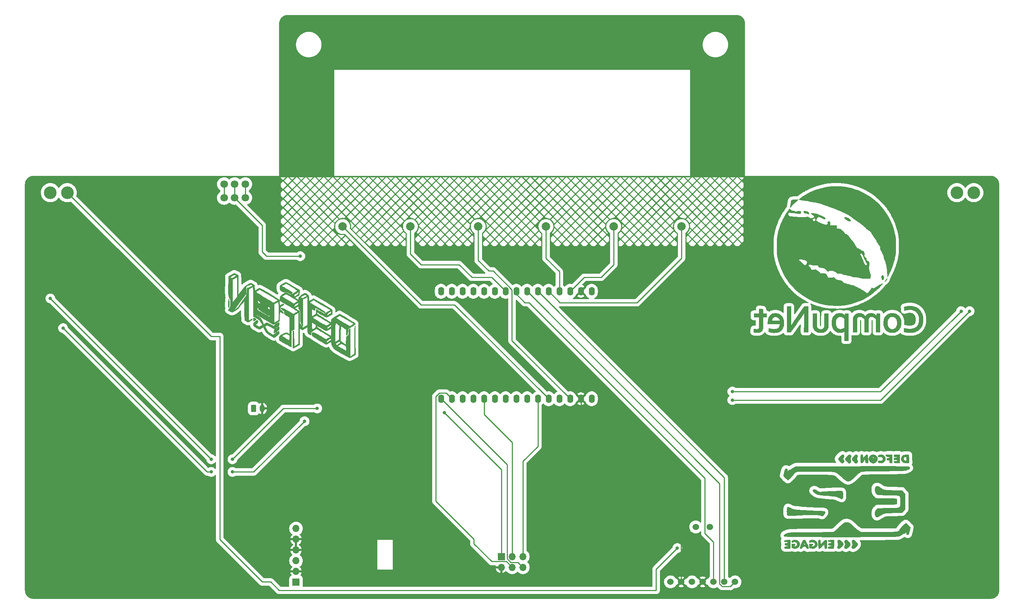
<source format=gbr>
%TF.GenerationSoftware,KiCad,Pcbnew,7.0.7*%
%TF.CreationDate,2024-03-11T11:41:55-07:00*%
%TF.ProjectId,DC32_Cnet_Badge_Main,44433332-5f43-46e6-9574-5f4261646765,rev?*%
%TF.SameCoordinates,Original*%
%TF.FileFunction,Copper,L2,Bot*%
%TF.FilePolarity,Positive*%
%FSLAX46Y46*%
G04 Gerber Fmt 4.6, Leading zero omitted, Abs format (unit mm)*
G04 Created by KiCad (PCBNEW 7.0.7) date 2024-03-11 11:41:55*
%MOMM*%
%LPD*%
G01*
G04 APERTURE LIST*
G04 Aperture macros list*
%AMRoundRect*
0 Rectangle with rounded corners*
0 $1 Rounding radius*
0 $2 $3 $4 $5 $6 $7 $8 $9 X,Y pos of 4 corners*
0 Add a 4 corners polygon primitive as box body*
4,1,4,$2,$3,$4,$5,$6,$7,$8,$9,$2,$3,0*
0 Add four circle primitives for the rounded corners*
1,1,$1+$1,$2,$3*
1,1,$1+$1,$4,$5*
1,1,$1+$1,$6,$7*
1,1,$1+$1,$8,$9*
0 Add four rect primitives between the rounded corners*
20,1,$1+$1,$2,$3,$4,$5,0*
20,1,$1+$1,$4,$5,$6,$7,0*
20,1,$1+$1,$6,$7,$8,$9,0*
20,1,$1+$1,$8,$9,$2,$3,0*%
G04 Aperture macros list end*
%TA.AperFunction,EtchedComponent*%
%ADD10C,0.010000*%
%TD*%
%TA.AperFunction,EtchedComponent*%
%ADD11C,0.101898*%
%TD*%
%TA.AperFunction,ComponentPad*%
%ADD12C,2.000000*%
%TD*%
%TA.AperFunction,ComponentPad*%
%ADD13C,3.000000*%
%TD*%
%TA.AperFunction,ComponentPad*%
%ADD14R,1.700000X1.700000*%
%TD*%
%TA.AperFunction,ComponentPad*%
%ADD15O,1.700000X1.700000*%
%TD*%
%TA.AperFunction,ComponentPad*%
%ADD16C,1.800000*%
%TD*%
%TA.AperFunction,ComponentPad*%
%ADD17RoundRect,0.250000X-0.350000X-0.625000X0.350000X-0.625000X0.350000X0.625000X-0.350000X0.625000X0*%
%TD*%
%TA.AperFunction,ComponentPad*%
%ADD18O,1.200000X1.750000*%
%TD*%
%TA.AperFunction,ComponentPad*%
%ADD19O,1.400000X2.000000*%
%TD*%
%TA.AperFunction,ComponentPad*%
%ADD20C,1.524000*%
%TD*%
%TA.AperFunction,ViaPad*%
%ADD21C,0.800000*%
%TD*%
%TA.AperFunction,Conductor*%
%ADD22C,0.250000*%
%TD*%
G04 APERTURE END LIST*
%TO.C,Ref\u002A\u002A*%
D10*
X89063029Y-92532905D02*
X89146780Y-92561809D01*
X89244043Y-92615283D01*
X89345617Y-92687852D01*
X89442301Y-92774040D01*
X89495523Y-92830898D01*
X89542821Y-92898413D01*
X89554801Y-92951916D01*
X89532043Y-92996018D01*
X89475125Y-93035329D01*
X89455318Y-93046294D01*
X89391198Y-93085458D01*
X89311146Y-93137604D01*
X89227935Y-93194510D01*
X89180183Y-93227298D01*
X89085324Y-93284930D01*
X89012947Y-93313296D01*
X88960204Y-93310275D01*
X88924246Y-93273747D01*
X88902224Y-93201592D01*
X88891290Y-93091688D01*
X88888596Y-92941917D01*
X88891420Y-92800479D01*
X88900448Y-92690125D01*
X88917301Y-92612570D01*
X88943616Y-92563079D01*
X88981026Y-92536922D01*
X89031169Y-92529365D01*
X89063029Y-92532905D01*
%TA.AperFunction,EtchedComponent*%
G36*
X89063029Y-92532905D02*
G01*
X89146780Y-92561809D01*
X89244043Y-92615283D01*
X89345617Y-92687852D01*
X89442301Y-92774040D01*
X89495523Y-92830898D01*
X89542821Y-92898413D01*
X89554801Y-92951916D01*
X89532043Y-92996018D01*
X89475125Y-93035329D01*
X89455318Y-93046294D01*
X89391198Y-93085458D01*
X89311146Y-93137604D01*
X89227935Y-93194510D01*
X89180183Y-93227298D01*
X89085324Y-93284930D01*
X89012947Y-93313296D01*
X88960204Y-93310275D01*
X88924246Y-93273747D01*
X88902224Y-93201592D01*
X88891290Y-93091688D01*
X88888596Y-92941917D01*
X88891420Y-92800479D01*
X88900448Y-92690125D01*
X88917301Y-92612570D01*
X88943616Y-92563079D01*
X88981026Y-92536922D01*
X89031169Y-92529365D01*
X89063029Y-92532905D01*
G37*
%TD.AperFunction*%
X83117248Y-88121891D02*
X83139532Y-88194077D01*
X83145177Y-88223307D01*
X83162834Y-88343840D01*
X83177189Y-88488255D01*
X83188278Y-88651042D01*
X83196136Y-88826691D01*
X83200799Y-89009692D01*
X83202303Y-89194535D01*
X83200684Y-89375712D01*
X83195976Y-89547711D01*
X83188215Y-89705023D01*
X83177438Y-89842139D01*
X83163680Y-89953549D01*
X83146976Y-90033742D01*
X83127362Y-90077210D01*
X83098886Y-90103392D01*
X83055542Y-90117474D01*
X83022876Y-90091245D01*
X83003011Y-90025587D01*
X82999454Y-89979547D01*
X82996900Y-89897911D01*
X82995350Y-89786693D01*
X82994727Y-89651423D01*
X82994960Y-89497635D01*
X82995973Y-89330859D01*
X82997692Y-89156629D01*
X83000044Y-88980475D01*
X83002955Y-88807931D01*
X83006350Y-88644528D01*
X83010155Y-88495798D01*
X83014297Y-88367273D01*
X83018701Y-88264485D01*
X83023294Y-88192967D01*
X83028001Y-88158250D01*
X83033392Y-88143013D01*
X83061181Y-88095396D01*
X83090132Y-88088677D01*
X83117248Y-88121891D01*
%TA.AperFunction,EtchedComponent*%
G36*
X83117248Y-88121891D02*
G01*
X83139532Y-88194077D01*
X83145177Y-88223307D01*
X83162834Y-88343840D01*
X83177189Y-88488255D01*
X83188278Y-88651042D01*
X83196136Y-88826691D01*
X83200799Y-89009692D01*
X83202303Y-89194535D01*
X83200684Y-89375712D01*
X83195976Y-89547711D01*
X83188215Y-89705023D01*
X83177438Y-89842139D01*
X83163680Y-89953549D01*
X83146976Y-90033742D01*
X83127362Y-90077210D01*
X83098886Y-90103392D01*
X83055542Y-90117474D01*
X83022876Y-90091245D01*
X83003011Y-90025587D01*
X82999454Y-89979547D01*
X82996900Y-89897911D01*
X82995350Y-89786693D01*
X82994727Y-89651423D01*
X82994960Y-89497635D01*
X82995973Y-89330859D01*
X82997692Y-89156629D01*
X83000044Y-88980475D01*
X83002955Y-88807931D01*
X83006350Y-88644528D01*
X83010155Y-88495798D01*
X83014297Y-88367273D01*
X83018701Y-88264485D01*
X83023294Y-88192967D01*
X83028001Y-88158250D01*
X83033392Y-88143013D01*
X83061181Y-88095396D01*
X83090132Y-88088677D01*
X83117248Y-88121891D01*
G37*
%TD.AperFunction*%
X94953080Y-94647580D02*
X94963585Y-94670639D01*
X94979488Y-94744905D01*
X94987177Y-94845842D01*
X94986851Y-94963420D01*
X94978710Y-95087611D01*
X94962952Y-95208387D01*
X94939779Y-95315719D01*
X94936665Y-95326644D01*
X94909024Y-95396571D01*
X94865890Y-95458422D01*
X94797021Y-95527385D01*
X94763949Y-95554975D01*
X94684268Y-95613368D01*
X94580204Y-95683623D01*
X94459857Y-95760791D01*
X94331330Y-95839921D01*
X94202722Y-95916064D01*
X94082134Y-95984269D01*
X93977667Y-96039587D01*
X93897422Y-96077069D01*
X93841167Y-96099089D01*
X93783142Y-96119091D01*
X93750128Y-96126998D01*
X93742124Y-96126420D01*
X93714516Y-96101895D01*
X93707939Y-96042679D01*
X93722685Y-95950645D01*
X93732568Y-95901792D01*
X93747354Y-95812238D01*
X93762603Y-95705199D01*
X93776233Y-95594513D01*
X93788290Y-95497347D01*
X93806725Y-95395505D01*
X93831863Y-95319226D01*
X93868408Y-95258872D01*
X93921065Y-95204809D01*
X93994539Y-95147401D01*
X93997876Y-95144989D01*
X94063059Y-95101807D01*
X94157227Y-95044163D01*
X94272308Y-94976656D01*
X94400231Y-94903881D01*
X94532924Y-94830434D01*
X94662315Y-94760913D01*
X94780333Y-94699914D01*
X94825838Y-94677556D01*
X94893455Y-94648425D01*
X94933916Y-94639025D01*
X94953080Y-94647580D01*
%TA.AperFunction,EtchedComponent*%
G36*
X94953080Y-94647580D02*
G01*
X94963585Y-94670639D01*
X94979488Y-94744905D01*
X94987177Y-94845842D01*
X94986851Y-94963420D01*
X94978710Y-95087611D01*
X94962952Y-95208387D01*
X94939779Y-95315719D01*
X94936665Y-95326644D01*
X94909024Y-95396571D01*
X94865890Y-95458422D01*
X94797021Y-95527385D01*
X94763949Y-95554975D01*
X94684268Y-95613368D01*
X94580204Y-95683623D01*
X94459857Y-95760791D01*
X94331330Y-95839921D01*
X94202722Y-95916064D01*
X94082134Y-95984269D01*
X93977667Y-96039587D01*
X93897422Y-96077069D01*
X93841167Y-96099089D01*
X93783142Y-96119091D01*
X93750128Y-96126998D01*
X93742124Y-96126420D01*
X93714516Y-96101895D01*
X93707939Y-96042679D01*
X93722685Y-95950645D01*
X93732568Y-95901792D01*
X93747354Y-95812238D01*
X93762603Y-95705199D01*
X93776233Y-95594513D01*
X93788290Y-95497347D01*
X93806725Y-95395505D01*
X93831863Y-95319226D01*
X93868408Y-95258872D01*
X93921065Y-95204809D01*
X93994539Y-95147401D01*
X93997876Y-95144989D01*
X94063059Y-95101807D01*
X94157227Y-95044163D01*
X94272308Y-94976656D01*
X94400231Y-94903881D01*
X94532924Y-94830434D01*
X94662315Y-94760913D01*
X94780333Y-94699914D01*
X94825838Y-94677556D01*
X94893455Y-94648425D01*
X94933916Y-94639025D01*
X94953080Y-94647580D01*
G37*
%TD.AperFunction*%
X89943528Y-93162646D02*
X89978511Y-93213540D01*
X89994868Y-93294571D01*
X89994492Y-93405831D01*
X89988386Y-93468153D01*
X89968160Y-93561890D01*
X89931841Y-93649465D01*
X89875466Y-93736596D01*
X89795074Y-93829002D01*
X89686701Y-93932399D01*
X89546386Y-94052506D01*
X89384034Y-94186799D01*
X89686225Y-94366082D01*
X89689827Y-94368218D01*
X89843598Y-94458389D01*
X89966506Y-94527792D01*
X90063180Y-94578540D01*
X90138246Y-94612746D01*
X90196334Y-94632523D01*
X90242071Y-94639984D01*
X90280085Y-94637242D01*
X90292619Y-94633672D01*
X90346394Y-94611484D01*
X90424927Y-94573791D01*
X90519747Y-94524766D01*
X90622379Y-94468586D01*
X90643928Y-94456512D01*
X90743071Y-94401732D01*
X90870092Y-94332425D01*
X91017482Y-94252647D01*
X91177732Y-94166452D01*
X91343334Y-94077893D01*
X91506780Y-93991026D01*
X92114976Y-93668904D01*
X92741412Y-94000776D01*
X92979526Y-94126315D01*
X93197878Y-94240002D01*
X93379615Y-94332901D01*
X93524841Y-94405065D01*
X93633662Y-94456545D01*
X93706184Y-94487395D01*
X93742512Y-94497667D01*
X93748626Y-94495144D01*
X93768886Y-94465262D01*
X93787969Y-94412499D01*
X93789293Y-94407727D01*
X93807927Y-94361353D01*
X93840124Y-94316371D01*
X93893080Y-94264456D01*
X93973993Y-94197281D01*
X94000500Y-94176348D01*
X94126568Y-94081428D01*
X94261121Y-93986586D01*
X94398151Y-93895497D01*
X94531650Y-93811832D01*
X94655610Y-93739265D01*
X94764023Y-93681470D01*
X94850882Y-93642119D01*
X94910178Y-93624886D01*
X94916323Y-93624453D01*
X94949363Y-93635889D01*
X94971771Y-93674526D01*
X94984262Y-93743966D01*
X94987548Y-93847812D01*
X94982341Y-93989667D01*
X94981301Y-94007632D01*
X94972378Y-94129575D01*
X94958903Y-94232124D01*
X94937277Y-94319728D01*
X94903897Y-94396837D01*
X94855165Y-94467900D01*
X94787480Y-94537365D01*
X94697241Y-94609684D01*
X94580848Y-94689304D01*
X94434701Y-94780675D01*
X94255198Y-94888247D01*
X94183813Y-94930534D01*
X94056893Y-95004973D01*
X93959369Y-95060606D01*
X93886680Y-95099677D01*
X93834269Y-95124426D01*
X93797577Y-95137096D01*
X93772044Y-95139928D01*
X93753114Y-95135165D01*
X93727531Y-95121994D01*
X93668544Y-95090023D01*
X93583033Y-95042896D01*
X93476488Y-94983654D01*
X93354397Y-94915341D01*
X93222250Y-94840996D01*
X93152066Y-94801412D01*
X92978250Y-94703463D01*
X92835860Y-94623445D01*
X92720900Y-94559207D01*
X92629376Y-94508598D01*
X92557292Y-94469468D01*
X92500650Y-94439665D01*
X92455457Y-94417038D01*
X92417715Y-94399437D01*
X92383430Y-94384711D01*
X92348605Y-94370708D01*
X92313558Y-94357402D01*
X92228366Y-94332374D01*
X92152645Y-94326139D01*
X92075436Y-94340179D01*
X91985778Y-94375975D01*
X91872712Y-94435008D01*
X91804967Y-94473592D01*
X91735706Y-94515747D01*
X91688570Y-94547751D01*
X91671167Y-94564708D01*
X91680105Y-94588908D01*
X91705502Y-94644686D01*
X91744242Y-94725717D01*
X91793207Y-94825794D01*
X91849278Y-94938710D01*
X91909337Y-95058258D01*
X91970265Y-95178231D01*
X92028943Y-95292422D01*
X92082253Y-95394623D01*
X92127076Y-95478628D01*
X92160293Y-95538230D01*
X92210455Y-95618555D01*
X92333521Y-95775924D01*
X92483960Y-95919406D01*
X92669241Y-96056611D01*
X92701788Y-96077881D01*
X92809507Y-96144292D01*
X92931740Y-96215033D01*
X93061241Y-96286350D01*
X93190764Y-96354490D01*
X93313066Y-96415700D01*
X93420900Y-96466227D01*
X93507022Y-96502317D01*
X93564187Y-96520218D01*
X93612852Y-96526403D01*
X93652800Y-96516652D01*
X93689570Y-96481853D01*
X93702128Y-96467921D01*
X93766599Y-96407990D01*
X93857379Y-96334849D01*
X93968463Y-96252374D01*
X94093845Y-96164443D01*
X94227518Y-96074930D01*
X94363476Y-95987714D01*
X94495713Y-95906668D01*
X94618224Y-95835671D01*
X94725002Y-95778599D01*
X94810040Y-95739327D01*
X94867334Y-95721732D01*
X94881838Y-95721045D01*
X94930704Y-95743269D01*
X94965844Y-95804777D01*
X94986980Y-95904866D01*
X94993836Y-96042834D01*
X94993564Y-96069597D01*
X94983121Y-96201060D01*
X94954117Y-96306627D01*
X94901825Y-96398536D01*
X94821520Y-96489023D01*
X94756210Y-96548027D01*
X94654765Y-96630980D01*
X94531701Y-96725580D01*
X94394726Y-96826284D01*
X94251550Y-96927545D01*
X94109884Y-97023818D01*
X93977436Y-97109558D01*
X93861917Y-97179220D01*
X93837234Y-97192730D01*
X93783798Y-97217836D01*
X93749949Y-97227912D01*
X93740186Y-97227079D01*
X93702494Y-97215279D01*
X93645551Y-97188139D01*
X93566263Y-97143879D01*
X93461540Y-97080722D01*
X93328289Y-96996890D01*
X93163417Y-96890604D01*
X93041817Y-96812231D01*
X92889340Y-96715328D01*
X92734346Y-96618054D01*
X92589443Y-96528318D01*
X92467242Y-96454027D01*
X92386527Y-96405057D01*
X92266602Y-96328566D01*
X92162950Y-96255249D01*
X92071795Y-96180479D01*
X91989362Y-96099633D01*
X91911877Y-96008084D01*
X91835564Y-95901207D01*
X91756649Y-95774378D01*
X91671356Y-95622969D01*
X91575911Y-95442358D01*
X91466538Y-95227917D01*
X91426282Y-95148266D01*
X91366479Y-95030247D01*
X91314840Y-94928712D01*
X91274086Y-94848992D01*
X91246935Y-94796419D01*
X91236108Y-94776322D01*
X91223653Y-94780973D01*
X91178729Y-94803341D01*
X91105911Y-94841622D01*
X91010238Y-94893124D01*
X90896745Y-94955157D01*
X90770471Y-95025030D01*
X90670905Y-95080270D01*
X90553282Y-95145046D01*
X90452013Y-95200272D01*
X90372245Y-95243166D01*
X90319122Y-95270941D01*
X90297789Y-95280815D01*
X90290027Y-95278153D01*
X90249853Y-95258780D01*
X90181283Y-95223241D01*
X90089912Y-95174618D01*
X89981337Y-95115992D01*
X89861153Y-95050448D01*
X89734958Y-94981066D01*
X89608346Y-94910930D01*
X89486915Y-94843122D01*
X89376260Y-94780724D01*
X89281977Y-94726818D01*
X89209663Y-94684488D01*
X89164913Y-94656815D01*
X89093947Y-94604702D01*
X89015626Y-94526172D01*
X88959866Y-94435170D01*
X88923706Y-94324574D01*
X88904183Y-94187264D01*
X88898334Y-94016118D01*
X88898335Y-94014017D01*
X88901561Y-93920318D01*
X88913670Y-93840807D01*
X88938606Y-93770391D01*
X88980311Y-93703979D01*
X89042732Y-93636476D01*
X89129811Y-93562792D01*
X89245494Y-93477834D01*
X89393723Y-93376509D01*
X89423010Y-93357000D01*
X89579501Y-93258594D01*
X89707906Y-93189863D01*
X89810118Y-93150900D01*
X89888028Y-93141797D01*
X89943528Y-93162646D01*
%TA.AperFunction,EtchedComponent*%
G36*
X89943528Y-93162646D02*
G01*
X89978511Y-93213540D01*
X89994868Y-93294571D01*
X89994492Y-93405831D01*
X89988386Y-93468153D01*
X89968160Y-93561890D01*
X89931841Y-93649465D01*
X89875466Y-93736596D01*
X89795074Y-93829002D01*
X89686701Y-93932399D01*
X89546386Y-94052506D01*
X89384034Y-94186799D01*
X89686225Y-94366082D01*
X89689827Y-94368218D01*
X89843598Y-94458389D01*
X89966506Y-94527792D01*
X90063180Y-94578540D01*
X90138246Y-94612746D01*
X90196334Y-94632523D01*
X90242071Y-94639984D01*
X90280085Y-94637242D01*
X90292619Y-94633672D01*
X90346394Y-94611484D01*
X90424927Y-94573791D01*
X90519747Y-94524766D01*
X90622379Y-94468586D01*
X90643928Y-94456512D01*
X90743071Y-94401732D01*
X90870092Y-94332425D01*
X91017482Y-94252647D01*
X91177732Y-94166452D01*
X91343334Y-94077893D01*
X91506780Y-93991026D01*
X92114976Y-93668904D01*
X92741412Y-94000776D01*
X92979526Y-94126315D01*
X93197878Y-94240002D01*
X93379615Y-94332901D01*
X93524841Y-94405065D01*
X93633662Y-94456545D01*
X93706184Y-94487395D01*
X93742512Y-94497667D01*
X93748626Y-94495144D01*
X93768886Y-94465262D01*
X93787969Y-94412499D01*
X93789293Y-94407727D01*
X93807927Y-94361353D01*
X93840124Y-94316371D01*
X93893080Y-94264456D01*
X93973993Y-94197281D01*
X94000500Y-94176348D01*
X94126568Y-94081428D01*
X94261121Y-93986586D01*
X94398151Y-93895497D01*
X94531650Y-93811832D01*
X94655610Y-93739265D01*
X94764023Y-93681470D01*
X94850882Y-93642119D01*
X94910178Y-93624886D01*
X94916323Y-93624453D01*
X94949363Y-93635889D01*
X94971771Y-93674526D01*
X94984262Y-93743966D01*
X94987548Y-93847812D01*
X94982341Y-93989667D01*
X94981301Y-94007632D01*
X94972378Y-94129575D01*
X94958903Y-94232124D01*
X94937277Y-94319728D01*
X94903897Y-94396837D01*
X94855165Y-94467900D01*
X94787480Y-94537365D01*
X94697241Y-94609684D01*
X94580848Y-94689304D01*
X94434701Y-94780675D01*
X94255198Y-94888247D01*
X94183813Y-94930534D01*
X94056893Y-95004973D01*
X93959369Y-95060606D01*
X93886680Y-95099677D01*
X93834269Y-95124426D01*
X93797577Y-95137096D01*
X93772044Y-95139928D01*
X93753114Y-95135165D01*
X93727531Y-95121994D01*
X93668544Y-95090023D01*
X93583033Y-95042896D01*
X93476488Y-94983654D01*
X93354397Y-94915341D01*
X93222250Y-94840996D01*
X93152066Y-94801412D01*
X92978250Y-94703463D01*
X92835860Y-94623445D01*
X92720900Y-94559207D01*
X92629376Y-94508598D01*
X92557292Y-94469468D01*
X92500650Y-94439665D01*
X92455457Y-94417038D01*
X92417715Y-94399437D01*
X92383430Y-94384711D01*
X92348605Y-94370708D01*
X92313558Y-94357402D01*
X92228366Y-94332374D01*
X92152645Y-94326139D01*
X92075436Y-94340179D01*
X91985778Y-94375975D01*
X91872712Y-94435008D01*
X91804967Y-94473592D01*
X91735706Y-94515747D01*
X91688570Y-94547751D01*
X91671167Y-94564708D01*
X91680105Y-94588908D01*
X91705502Y-94644686D01*
X91744242Y-94725717D01*
X91793207Y-94825794D01*
X91849278Y-94938710D01*
X91909337Y-95058258D01*
X91970265Y-95178231D01*
X92028943Y-95292422D01*
X92082253Y-95394623D01*
X92127076Y-95478628D01*
X92160293Y-95538230D01*
X92210455Y-95618555D01*
X92333521Y-95775924D01*
X92483960Y-95919406D01*
X92669241Y-96056611D01*
X92701788Y-96077881D01*
X92809507Y-96144292D01*
X92931740Y-96215033D01*
X93061241Y-96286350D01*
X93190764Y-96354490D01*
X93313066Y-96415700D01*
X93420900Y-96466227D01*
X93507022Y-96502317D01*
X93564187Y-96520218D01*
X93612852Y-96526403D01*
X93652800Y-96516652D01*
X93689570Y-96481853D01*
X93702128Y-96467921D01*
X93766599Y-96407990D01*
X93857379Y-96334849D01*
X93968463Y-96252374D01*
X94093845Y-96164443D01*
X94227518Y-96074930D01*
X94363476Y-95987714D01*
X94495713Y-95906668D01*
X94618224Y-95835671D01*
X94725002Y-95778599D01*
X94810040Y-95739327D01*
X94867334Y-95721732D01*
X94881838Y-95721045D01*
X94930704Y-95743269D01*
X94965844Y-95804777D01*
X94986980Y-95904866D01*
X94993836Y-96042834D01*
X94993564Y-96069597D01*
X94983121Y-96201060D01*
X94954117Y-96306627D01*
X94901825Y-96398536D01*
X94821520Y-96489023D01*
X94756210Y-96548027D01*
X94654765Y-96630980D01*
X94531701Y-96725580D01*
X94394726Y-96826284D01*
X94251550Y-96927545D01*
X94109884Y-97023818D01*
X93977436Y-97109558D01*
X93861917Y-97179220D01*
X93837234Y-97192730D01*
X93783798Y-97217836D01*
X93749949Y-97227912D01*
X93740186Y-97227079D01*
X93702494Y-97215279D01*
X93645551Y-97188139D01*
X93566263Y-97143879D01*
X93461540Y-97080722D01*
X93328289Y-96996890D01*
X93163417Y-96890604D01*
X93041817Y-96812231D01*
X92889340Y-96715328D01*
X92734346Y-96618054D01*
X92589443Y-96528318D01*
X92467242Y-96454027D01*
X92386527Y-96405057D01*
X92266602Y-96328566D01*
X92162950Y-96255249D01*
X92071795Y-96180479D01*
X91989362Y-96099633D01*
X91911877Y-96008084D01*
X91835564Y-95901207D01*
X91756649Y-95774378D01*
X91671356Y-95622969D01*
X91575911Y-95442358D01*
X91466538Y-95227917D01*
X91426282Y-95148266D01*
X91366479Y-95030247D01*
X91314840Y-94928712D01*
X91274086Y-94848992D01*
X91246935Y-94796419D01*
X91236108Y-94776322D01*
X91223653Y-94780973D01*
X91178729Y-94803341D01*
X91105911Y-94841622D01*
X91010238Y-94893124D01*
X90896745Y-94955157D01*
X90770471Y-95025030D01*
X90670905Y-95080270D01*
X90553282Y-95145046D01*
X90452013Y-95200272D01*
X90372245Y-95243166D01*
X90319122Y-95270941D01*
X90297789Y-95280815D01*
X90290027Y-95278153D01*
X90249853Y-95258780D01*
X90181283Y-95223241D01*
X90089912Y-95174618D01*
X89981337Y-95115992D01*
X89861153Y-95050448D01*
X89734958Y-94981066D01*
X89608346Y-94910930D01*
X89486915Y-94843122D01*
X89376260Y-94780724D01*
X89281977Y-94726818D01*
X89209663Y-94684488D01*
X89164913Y-94656815D01*
X89093947Y-94604702D01*
X89015626Y-94526172D01*
X88959866Y-94435170D01*
X88923706Y-94324574D01*
X88904183Y-94187264D01*
X88898334Y-94016118D01*
X88898335Y-94014017D01*
X88901561Y-93920318D01*
X88913670Y-93840807D01*
X88938606Y-93770391D01*
X88980311Y-93703979D01*
X89042732Y-93636476D01*
X89129811Y-93562792D01*
X89245494Y-93477834D01*
X89393723Y-93376509D01*
X89423010Y-93357000D01*
X89579501Y-93258594D01*
X89707906Y-93189863D01*
X89810118Y-93150900D01*
X89888028Y-93141797D01*
X89943528Y-93162646D01*
G37*
%TD.AperFunction*%
X85309589Y-83478157D02*
X85310486Y-83541662D01*
X85313684Y-83774916D01*
X85317181Y-84039378D01*
X85320871Y-84326518D01*
X85324649Y-84627808D01*
X85328408Y-84934721D01*
X85332042Y-85238727D01*
X85335445Y-85531299D01*
X85338511Y-85803909D01*
X85352917Y-87111402D01*
X85889381Y-86391542D01*
X85900310Y-86376881D01*
X86078508Y-86139032D01*
X86235340Y-85932524D01*
X86373570Y-85754205D01*
X86495964Y-85600924D01*
X86605285Y-85469530D01*
X86704298Y-85356872D01*
X86795768Y-85259798D01*
X86882458Y-85175158D01*
X86967134Y-85099800D01*
X87052560Y-85030574D01*
X87141500Y-84964328D01*
X87190313Y-84930969D01*
X87270701Y-84879127D01*
X87370855Y-84816617D01*
X87485196Y-84746727D01*
X87608141Y-84672745D01*
X87734112Y-84597960D01*
X87857528Y-84525659D01*
X87972808Y-84459130D01*
X88074372Y-84401661D01*
X88156639Y-84356542D01*
X88214030Y-84327059D01*
X88240963Y-84316500D01*
X88248657Y-84319050D01*
X88288501Y-84337843D01*
X88355701Y-84372010D01*
X88443855Y-84418088D01*
X88546560Y-84472616D01*
X88657413Y-84532130D01*
X88770012Y-84593167D01*
X88877953Y-84652267D01*
X88974835Y-84705965D01*
X89054254Y-84750800D01*
X89109808Y-84783310D01*
X89135095Y-84800031D01*
X89137172Y-84805763D01*
X89143039Y-84846490D01*
X89146215Y-84880180D01*
X89150016Y-84920511D01*
X89157611Y-85021551D01*
X89165332Y-85143333D01*
X89172688Y-85279584D01*
X89172881Y-85283484D01*
X89182974Y-85468065D01*
X89194041Y-85638454D01*
X89205655Y-85789968D01*
X89217387Y-85917921D01*
X89228808Y-86017627D01*
X89239489Y-86084400D01*
X89249001Y-86113556D01*
X89249632Y-86114080D01*
X89260722Y-86114273D01*
X89284750Y-86105295D01*
X89325601Y-86085031D01*
X89387161Y-86051364D01*
X89473313Y-86002177D01*
X89587943Y-85935353D01*
X89734934Y-85848776D01*
X89925288Y-85738963D01*
X90089040Y-85650515D01*
X90219424Y-85587452D01*
X90316632Y-85549681D01*
X90380854Y-85537111D01*
X90410597Y-85542323D01*
X90481868Y-85567617D01*
X90583301Y-85612196D01*
X90711518Y-85674152D01*
X90863144Y-85751580D01*
X91034804Y-85842570D01*
X91223120Y-85945218D01*
X91424718Y-86057616D01*
X91636221Y-86177857D01*
X91854253Y-86304033D01*
X92075438Y-86434239D01*
X92296400Y-86566567D01*
X92513763Y-86699110D01*
X92724152Y-86829962D01*
X92924190Y-86957215D01*
X93110500Y-87078962D01*
X93146121Y-87102481D01*
X93292866Y-87197548D01*
X93460633Y-87303972D01*
X93637191Y-87414104D01*
X93810308Y-87520297D01*
X93967750Y-87614905D01*
X94058777Y-87668956D01*
X94258813Y-87788626D01*
X94427155Y-87890915D01*
X94567495Y-87978237D01*
X94683529Y-88053002D01*
X94778950Y-88117622D01*
X94857452Y-88174508D01*
X94922731Y-88226073D01*
X94978480Y-88274728D01*
X95049381Y-88339910D01*
X95105176Y-88391205D01*
X95108355Y-88962644D01*
X95109824Y-89114622D01*
X95112376Y-89254978D01*
X95115802Y-89376741D01*
X95119897Y-89473977D01*
X95124459Y-89540750D01*
X95129282Y-89571125D01*
X95143759Y-89591236D01*
X95177044Y-89608167D01*
X95192824Y-89605057D01*
X95246036Y-89584559D01*
X95324500Y-89547964D01*
X95421012Y-89498865D01*
X95528368Y-89440856D01*
X95639363Y-89377532D01*
X95752786Y-89315101D01*
X95876880Y-89260334D01*
X95972812Y-89236604D01*
X96040919Y-89243890D01*
X96081536Y-89282172D01*
X96095000Y-89351433D01*
X96094876Y-89362751D01*
X96089620Y-89405621D01*
X96071734Y-89443671D01*
X96034546Y-89487493D01*
X95971387Y-89547679D01*
X95936994Y-89577415D01*
X95849750Y-89644711D01*
X95748749Y-89715114D01*
X95649570Y-89777500D01*
X95612495Y-89799567D01*
X95475435Y-89889003D01*
X95373125Y-89973282D01*
X95301076Y-90058796D01*
X95254796Y-90151938D01*
X95229794Y-90259099D01*
X95221580Y-90386673D01*
X95221911Y-90418311D01*
X95232043Y-90501221D01*
X95259873Y-90572543D01*
X95310535Y-90639714D01*
X95389165Y-90710175D01*
X95500896Y-90791365D01*
X95627659Y-90884582D01*
X95755328Y-90999649D01*
X95853407Y-91118632D01*
X95928494Y-91248584D01*
X95960797Y-91320006D01*
X95982954Y-91385108D01*
X95987345Y-91434547D01*
X95976319Y-91479686D01*
X95976024Y-91480443D01*
X95955758Y-91504715D01*
X95918606Y-91509606D01*
X95860093Y-91493930D01*
X95775744Y-91456501D01*
X95661084Y-91396132D01*
X95513114Y-91315410D01*
X95388777Y-91249338D01*
X95295324Y-91202097D01*
X95229890Y-91172302D01*
X95189606Y-91158567D01*
X95171606Y-91159506D01*
X95166821Y-91165546D01*
X95155581Y-91192587D01*
X95145868Y-91238421D01*
X95137521Y-91305990D01*
X95130377Y-91398237D01*
X95124275Y-91518104D01*
X95119053Y-91668535D01*
X95114548Y-91852470D01*
X95110599Y-92072853D01*
X95107044Y-92332627D01*
X95097778Y-93094174D01*
X95095400Y-93289670D01*
X94639402Y-93589778D01*
X94515737Y-93670809D01*
X94320487Y-93796322D01*
X94153617Y-93898901D01*
X94011258Y-93979637D01*
X93889540Y-94039619D01*
X93784593Y-94079940D01*
X93692548Y-94101689D01*
X93609535Y-94105959D01*
X93531686Y-94093838D01*
X93455129Y-94066419D01*
X93375996Y-94024792D01*
X93290417Y-93970048D01*
X93225028Y-93927277D01*
X93118412Y-93860266D01*
X92981392Y-93776071D01*
X92817379Y-93676706D01*
X92629787Y-93564183D01*
X92422029Y-93440513D01*
X92197517Y-93307710D01*
X91959664Y-93167785D01*
X91711883Y-93022751D01*
X91457586Y-92874621D01*
X91200187Y-92725406D01*
X90943098Y-92577119D01*
X90689731Y-92431772D01*
X90443500Y-92291377D01*
X90394928Y-92263784D01*
X90209494Y-92158674D01*
X90056681Y-92072619D01*
X89933197Y-92003944D01*
X89835747Y-91950975D01*
X89761039Y-91912036D01*
X89705779Y-91885453D01*
X89666674Y-91869550D01*
X89640431Y-91862653D01*
X89623756Y-91863087D01*
X89613357Y-91869177D01*
X89607393Y-91884943D01*
X89623478Y-91918270D01*
X89670018Y-91965670D01*
X89748735Y-92028611D01*
X89861350Y-92108562D01*
X90009584Y-92206988D01*
X90053446Y-92235481D01*
X90207184Y-92335816D01*
X90330069Y-92416995D01*
X90426053Y-92481770D01*
X90499088Y-92532891D01*
X90553127Y-92573109D01*
X90592124Y-92605175D01*
X90620030Y-92631841D01*
X90623123Y-92635187D01*
X90641367Y-92658249D01*
X90664617Y-92693281D01*
X90694624Y-92743515D01*
X90733138Y-92812184D01*
X90781909Y-92902520D01*
X90842687Y-93017754D01*
X90917221Y-93161118D01*
X91007262Y-93335845D01*
X91114560Y-93545167D01*
X91148711Y-93614954D01*
X91209160Y-93763122D01*
X91242745Y-93889344D01*
X91249184Y-93991165D01*
X91228197Y-94066133D01*
X91179502Y-94111794D01*
X91150528Y-94124163D01*
X91084436Y-94134610D01*
X91022464Y-94111875D01*
X90953982Y-94053196D01*
X90909612Y-94003863D01*
X90861531Y-93942234D01*
X90806926Y-93863807D01*
X90742391Y-93763471D01*
X90664525Y-93636117D01*
X90569924Y-93476636D01*
X90562714Y-93464399D01*
X90492559Y-93350411D01*
X90423363Y-93249981D01*
X90350780Y-93159567D01*
X90270461Y-93075628D01*
X90178059Y-92994625D01*
X90069225Y-92913016D01*
X89939614Y-92827261D01*
X89784875Y-92733819D01*
X89600663Y-92629149D01*
X89382630Y-92509710D01*
X88946176Y-92273378D01*
X88932838Y-92176068D01*
X88932682Y-92174857D01*
X88930020Y-92132236D01*
X88927521Y-92052108D01*
X88925241Y-91939035D01*
X88923234Y-91797583D01*
X88921557Y-91632315D01*
X88920265Y-91447795D01*
X88919412Y-91248587D01*
X88919055Y-91039254D01*
X88919034Y-91004656D01*
X88918550Y-90742465D01*
X88917507Y-90459969D01*
X88917358Y-90431438D01*
X89810699Y-90431438D01*
X89811394Y-90505686D01*
X89823566Y-90560445D01*
X89850271Y-90612673D01*
X89903821Y-90678559D01*
X89996564Y-90762433D01*
X90124256Y-90859079D01*
X90284750Y-90966745D01*
X90345362Y-91004546D01*
X90450438Y-91068053D01*
X90583116Y-91146759D01*
X90738464Y-91237848D01*
X90911552Y-91338501D01*
X91097448Y-91445902D01*
X91291218Y-91557232D01*
X91487933Y-91669675D01*
X91682660Y-91780412D01*
X91870468Y-91886627D01*
X92046425Y-91985502D01*
X92205598Y-92074218D01*
X92343057Y-92149959D01*
X92453870Y-92209908D01*
X92533105Y-92251246D01*
X92536024Y-92252713D01*
X92602773Y-92285407D01*
X92653369Y-92308652D01*
X92677060Y-92317500D01*
X92680678Y-92315456D01*
X92699014Y-92287817D01*
X92722467Y-92238186D01*
X92746313Y-92136543D01*
X92745495Y-92013829D01*
X92720992Y-91883858D01*
X92674121Y-91759646D01*
X92613084Y-91635708D01*
X92601722Y-91807293D01*
X92592035Y-91906081D01*
X92576600Y-91975633D01*
X92554513Y-92014725D01*
X92546010Y-92022987D01*
X92521406Y-92038686D01*
X92490983Y-92035373D01*
X92438876Y-92012784D01*
X92388943Y-91987318D01*
X92308546Y-91942923D01*
X92200297Y-91880658D01*
X92062873Y-91799736D01*
X91894948Y-91699369D01*
X91695197Y-91578771D01*
X91462295Y-91437154D01*
X91194917Y-91273732D01*
X91048837Y-91184168D01*
X90861796Y-91069035D01*
X90705371Y-90971957D01*
X90576198Y-90890679D01*
X90470913Y-90822945D01*
X90386152Y-90766497D01*
X90318550Y-90719081D01*
X90264744Y-90678440D01*
X90221370Y-90642318D01*
X90185063Y-90608458D01*
X90152459Y-90574605D01*
X90108310Y-90524425D01*
X90078087Y-90477979D01*
X90065204Y-90429889D01*
X90062500Y-90363337D01*
X90061881Y-90337723D01*
X90045111Y-90249753D01*
X90005339Y-90197148D01*
X89942406Y-90179667D01*
X89915958Y-90183020D01*
X89864142Y-90218357D01*
X89829450Y-90291612D01*
X89812322Y-90402030D01*
X89810699Y-90431438D01*
X88917358Y-90431438D01*
X88915948Y-90160647D01*
X88915782Y-90135169D01*
X92304800Y-90135169D01*
X92319268Y-90260808D01*
X92367150Y-90373373D01*
X92389595Y-90405935D01*
X92442653Y-90469649D01*
X92492369Y-90515273D01*
X92519136Y-90532428D01*
X92589446Y-90563635D01*
X92654412Y-90576169D01*
X92699873Y-90566533D01*
X92738166Y-90521414D01*
X92766830Y-90439336D01*
X92776308Y-90333116D01*
X92774305Y-90292262D01*
X92748091Y-90170280D01*
X92695736Y-90063908D01*
X92622508Y-89979751D01*
X92533673Y-89924414D01*
X92434497Y-89904500D01*
X92398057Y-89907490D01*
X92363886Y-89927888D01*
X92336837Y-89977904D01*
X92324839Y-90010722D01*
X92304800Y-90135169D01*
X88915782Y-90135169D01*
X88913916Y-89847978D01*
X88911453Y-89525444D01*
X88909878Y-89343584D01*
X93805225Y-89343584D01*
X93811013Y-90333116D01*
X93817109Y-91375584D01*
X93817641Y-91464086D01*
X93819595Y-91754337D01*
X93821788Y-92033813D01*
X93822713Y-92136543D01*
X93824178Y-92299357D01*
X93826724Y-92547815D01*
X93829385Y-92776030D01*
X93832120Y-92980847D01*
X93834887Y-93159110D01*
X93837646Y-93307663D01*
X93840354Y-93423350D01*
X93842970Y-93503016D01*
X93845455Y-93543504D01*
X93856071Y-93610059D01*
X93869857Y-93663220D01*
X93883084Y-93686064D01*
X93884589Y-93686396D01*
X93919979Y-93677259D01*
X93988148Y-93645297D01*
X94087173Y-93591590D01*
X94215134Y-93517220D01*
X94370111Y-93423266D01*
X94550182Y-93310810D01*
X94892910Y-93094174D01*
X94881783Y-91134212D01*
X94879753Y-90790867D01*
X94877678Y-90479477D01*
X94875502Y-90205367D01*
X94873122Y-89965984D01*
X94870437Y-89758775D01*
X94867346Y-89581186D01*
X94863746Y-89430663D01*
X94859536Y-89304653D01*
X94854614Y-89200603D01*
X94848878Y-89115958D01*
X94842226Y-89048167D01*
X94834558Y-88994674D01*
X94825770Y-88952927D01*
X94815762Y-88920372D01*
X94804432Y-88894456D01*
X94791677Y-88872625D01*
X94791635Y-88872561D01*
X94742875Y-88833156D01*
X94673194Y-88828721D01*
X94585824Y-88859462D01*
X94583953Y-88860428D01*
X94542664Y-88883926D01*
X94472994Y-88925662D01*
X94381739Y-88981481D01*
X94275694Y-89047229D01*
X94161655Y-89118753D01*
X93805225Y-89343584D01*
X88909878Y-89343584D01*
X88908604Y-89196523D01*
X88905410Y-88864696D01*
X88903158Y-88651217D01*
X89905960Y-88651217D01*
X89906091Y-88657643D01*
X89929833Y-88800184D01*
X89993315Y-88928565D01*
X90096643Y-89042942D01*
X90239924Y-89143471D01*
X90279587Y-89165386D01*
X90354999Y-89198470D01*
X90406792Y-89203340D01*
X90440974Y-89179542D01*
X90463554Y-89126625D01*
X90475074Y-89076191D01*
X90478884Y-88947136D01*
X90442330Y-88830731D01*
X90365471Y-88727215D01*
X90317240Y-88686734D01*
X90246860Y-88639526D01*
X90166517Y-88593303D01*
X90085245Y-88552569D01*
X90012080Y-88521826D01*
X89956057Y-88505576D01*
X89926212Y-88508322D01*
X89917338Y-88528042D01*
X89908618Y-88581309D01*
X89905960Y-88651217D01*
X88903158Y-88651217D01*
X88901915Y-88533443D01*
X88898162Y-88206243D01*
X88894193Y-87886577D01*
X88890052Y-87577924D01*
X88885782Y-87283765D01*
X88881425Y-87007579D01*
X88877025Y-86752846D01*
X88872624Y-86523046D01*
X88870736Y-86435783D01*
X89526464Y-86435783D01*
X89528727Y-86455896D01*
X89547454Y-86479426D01*
X89576983Y-86505168D01*
X89640039Y-86552423D01*
X89731083Y-86616820D01*
X89845963Y-86695596D01*
X89980529Y-86785988D01*
X90130629Y-86885232D01*
X90292111Y-86990565D01*
X90460823Y-87099222D01*
X90632615Y-87208440D01*
X90803334Y-87315455D01*
X90921756Y-87388961D01*
X91104544Y-87501699D01*
X91281927Y-87610063D01*
X91459942Y-87717658D01*
X91644624Y-87828083D01*
X91842010Y-87944942D01*
X92058136Y-88071836D01*
X92299037Y-88212367D01*
X92570750Y-88370137D01*
X92641915Y-88411431D01*
X92800834Y-88503953D01*
X92955683Y-88594492D01*
X93099940Y-88679213D01*
X93227087Y-88754284D01*
X93330604Y-88815869D01*
X93403972Y-88860134D01*
X93405263Y-88860924D01*
X93491933Y-88912738D01*
X93552429Y-88947136D01*
X93566445Y-88955106D01*
X93620897Y-88983680D01*
X93647388Y-88994110D01*
X93668191Y-88986337D01*
X93720312Y-88959902D01*
X93795968Y-88918523D01*
X93888430Y-88866144D01*
X93990965Y-88806710D01*
X94096842Y-88744166D01*
X94199332Y-88682457D01*
X94291701Y-88625528D01*
X94367221Y-88577324D01*
X94419159Y-88541790D01*
X94493365Y-88483912D01*
X94561643Y-88420922D01*
X94599539Y-88371746D01*
X94603828Y-88339910D01*
X94602478Y-88338358D01*
X94574297Y-88317789D01*
X94513200Y-88278135D01*
X94422289Y-88221265D01*
X94304668Y-88149048D01*
X94163440Y-88063350D01*
X94001708Y-87966042D01*
X93822574Y-87858991D01*
X93629141Y-87744064D01*
X93424514Y-87623131D01*
X93211794Y-87498060D01*
X92994084Y-87370718D01*
X92887344Y-87308479D01*
X92618014Y-87151673D01*
X92352621Y-86997488D01*
X92093674Y-86847363D01*
X91843683Y-86702739D01*
X91605158Y-86565055D01*
X91380608Y-86435750D01*
X91172542Y-86316266D01*
X90983471Y-86208041D01*
X90815904Y-86112515D01*
X90672351Y-86031130D01*
X90555321Y-85965323D01*
X90467325Y-85916536D01*
X90410870Y-85886207D01*
X90388468Y-85875778D01*
X90372045Y-85881353D01*
X90323189Y-85906226D01*
X90250291Y-85947309D01*
X90160008Y-86000509D01*
X90058993Y-86061730D01*
X89953901Y-86126881D01*
X89851387Y-86191866D01*
X89758107Y-86252593D01*
X89680714Y-86304967D01*
X89625864Y-86344895D01*
X89590745Y-86372507D01*
X89545519Y-86410762D01*
X89526464Y-86435783D01*
X88870736Y-86435783D01*
X88868266Y-86321660D01*
X88863993Y-86152166D01*
X88859849Y-86018045D01*
X88855877Y-85922777D01*
X88852734Y-85864056D01*
X88841338Y-85682792D01*
X88829061Y-85539198D01*
X88815374Y-85429639D01*
X88799747Y-85350481D01*
X88781649Y-85298091D01*
X88760552Y-85268835D01*
X88738685Y-85260502D01*
X88682192Y-85268888D01*
X88605631Y-85302151D01*
X88515295Y-85357308D01*
X88417482Y-85431377D01*
X88414429Y-85433896D01*
X88346530Y-85486286D01*
X88254952Y-85552282D01*
X88151317Y-85623695D01*
X88047244Y-85692334D01*
X87800172Y-85851084D01*
X87798920Y-89541102D01*
X87797667Y-93231120D01*
X87866459Y-93188605D01*
X87886379Y-93176348D01*
X88011775Y-93101382D01*
X88138050Y-93029216D01*
X88257850Y-92963782D01*
X88363824Y-92909012D01*
X88448618Y-92868837D01*
X88504882Y-92847190D01*
X88579612Y-92830924D01*
X88633986Y-92833991D01*
X88658850Y-92861726D01*
X88657892Y-92915784D01*
X88636095Y-92972215D01*
X88587534Y-93035989D01*
X88510364Y-93106764D01*
X88402394Y-93186149D01*
X88261430Y-93275750D01*
X88085280Y-93377176D01*
X87871750Y-93492032D01*
X87638917Y-93614079D01*
X87247334Y-93387397D01*
X87205813Y-93363325D01*
X87093118Y-93297604D01*
X86994881Y-93239760D01*
X86916661Y-93193101D01*
X86864017Y-93160934D01*
X86842511Y-93146566D01*
X86840338Y-93124625D01*
X86837398Y-93063054D01*
X86833793Y-92964648D01*
X86829594Y-92832174D01*
X86824874Y-92668402D01*
X86819705Y-92476100D01*
X86814160Y-92258035D01*
X86808310Y-92016977D01*
X86802229Y-91755692D01*
X86795987Y-91476950D01*
X86789658Y-91183519D01*
X86783314Y-90878167D01*
X86777237Y-90581572D01*
X86771134Y-90286753D01*
X86765264Y-90006176D01*
X86759688Y-89742648D01*
X86754467Y-89498979D01*
X86749664Y-89277977D01*
X86745339Y-89082449D01*
X86741555Y-88915205D01*
X86738373Y-88779053D01*
X86735854Y-88676800D01*
X86734061Y-88611256D01*
X86733054Y-88585228D01*
X86730252Y-88582597D01*
X86706830Y-88600242D01*
X86660916Y-88650119D01*
X86593891Y-88730594D01*
X86507134Y-88840036D01*
X86402026Y-88976811D01*
X86252440Y-89172936D01*
X86051950Y-89432351D01*
X85871332Y-89661216D01*
X85708236Y-89862168D01*
X85560313Y-90037847D01*
X85425213Y-90190891D01*
X85300587Y-90323940D01*
X85184086Y-90439631D01*
X85073361Y-90540604D01*
X84966061Y-90629497D01*
X84859838Y-90708949D01*
X84853312Y-90713572D01*
X84717430Y-90805490D01*
X84568127Y-90899539D01*
X84414896Y-90990261D01*
X84267231Y-91072200D01*
X84134628Y-91139898D01*
X84026580Y-91187899D01*
X84007104Y-91195494D01*
X83933814Y-91221822D01*
X83881355Y-91233510D01*
X83834921Y-91232536D01*
X83779707Y-91220878D01*
X83725378Y-91203469D01*
X83630047Y-91164716D01*
X83517569Y-91112934D01*
X83398597Y-91053495D01*
X83283785Y-90991766D01*
X83183785Y-90933119D01*
X83109250Y-90882923D01*
X83082992Y-90862089D01*
X83021796Y-90800888D01*
X82997248Y-90750451D01*
X83000116Y-90725678D01*
X83024191Y-90659938D01*
X83041845Y-90623686D01*
X84477781Y-90623686D01*
X84483238Y-90622309D01*
X84520383Y-90605084D01*
X84580570Y-90572607D01*
X84654166Y-90530474D01*
X84731536Y-90484284D01*
X84803050Y-90439634D01*
X84859072Y-90402122D01*
X84962327Y-90326962D01*
X85084754Y-90230940D01*
X85177223Y-90147734D01*
X85244182Y-90073229D01*
X85290079Y-90003311D01*
X85311547Y-89964960D01*
X85350409Y-89901348D01*
X85401501Y-89823311D01*
X85466763Y-89728114D01*
X85548134Y-89613026D01*
X85647553Y-89475312D01*
X85766960Y-89312239D01*
X85908294Y-89121074D01*
X86073493Y-88899084D01*
X86217206Y-88705718D01*
X86358974Y-88512979D01*
X86478318Y-88348106D01*
X86577244Y-88208214D01*
X86657755Y-88090416D01*
X86721857Y-87991830D01*
X86771554Y-87909569D01*
X86808849Y-87840750D01*
X86830752Y-87800821D01*
X86878446Y-87722417D01*
X86937717Y-87631210D01*
X87000538Y-87539805D01*
X87013622Y-87521312D01*
X87104645Y-87388568D01*
X87176254Y-87272749D01*
X87231209Y-87165391D01*
X87272268Y-87058027D01*
X87302193Y-86942193D01*
X87323741Y-86809422D01*
X87339671Y-86651248D01*
X87352744Y-86459208D01*
X87354830Y-86424141D01*
X87368881Y-86195505D01*
X87381823Y-86005337D01*
X87394393Y-85850287D01*
X87407330Y-85727001D01*
X87421372Y-85632128D01*
X87437257Y-85562314D01*
X87455723Y-85514208D01*
X87477508Y-85484457D01*
X87503350Y-85469708D01*
X87533988Y-85466610D01*
X87570160Y-85471811D01*
X87582708Y-85473843D01*
X87659261Y-85469426D01*
X87762028Y-85440763D01*
X87892274Y-85387285D01*
X88051262Y-85308426D01*
X88240257Y-85203618D01*
X88460524Y-85072294D01*
X88774130Y-84880180D01*
X88640440Y-84818609D01*
X88522385Y-84766251D01*
X88420211Y-84726620D01*
X88342398Y-84704421D01*
X88282579Y-84697500D01*
X88249967Y-84699398D01*
X88192563Y-84710501D01*
X88121835Y-84733253D01*
X88033144Y-84769609D01*
X87921853Y-84821523D01*
X87783325Y-84890952D01*
X87612923Y-84979849D01*
X87205929Y-85194917D01*
X87205465Y-86028043D01*
X87205000Y-86861170D01*
X87095148Y-87012293D01*
X87087037Y-87023403D01*
X87048551Y-87075724D01*
X86987758Y-87158065D01*
X86906803Y-87267529D01*
X86807833Y-87401219D01*
X86706830Y-87537560D01*
X86692995Y-87556236D01*
X86564436Y-87729685D01*
X86424303Y-87918666D01*
X86274743Y-88120283D01*
X86117903Y-88331638D01*
X85955929Y-88549834D01*
X85880209Y-88651837D01*
X85667488Y-88938649D01*
X85478230Y-89194274D01*
X85310980Y-89420725D01*
X85164281Y-89620015D01*
X85036676Y-89794159D01*
X84926711Y-89945169D01*
X84832929Y-90075058D01*
X84753874Y-90185841D01*
X84688089Y-90279531D01*
X84634119Y-90358141D01*
X84590508Y-90423684D01*
X84555800Y-90478174D01*
X84528538Y-90523625D01*
X84505173Y-90565183D01*
X84483295Y-90607488D01*
X84477781Y-90623686D01*
X83041845Y-90623686D01*
X83071342Y-90563112D01*
X83140632Y-90437250D01*
X83198624Y-90335916D01*
X83272204Y-90204997D01*
X83331005Y-90093554D01*
X83376682Y-89994718D01*
X83410891Y-89901622D01*
X83435286Y-89807398D01*
X83451523Y-89705179D01*
X83461257Y-89588098D01*
X83466144Y-89449286D01*
X83467837Y-89281876D01*
X83467994Y-89079000D01*
X83467518Y-88882910D01*
X83465337Y-88711864D01*
X83460218Y-88570160D01*
X83450928Y-88451142D01*
X83436235Y-88348155D01*
X83414906Y-88254543D01*
X83385707Y-88163653D01*
X83347405Y-88068827D01*
X83298766Y-87963411D01*
X83238559Y-87840750D01*
X83213120Y-87789488D01*
X83152966Y-87665730D01*
X83108236Y-87566263D01*
X83075967Y-87481238D01*
X83053196Y-87400808D01*
X83036959Y-87315126D01*
X83024295Y-87214344D01*
X83012238Y-87088613D01*
X83011389Y-87078215D01*
X83007504Y-87000925D01*
X83004346Y-86885749D01*
X83001902Y-86736401D01*
X83000155Y-86556594D01*
X82999090Y-86350040D01*
X82998690Y-86120452D01*
X82998941Y-85871544D01*
X82999826Y-85607029D01*
X83001331Y-85330618D01*
X83003438Y-85046026D01*
X83006134Y-84756965D01*
X83009401Y-84467149D01*
X83013225Y-84180289D01*
X83017590Y-83900100D01*
X83022480Y-83630294D01*
X83025220Y-83500508D01*
X84008834Y-83500508D01*
X84010403Y-86104546D01*
X84010650Y-86381270D01*
X84011142Y-86702894D01*
X84011834Y-87011652D01*
X84012711Y-87304866D01*
X84013755Y-87579856D01*
X84014952Y-87833944D01*
X84016286Y-88064450D01*
X84017741Y-88268697D01*
X84019301Y-88444005D01*
X84020950Y-88587694D01*
X84022674Y-88697088D01*
X84024455Y-88769505D01*
X84026278Y-88802268D01*
X84040584Y-88895953D01*
X84359198Y-88484768D01*
X84392250Y-88442098D01*
X84498706Y-88304483D01*
X84608288Y-88162595D01*
X84713725Y-88025862D01*
X84807744Y-87903712D01*
X84883073Y-87805572D01*
X85088334Y-87537560D01*
X85087526Y-86091072D01*
X85087385Y-85963698D01*
X85086637Y-85687785D01*
X85085319Y-85408677D01*
X85083482Y-85129626D01*
X85081176Y-84853884D01*
X85078452Y-84584703D01*
X85075359Y-84325335D01*
X85071948Y-84079032D01*
X85068270Y-83849046D01*
X85064374Y-83638630D01*
X85060311Y-83451034D01*
X85056131Y-83289512D01*
X85051885Y-83157315D01*
X85047622Y-83057694D01*
X85043394Y-82993903D01*
X85039249Y-82969193D01*
X85028828Y-82968616D01*
X84993705Y-82980531D01*
X84932532Y-83008106D01*
X84843170Y-83052413D01*
X84723478Y-83114521D01*
X84571316Y-83195500D01*
X84384542Y-83296419D01*
X84008834Y-83500508D01*
X83025220Y-83500508D01*
X83027879Y-83374584D01*
X83037219Y-82965518D01*
X83490250Y-82965518D01*
X83582931Y-83048343D01*
X83616933Y-83077750D01*
X83667397Y-83112377D01*
X83717019Y-83127546D01*
X83784014Y-83130720D01*
X83871831Y-83122311D01*
X83987174Y-83094180D01*
X84111532Y-83049558D01*
X84239471Y-82991852D01*
X84365556Y-82924466D01*
X84484353Y-82850804D01*
X84590426Y-82774272D01*
X84678341Y-82698274D01*
X84742662Y-82626214D01*
X84777956Y-82561498D01*
X84778787Y-82507530D01*
X84761395Y-82482026D01*
X84708983Y-82440469D01*
X84637590Y-82402248D01*
X84560909Y-82374257D01*
X84492632Y-82363394D01*
X84439544Y-82371397D01*
X84349144Y-82401332D01*
X84238524Y-82449513D01*
X84115081Y-82511763D01*
X83986209Y-82583904D01*
X83859303Y-82661758D01*
X83741759Y-82741147D01*
X83640971Y-82817894D01*
X83564334Y-82887822D01*
X83490250Y-82965518D01*
X83037219Y-82965518D01*
X83041411Y-82781917D01*
X83705422Y-82400917D01*
X83852402Y-82316862D01*
X83995742Y-82235464D01*
X84124140Y-82163136D01*
X84233254Y-82102300D01*
X84318739Y-82055376D01*
X84376253Y-82024785D01*
X84401453Y-82012947D01*
X84411912Y-82014693D01*
X84456898Y-82031952D01*
X84530341Y-82065121D01*
X84626527Y-82111486D01*
X84739742Y-82168330D01*
X84864273Y-82232938D01*
X85295073Y-82459898D01*
X85295753Y-82507530D01*
X85309589Y-83478157D01*
%TA.AperFunction,EtchedComponent*%
G36*
X85309589Y-83478157D02*
G01*
X85310486Y-83541662D01*
X85313684Y-83774916D01*
X85317181Y-84039378D01*
X85320871Y-84326518D01*
X85324649Y-84627808D01*
X85328408Y-84934721D01*
X85332042Y-85238727D01*
X85335445Y-85531299D01*
X85338511Y-85803909D01*
X85352917Y-87111402D01*
X85889381Y-86391542D01*
X85900310Y-86376881D01*
X86078508Y-86139032D01*
X86235340Y-85932524D01*
X86373570Y-85754205D01*
X86495964Y-85600924D01*
X86605285Y-85469530D01*
X86704298Y-85356872D01*
X86795768Y-85259798D01*
X86882458Y-85175158D01*
X86967134Y-85099800D01*
X87052560Y-85030574D01*
X87141500Y-84964328D01*
X87190313Y-84930969D01*
X87270701Y-84879127D01*
X87370855Y-84816617D01*
X87485196Y-84746727D01*
X87608141Y-84672745D01*
X87734112Y-84597960D01*
X87857528Y-84525659D01*
X87972808Y-84459130D01*
X88074372Y-84401661D01*
X88156639Y-84356542D01*
X88214030Y-84327059D01*
X88240963Y-84316500D01*
X88248657Y-84319050D01*
X88288501Y-84337843D01*
X88355701Y-84372010D01*
X88443855Y-84418088D01*
X88546560Y-84472616D01*
X88657413Y-84532130D01*
X88770012Y-84593167D01*
X88877953Y-84652267D01*
X88974835Y-84705965D01*
X89054254Y-84750800D01*
X89109808Y-84783310D01*
X89135095Y-84800031D01*
X89137172Y-84805763D01*
X89143039Y-84846490D01*
X89146215Y-84880180D01*
X89150016Y-84920511D01*
X89157611Y-85021551D01*
X89165332Y-85143333D01*
X89172688Y-85279584D01*
X89172881Y-85283484D01*
X89182974Y-85468065D01*
X89194041Y-85638454D01*
X89205655Y-85789968D01*
X89217387Y-85917921D01*
X89228808Y-86017627D01*
X89239489Y-86084400D01*
X89249001Y-86113556D01*
X89249632Y-86114080D01*
X89260722Y-86114273D01*
X89284750Y-86105295D01*
X89325601Y-86085031D01*
X89387161Y-86051364D01*
X89473313Y-86002177D01*
X89587943Y-85935353D01*
X89734934Y-85848776D01*
X89925288Y-85738963D01*
X90089040Y-85650515D01*
X90219424Y-85587452D01*
X90316632Y-85549681D01*
X90380854Y-85537111D01*
X90410597Y-85542323D01*
X90481868Y-85567617D01*
X90583301Y-85612196D01*
X90711518Y-85674152D01*
X90863144Y-85751580D01*
X91034804Y-85842570D01*
X91223120Y-85945218D01*
X91424718Y-86057616D01*
X91636221Y-86177857D01*
X91854253Y-86304033D01*
X92075438Y-86434239D01*
X92296400Y-86566567D01*
X92513763Y-86699110D01*
X92724152Y-86829962D01*
X92924190Y-86957215D01*
X93110500Y-87078962D01*
X93146121Y-87102481D01*
X93292866Y-87197548D01*
X93460633Y-87303972D01*
X93637191Y-87414104D01*
X93810308Y-87520297D01*
X93967750Y-87614905D01*
X94058777Y-87668956D01*
X94258813Y-87788626D01*
X94427155Y-87890915D01*
X94567495Y-87978237D01*
X94683529Y-88053002D01*
X94778950Y-88117622D01*
X94857452Y-88174508D01*
X94922731Y-88226073D01*
X94978480Y-88274728D01*
X95049381Y-88339910D01*
X95105176Y-88391205D01*
X95108355Y-88962644D01*
X95109824Y-89114622D01*
X95112376Y-89254978D01*
X95115802Y-89376741D01*
X95119897Y-89473977D01*
X95124459Y-89540750D01*
X95129282Y-89571125D01*
X95143759Y-89591236D01*
X95177044Y-89608167D01*
X95192824Y-89605057D01*
X95246036Y-89584559D01*
X95324500Y-89547964D01*
X95421012Y-89498865D01*
X95528368Y-89440856D01*
X95639363Y-89377532D01*
X95752786Y-89315101D01*
X95876880Y-89260334D01*
X95972812Y-89236604D01*
X96040919Y-89243890D01*
X96081536Y-89282172D01*
X96095000Y-89351433D01*
X96094876Y-89362751D01*
X96089620Y-89405621D01*
X96071734Y-89443671D01*
X96034546Y-89487493D01*
X95971387Y-89547679D01*
X95936994Y-89577415D01*
X95849750Y-89644711D01*
X95748749Y-89715114D01*
X95649570Y-89777500D01*
X95612495Y-89799567D01*
X95475435Y-89889003D01*
X95373125Y-89973282D01*
X95301076Y-90058796D01*
X95254796Y-90151938D01*
X95229794Y-90259099D01*
X95221580Y-90386673D01*
X95221911Y-90418311D01*
X95232043Y-90501221D01*
X95259873Y-90572543D01*
X95310535Y-90639714D01*
X95389165Y-90710175D01*
X95500896Y-90791365D01*
X95627659Y-90884582D01*
X95755328Y-90999649D01*
X95853407Y-91118632D01*
X95928494Y-91248584D01*
X95960797Y-91320006D01*
X95982954Y-91385108D01*
X95987345Y-91434547D01*
X95976319Y-91479686D01*
X95976024Y-91480443D01*
X95955758Y-91504715D01*
X95918606Y-91509606D01*
X95860093Y-91493930D01*
X95775744Y-91456501D01*
X95661084Y-91396132D01*
X95513114Y-91315410D01*
X95388777Y-91249338D01*
X95295324Y-91202097D01*
X95229890Y-91172302D01*
X95189606Y-91158567D01*
X95171606Y-91159506D01*
X95166821Y-91165546D01*
X95155581Y-91192587D01*
X95145868Y-91238421D01*
X95137521Y-91305990D01*
X95130377Y-91398237D01*
X95124275Y-91518104D01*
X95119053Y-91668535D01*
X95114548Y-91852470D01*
X95110599Y-92072853D01*
X95107044Y-92332627D01*
X95097778Y-93094174D01*
X95095400Y-93289670D01*
X94639402Y-93589778D01*
X94515737Y-93670809D01*
X94320487Y-93796322D01*
X94153617Y-93898901D01*
X94011258Y-93979637D01*
X93889540Y-94039619D01*
X93784593Y-94079940D01*
X93692548Y-94101689D01*
X93609535Y-94105959D01*
X93531686Y-94093838D01*
X93455129Y-94066419D01*
X93375996Y-94024792D01*
X93290417Y-93970048D01*
X93225028Y-93927277D01*
X93118412Y-93860266D01*
X92981392Y-93776071D01*
X92817379Y-93676706D01*
X92629787Y-93564183D01*
X92422029Y-93440513D01*
X92197517Y-93307710D01*
X91959664Y-93167785D01*
X91711883Y-93022751D01*
X91457586Y-92874621D01*
X91200187Y-92725406D01*
X90943098Y-92577119D01*
X90689731Y-92431772D01*
X90443500Y-92291377D01*
X90394928Y-92263784D01*
X90209494Y-92158674D01*
X90056681Y-92072619D01*
X89933197Y-92003944D01*
X89835747Y-91950975D01*
X89761039Y-91912036D01*
X89705779Y-91885453D01*
X89666674Y-91869550D01*
X89640431Y-91862653D01*
X89623756Y-91863087D01*
X89613357Y-91869177D01*
X89607393Y-91884943D01*
X89623478Y-91918270D01*
X89670018Y-91965670D01*
X89748735Y-92028611D01*
X89861350Y-92108562D01*
X90009584Y-92206988D01*
X90053446Y-92235481D01*
X90207184Y-92335816D01*
X90330069Y-92416995D01*
X90426053Y-92481770D01*
X90499088Y-92532891D01*
X90553127Y-92573109D01*
X90592124Y-92605175D01*
X90620030Y-92631841D01*
X90623123Y-92635187D01*
X90641367Y-92658249D01*
X90664617Y-92693281D01*
X90694624Y-92743515D01*
X90733138Y-92812184D01*
X90781909Y-92902520D01*
X90842687Y-93017754D01*
X90917221Y-93161118D01*
X91007262Y-93335845D01*
X91114560Y-93545167D01*
X91148711Y-93614954D01*
X91209160Y-93763122D01*
X91242745Y-93889344D01*
X91249184Y-93991165D01*
X91228197Y-94066133D01*
X91179502Y-94111794D01*
X91150528Y-94124163D01*
X91084436Y-94134610D01*
X91022464Y-94111875D01*
X90953982Y-94053196D01*
X90909612Y-94003863D01*
X90861531Y-93942234D01*
X90806926Y-93863807D01*
X90742391Y-93763471D01*
X90664525Y-93636117D01*
X90569924Y-93476636D01*
X90562714Y-93464399D01*
X90492559Y-93350411D01*
X90423363Y-93249981D01*
X90350780Y-93159567D01*
X90270461Y-93075628D01*
X90178059Y-92994625D01*
X90069225Y-92913016D01*
X89939614Y-92827261D01*
X89784875Y-92733819D01*
X89600663Y-92629149D01*
X89382630Y-92509710D01*
X88946176Y-92273378D01*
X88932838Y-92176068D01*
X88932682Y-92174857D01*
X88930020Y-92132236D01*
X88927521Y-92052108D01*
X88925241Y-91939035D01*
X88923234Y-91797583D01*
X88921557Y-91632315D01*
X88920265Y-91447795D01*
X88919412Y-91248587D01*
X88919055Y-91039254D01*
X88919034Y-91004656D01*
X88918550Y-90742465D01*
X88917507Y-90459969D01*
X88917358Y-90431438D01*
X89810699Y-90431438D01*
X89811394Y-90505686D01*
X89823566Y-90560445D01*
X89850271Y-90612673D01*
X89903821Y-90678559D01*
X89996564Y-90762433D01*
X90124256Y-90859079D01*
X90284750Y-90966745D01*
X90345362Y-91004546D01*
X90450438Y-91068053D01*
X90583116Y-91146759D01*
X90738464Y-91237848D01*
X90911552Y-91338501D01*
X91097448Y-91445902D01*
X91291218Y-91557232D01*
X91487933Y-91669675D01*
X91682660Y-91780412D01*
X91870468Y-91886627D01*
X92046425Y-91985502D01*
X92205598Y-92074218D01*
X92343057Y-92149959D01*
X92453870Y-92209908D01*
X92533105Y-92251246D01*
X92536024Y-92252713D01*
X92602773Y-92285407D01*
X92653369Y-92308652D01*
X92677060Y-92317500D01*
X92680678Y-92315456D01*
X92699014Y-92287817D01*
X92722467Y-92238186D01*
X92746313Y-92136543D01*
X92745495Y-92013829D01*
X92720992Y-91883858D01*
X92674121Y-91759646D01*
X92613084Y-91635708D01*
X92601722Y-91807293D01*
X92592035Y-91906081D01*
X92576600Y-91975633D01*
X92554513Y-92014725D01*
X92546010Y-92022987D01*
X92521406Y-92038686D01*
X92490983Y-92035373D01*
X92438876Y-92012784D01*
X92388943Y-91987318D01*
X92308546Y-91942923D01*
X92200297Y-91880658D01*
X92062873Y-91799736D01*
X91894948Y-91699369D01*
X91695197Y-91578771D01*
X91462295Y-91437154D01*
X91194917Y-91273732D01*
X91048837Y-91184168D01*
X90861796Y-91069035D01*
X90705371Y-90971957D01*
X90576198Y-90890679D01*
X90470913Y-90822945D01*
X90386152Y-90766497D01*
X90318550Y-90719081D01*
X90264744Y-90678440D01*
X90221370Y-90642318D01*
X90185063Y-90608458D01*
X90152459Y-90574605D01*
X90108310Y-90524425D01*
X90078087Y-90477979D01*
X90065204Y-90429889D01*
X90062500Y-90363337D01*
X90061881Y-90337723D01*
X90045111Y-90249753D01*
X90005339Y-90197148D01*
X89942406Y-90179667D01*
X89915958Y-90183020D01*
X89864142Y-90218357D01*
X89829450Y-90291612D01*
X89812322Y-90402030D01*
X89810699Y-90431438D01*
X88917358Y-90431438D01*
X88915948Y-90160647D01*
X88915782Y-90135169D01*
X92304800Y-90135169D01*
X92319268Y-90260808D01*
X92367150Y-90373373D01*
X92389595Y-90405935D01*
X92442653Y-90469649D01*
X92492369Y-90515273D01*
X92519136Y-90532428D01*
X92589446Y-90563635D01*
X92654412Y-90576169D01*
X92699873Y-90566533D01*
X92738166Y-90521414D01*
X92766830Y-90439336D01*
X92776308Y-90333116D01*
X92774305Y-90292262D01*
X92748091Y-90170280D01*
X92695736Y-90063908D01*
X92622508Y-89979751D01*
X92533673Y-89924414D01*
X92434497Y-89904500D01*
X92398057Y-89907490D01*
X92363886Y-89927888D01*
X92336837Y-89977904D01*
X92324839Y-90010722D01*
X92304800Y-90135169D01*
X88915782Y-90135169D01*
X88913916Y-89847978D01*
X88911453Y-89525444D01*
X88909878Y-89343584D01*
X93805225Y-89343584D01*
X93811013Y-90333116D01*
X93817109Y-91375584D01*
X93817641Y-91464086D01*
X93819595Y-91754337D01*
X93821788Y-92033813D01*
X93822713Y-92136543D01*
X93824178Y-92299357D01*
X93826724Y-92547815D01*
X93829385Y-92776030D01*
X93832120Y-92980847D01*
X93834887Y-93159110D01*
X93837646Y-93307663D01*
X93840354Y-93423350D01*
X93842970Y-93503016D01*
X93845455Y-93543504D01*
X93856071Y-93610059D01*
X93869857Y-93663220D01*
X93883084Y-93686064D01*
X93884589Y-93686396D01*
X93919979Y-93677259D01*
X93988148Y-93645297D01*
X94087173Y-93591590D01*
X94215134Y-93517220D01*
X94370111Y-93423266D01*
X94550182Y-93310810D01*
X94892910Y-93094174D01*
X94881783Y-91134212D01*
X94879753Y-90790867D01*
X94877678Y-90479477D01*
X94875502Y-90205367D01*
X94873122Y-89965984D01*
X94870437Y-89758775D01*
X94867346Y-89581186D01*
X94863746Y-89430663D01*
X94859536Y-89304653D01*
X94854614Y-89200603D01*
X94848878Y-89115958D01*
X94842226Y-89048167D01*
X94834558Y-88994674D01*
X94825770Y-88952927D01*
X94815762Y-88920372D01*
X94804432Y-88894456D01*
X94791677Y-88872625D01*
X94791635Y-88872561D01*
X94742875Y-88833156D01*
X94673194Y-88828721D01*
X94585824Y-88859462D01*
X94583953Y-88860428D01*
X94542664Y-88883926D01*
X94472994Y-88925662D01*
X94381739Y-88981481D01*
X94275694Y-89047229D01*
X94161655Y-89118753D01*
X93805225Y-89343584D01*
X88909878Y-89343584D01*
X88908604Y-89196523D01*
X88905410Y-88864696D01*
X88903158Y-88651217D01*
X89905960Y-88651217D01*
X89906091Y-88657643D01*
X89929833Y-88800184D01*
X89993315Y-88928565D01*
X90096643Y-89042942D01*
X90239924Y-89143471D01*
X90279587Y-89165386D01*
X90354999Y-89198470D01*
X90406792Y-89203340D01*
X90440974Y-89179542D01*
X90463554Y-89126625D01*
X90475074Y-89076191D01*
X90478884Y-88947136D01*
X90442330Y-88830731D01*
X90365471Y-88727215D01*
X90317240Y-88686734D01*
X90246860Y-88639526D01*
X90166517Y-88593303D01*
X90085245Y-88552569D01*
X90012080Y-88521826D01*
X89956057Y-88505576D01*
X89926212Y-88508322D01*
X89917338Y-88528042D01*
X89908618Y-88581309D01*
X89905960Y-88651217D01*
X88903158Y-88651217D01*
X88901915Y-88533443D01*
X88898162Y-88206243D01*
X88894193Y-87886577D01*
X88890052Y-87577924D01*
X88885782Y-87283765D01*
X88881425Y-87007579D01*
X88877025Y-86752846D01*
X88872624Y-86523046D01*
X88870736Y-86435783D01*
X89526464Y-86435783D01*
X89528727Y-86455896D01*
X89547454Y-86479426D01*
X89576983Y-86505168D01*
X89640039Y-86552423D01*
X89731083Y-86616820D01*
X89845963Y-86695596D01*
X89980529Y-86785988D01*
X90130629Y-86885232D01*
X90292111Y-86990565D01*
X90460823Y-87099222D01*
X90632615Y-87208440D01*
X90803334Y-87315455D01*
X90921756Y-87388961D01*
X91104544Y-87501699D01*
X91281927Y-87610063D01*
X91459942Y-87717658D01*
X91644624Y-87828083D01*
X91842010Y-87944942D01*
X92058136Y-88071836D01*
X92299037Y-88212367D01*
X92570750Y-88370137D01*
X92641915Y-88411431D01*
X92800834Y-88503953D01*
X92955683Y-88594492D01*
X93099940Y-88679213D01*
X93227087Y-88754284D01*
X93330604Y-88815869D01*
X93403972Y-88860134D01*
X93405263Y-88860924D01*
X93491933Y-88912738D01*
X93552429Y-88947136D01*
X93566445Y-88955106D01*
X93620897Y-88983680D01*
X93647388Y-88994110D01*
X93668191Y-88986337D01*
X93720312Y-88959902D01*
X93795968Y-88918523D01*
X93888430Y-88866144D01*
X93990965Y-88806710D01*
X94096842Y-88744166D01*
X94199332Y-88682457D01*
X94291701Y-88625528D01*
X94367221Y-88577324D01*
X94419159Y-88541790D01*
X94493365Y-88483912D01*
X94561643Y-88420922D01*
X94599539Y-88371746D01*
X94603828Y-88339910D01*
X94602478Y-88338358D01*
X94574297Y-88317789D01*
X94513200Y-88278135D01*
X94422289Y-88221265D01*
X94304668Y-88149048D01*
X94163440Y-88063350D01*
X94001708Y-87966042D01*
X93822574Y-87858991D01*
X93629141Y-87744064D01*
X93424514Y-87623131D01*
X93211794Y-87498060D01*
X92994084Y-87370718D01*
X92887344Y-87308479D01*
X92618014Y-87151673D01*
X92352621Y-86997488D01*
X92093674Y-86847363D01*
X91843683Y-86702739D01*
X91605158Y-86565055D01*
X91380608Y-86435750D01*
X91172542Y-86316266D01*
X90983471Y-86208041D01*
X90815904Y-86112515D01*
X90672351Y-86031130D01*
X90555321Y-85965323D01*
X90467325Y-85916536D01*
X90410870Y-85886207D01*
X90388468Y-85875778D01*
X90372045Y-85881353D01*
X90323189Y-85906226D01*
X90250291Y-85947309D01*
X90160008Y-86000509D01*
X90058993Y-86061730D01*
X89953901Y-86126881D01*
X89851387Y-86191866D01*
X89758107Y-86252593D01*
X89680714Y-86304967D01*
X89625864Y-86344895D01*
X89590745Y-86372507D01*
X89545519Y-86410762D01*
X89526464Y-86435783D01*
X88870736Y-86435783D01*
X88868266Y-86321660D01*
X88863993Y-86152166D01*
X88859849Y-86018045D01*
X88855877Y-85922777D01*
X88852734Y-85864056D01*
X88841338Y-85682792D01*
X88829061Y-85539198D01*
X88815374Y-85429639D01*
X88799747Y-85350481D01*
X88781649Y-85298091D01*
X88760552Y-85268835D01*
X88738685Y-85260502D01*
X88682192Y-85268888D01*
X88605631Y-85302151D01*
X88515295Y-85357308D01*
X88417482Y-85431377D01*
X88414429Y-85433896D01*
X88346530Y-85486286D01*
X88254952Y-85552282D01*
X88151317Y-85623695D01*
X88047244Y-85692334D01*
X87800172Y-85851084D01*
X87798920Y-89541102D01*
X87797667Y-93231120D01*
X87866459Y-93188605D01*
X87886379Y-93176348D01*
X88011775Y-93101382D01*
X88138050Y-93029216D01*
X88257850Y-92963782D01*
X88363824Y-92909012D01*
X88448618Y-92868837D01*
X88504882Y-92847190D01*
X88579612Y-92830924D01*
X88633986Y-92833991D01*
X88658850Y-92861726D01*
X88657892Y-92915784D01*
X88636095Y-92972215D01*
X88587534Y-93035989D01*
X88510364Y-93106764D01*
X88402394Y-93186149D01*
X88261430Y-93275750D01*
X88085280Y-93377176D01*
X87871750Y-93492032D01*
X87638917Y-93614079D01*
X87247334Y-93387397D01*
X87205813Y-93363325D01*
X87093118Y-93297604D01*
X86994881Y-93239760D01*
X86916661Y-93193101D01*
X86864017Y-93160934D01*
X86842511Y-93146566D01*
X86840338Y-93124625D01*
X86837398Y-93063054D01*
X86833793Y-92964648D01*
X86829594Y-92832174D01*
X86824874Y-92668402D01*
X86819705Y-92476100D01*
X86814160Y-92258035D01*
X86808310Y-92016977D01*
X86802229Y-91755692D01*
X86795987Y-91476950D01*
X86789658Y-91183519D01*
X86783314Y-90878167D01*
X86777237Y-90581572D01*
X86771134Y-90286753D01*
X86765264Y-90006176D01*
X86759688Y-89742648D01*
X86754467Y-89498979D01*
X86749664Y-89277977D01*
X86745339Y-89082449D01*
X86741555Y-88915205D01*
X86738373Y-88779053D01*
X86735854Y-88676800D01*
X86734061Y-88611256D01*
X86733054Y-88585228D01*
X86730252Y-88582597D01*
X86706830Y-88600242D01*
X86660916Y-88650119D01*
X86593891Y-88730594D01*
X86507134Y-88840036D01*
X86402026Y-88976811D01*
X86252440Y-89172936D01*
X86051950Y-89432351D01*
X85871332Y-89661216D01*
X85708236Y-89862168D01*
X85560313Y-90037847D01*
X85425213Y-90190891D01*
X85300587Y-90323940D01*
X85184086Y-90439631D01*
X85073361Y-90540604D01*
X84966061Y-90629497D01*
X84859838Y-90708949D01*
X84853312Y-90713572D01*
X84717430Y-90805490D01*
X84568127Y-90899539D01*
X84414896Y-90990261D01*
X84267231Y-91072200D01*
X84134628Y-91139898D01*
X84026580Y-91187899D01*
X84007104Y-91195494D01*
X83933814Y-91221822D01*
X83881355Y-91233510D01*
X83834921Y-91232536D01*
X83779707Y-91220878D01*
X83725378Y-91203469D01*
X83630047Y-91164716D01*
X83517569Y-91112934D01*
X83398597Y-91053495D01*
X83283785Y-90991766D01*
X83183785Y-90933119D01*
X83109250Y-90882923D01*
X83082992Y-90862089D01*
X83021796Y-90800888D01*
X82997248Y-90750451D01*
X83000116Y-90725678D01*
X83024191Y-90659938D01*
X83041845Y-90623686D01*
X84477781Y-90623686D01*
X84483238Y-90622309D01*
X84520383Y-90605084D01*
X84580570Y-90572607D01*
X84654166Y-90530474D01*
X84731536Y-90484284D01*
X84803050Y-90439634D01*
X84859072Y-90402122D01*
X84962327Y-90326962D01*
X85084754Y-90230940D01*
X85177223Y-90147734D01*
X85244182Y-90073229D01*
X85290079Y-90003311D01*
X85311547Y-89964960D01*
X85350409Y-89901348D01*
X85401501Y-89823311D01*
X85466763Y-89728114D01*
X85548134Y-89613026D01*
X85647553Y-89475312D01*
X85766960Y-89312239D01*
X85908294Y-89121074D01*
X86073493Y-88899084D01*
X86217206Y-88705718D01*
X86358974Y-88512979D01*
X86478318Y-88348106D01*
X86577244Y-88208214D01*
X86657755Y-88090416D01*
X86721857Y-87991830D01*
X86771554Y-87909569D01*
X86808849Y-87840750D01*
X86830752Y-87800821D01*
X86878446Y-87722417D01*
X86937717Y-87631210D01*
X87000538Y-87539805D01*
X87013622Y-87521312D01*
X87104645Y-87388568D01*
X87176254Y-87272749D01*
X87231209Y-87165391D01*
X87272268Y-87058027D01*
X87302193Y-86942193D01*
X87323741Y-86809422D01*
X87339671Y-86651248D01*
X87352744Y-86459208D01*
X87354830Y-86424141D01*
X87368881Y-86195505D01*
X87381823Y-86005337D01*
X87394393Y-85850287D01*
X87407330Y-85727001D01*
X87421372Y-85632128D01*
X87437257Y-85562314D01*
X87455723Y-85514208D01*
X87477508Y-85484457D01*
X87503350Y-85469708D01*
X87533988Y-85466610D01*
X87570160Y-85471811D01*
X87582708Y-85473843D01*
X87659261Y-85469426D01*
X87762028Y-85440763D01*
X87892274Y-85387285D01*
X88051262Y-85308426D01*
X88240257Y-85203618D01*
X88460524Y-85072294D01*
X88774130Y-84880180D01*
X88640440Y-84818609D01*
X88522385Y-84766251D01*
X88420211Y-84726620D01*
X88342398Y-84704421D01*
X88282579Y-84697500D01*
X88249967Y-84699398D01*
X88192563Y-84710501D01*
X88121835Y-84733253D01*
X88033144Y-84769609D01*
X87921853Y-84821523D01*
X87783325Y-84890952D01*
X87612923Y-84979849D01*
X87205929Y-85194917D01*
X87205465Y-86028043D01*
X87205000Y-86861170D01*
X87095148Y-87012293D01*
X87087037Y-87023403D01*
X87048551Y-87075724D01*
X86987758Y-87158065D01*
X86906803Y-87267529D01*
X86807833Y-87401219D01*
X86706830Y-87537560D01*
X86692995Y-87556236D01*
X86564436Y-87729685D01*
X86424303Y-87918666D01*
X86274743Y-88120283D01*
X86117903Y-88331638D01*
X85955929Y-88549834D01*
X85880209Y-88651837D01*
X85667488Y-88938649D01*
X85478230Y-89194274D01*
X85310980Y-89420725D01*
X85164281Y-89620015D01*
X85036676Y-89794159D01*
X84926711Y-89945169D01*
X84832929Y-90075058D01*
X84753874Y-90185841D01*
X84688089Y-90279531D01*
X84634119Y-90358141D01*
X84590508Y-90423684D01*
X84555800Y-90478174D01*
X84528538Y-90523625D01*
X84505173Y-90565183D01*
X84483295Y-90607488D01*
X84477781Y-90623686D01*
X83041845Y-90623686D01*
X83071342Y-90563112D01*
X83140632Y-90437250D01*
X83198624Y-90335916D01*
X83272204Y-90204997D01*
X83331005Y-90093554D01*
X83376682Y-89994718D01*
X83410891Y-89901622D01*
X83435286Y-89807398D01*
X83451523Y-89705179D01*
X83461257Y-89588098D01*
X83466144Y-89449286D01*
X83467837Y-89281876D01*
X83467994Y-89079000D01*
X83467518Y-88882910D01*
X83465337Y-88711864D01*
X83460218Y-88570160D01*
X83450928Y-88451142D01*
X83436235Y-88348155D01*
X83414906Y-88254543D01*
X83385707Y-88163653D01*
X83347405Y-88068827D01*
X83298766Y-87963411D01*
X83238559Y-87840750D01*
X83213120Y-87789488D01*
X83152966Y-87665730D01*
X83108236Y-87566263D01*
X83075967Y-87481238D01*
X83053196Y-87400808D01*
X83036959Y-87315126D01*
X83024295Y-87214344D01*
X83012238Y-87088613D01*
X83011389Y-87078215D01*
X83007504Y-87000925D01*
X83004346Y-86885749D01*
X83001902Y-86736401D01*
X83000155Y-86556594D01*
X82999090Y-86350040D01*
X82998690Y-86120452D01*
X82998941Y-85871544D01*
X82999826Y-85607029D01*
X83001331Y-85330618D01*
X83003438Y-85046026D01*
X83006134Y-84756965D01*
X83009401Y-84467149D01*
X83013225Y-84180289D01*
X83017590Y-83900100D01*
X83022480Y-83630294D01*
X83025220Y-83500508D01*
X84008834Y-83500508D01*
X84010403Y-86104546D01*
X84010650Y-86381270D01*
X84011142Y-86702894D01*
X84011834Y-87011652D01*
X84012711Y-87304866D01*
X84013755Y-87579856D01*
X84014952Y-87833944D01*
X84016286Y-88064450D01*
X84017741Y-88268697D01*
X84019301Y-88444005D01*
X84020950Y-88587694D01*
X84022674Y-88697088D01*
X84024455Y-88769505D01*
X84026278Y-88802268D01*
X84040584Y-88895953D01*
X84359198Y-88484768D01*
X84392250Y-88442098D01*
X84498706Y-88304483D01*
X84608288Y-88162595D01*
X84713725Y-88025862D01*
X84807744Y-87903712D01*
X84883073Y-87805572D01*
X85088334Y-87537560D01*
X85087526Y-86091072D01*
X85087385Y-85963698D01*
X85086637Y-85687785D01*
X85085319Y-85408677D01*
X85083482Y-85129626D01*
X85081176Y-84853884D01*
X85078452Y-84584703D01*
X85075359Y-84325335D01*
X85071948Y-84079032D01*
X85068270Y-83849046D01*
X85064374Y-83638630D01*
X85060311Y-83451034D01*
X85056131Y-83289512D01*
X85051885Y-83157315D01*
X85047622Y-83057694D01*
X85043394Y-82993903D01*
X85039249Y-82969193D01*
X85028828Y-82968616D01*
X84993705Y-82980531D01*
X84932532Y-83008106D01*
X84843170Y-83052413D01*
X84723478Y-83114521D01*
X84571316Y-83195500D01*
X84384542Y-83296419D01*
X84008834Y-83500508D01*
X83025220Y-83500508D01*
X83027879Y-83374584D01*
X83037219Y-82965518D01*
X83490250Y-82965518D01*
X83582931Y-83048343D01*
X83616933Y-83077750D01*
X83667397Y-83112377D01*
X83717019Y-83127546D01*
X83784014Y-83130720D01*
X83871831Y-83122311D01*
X83987174Y-83094180D01*
X84111532Y-83049558D01*
X84239471Y-82991852D01*
X84365556Y-82924466D01*
X84484353Y-82850804D01*
X84590426Y-82774272D01*
X84678341Y-82698274D01*
X84742662Y-82626214D01*
X84777956Y-82561498D01*
X84778787Y-82507530D01*
X84761395Y-82482026D01*
X84708983Y-82440469D01*
X84637590Y-82402248D01*
X84560909Y-82374257D01*
X84492632Y-82363394D01*
X84439544Y-82371397D01*
X84349144Y-82401332D01*
X84238524Y-82449513D01*
X84115081Y-82511763D01*
X83986209Y-82583904D01*
X83859303Y-82661758D01*
X83741759Y-82741147D01*
X83640971Y-82817894D01*
X83564334Y-82887822D01*
X83490250Y-82965518D01*
X83037219Y-82965518D01*
X83041411Y-82781917D01*
X83705422Y-82400917D01*
X83852402Y-82316862D01*
X83995742Y-82235464D01*
X84124140Y-82163136D01*
X84233254Y-82102300D01*
X84318739Y-82055376D01*
X84376253Y-82024785D01*
X84401453Y-82012947D01*
X84411912Y-82014693D01*
X84456898Y-82031952D01*
X84530341Y-82065121D01*
X84626527Y-82111486D01*
X84739742Y-82168330D01*
X84864273Y-82232938D01*
X85295073Y-82459898D01*
X85295753Y-82507530D01*
X85309589Y-83478157D01*
G37*
%TD.AperFunction*%
X99770934Y-86714779D02*
X99764744Y-86859179D01*
X99750669Y-87189941D01*
X99441543Y-87365582D01*
X99330698Y-87429054D01*
X99180045Y-87517688D01*
X99059165Y-87592531D01*
X98963097Y-87656814D01*
X98886881Y-87713766D01*
X98825555Y-87766616D01*
X98751897Y-87835423D01*
X98828609Y-87901586D01*
X98828955Y-87901884D01*
X98865165Y-87927376D01*
X98928871Y-87966973D01*
X99012965Y-88016719D01*
X99110339Y-88072661D01*
X99213885Y-88130845D01*
X99316495Y-88187317D01*
X99411059Y-88238122D01*
X99490471Y-88279307D01*
X99547621Y-88306918D01*
X99575402Y-88317000D01*
X99575676Y-88316934D01*
X99580278Y-88294998D01*
X99584037Y-88239302D01*
X99586571Y-88157963D01*
X99587501Y-88059100D01*
X99589238Y-87948574D01*
X99598680Y-87831968D01*
X99619448Y-87740949D01*
X99648035Y-87680823D01*
X100095500Y-87680823D01*
X100097779Y-87696635D01*
X100131216Y-87748223D01*
X100202075Y-87803682D01*
X100307167Y-87860309D01*
X100396778Y-87896629D01*
X100490655Y-87916081D01*
X100579500Y-87907715D01*
X100674299Y-87870195D01*
X100786035Y-87802190D01*
X100829686Y-87772894D01*
X100896524Y-87729239D01*
X100962658Y-87688151D01*
X101035726Y-87645184D01*
X101123366Y-87595891D01*
X101233217Y-87535824D01*
X101372918Y-87460537D01*
X101560251Y-87359966D01*
X101436418Y-87276433D01*
X101328666Y-87206065D01*
X101243004Y-87156697D01*
X101175507Y-87127522D01*
X101118666Y-87115313D01*
X101064970Y-87116845D01*
X101000187Y-87133939D01*
X100899599Y-87174733D01*
X100769869Y-87237406D01*
X100613793Y-87320602D01*
X100434167Y-87422963D01*
X100398050Y-87444208D01*
X100279006Y-87516486D01*
X100193026Y-87573395D01*
X100136313Y-87617826D01*
X100105071Y-87652672D01*
X100095500Y-87680823D01*
X99648035Y-87680823D01*
X99655009Y-87666156D01*
X99708833Y-87598226D01*
X99784389Y-87527797D01*
X99785463Y-87526881D01*
X99878823Y-87452291D01*
X99996129Y-87366272D01*
X100130925Y-87272873D01*
X100276753Y-87176139D01*
X100427156Y-87080118D01*
X100575676Y-86988856D01*
X100715857Y-86906400D01*
X100841240Y-86836796D01*
X100945370Y-86784091D01*
X101021789Y-86752332D01*
X101033082Y-86748847D01*
X101107767Y-86738165D01*
X101188635Y-86749401D01*
X101279977Y-86784583D01*
X101386084Y-86845743D01*
X101511248Y-86934909D01*
X101659758Y-87054111D01*
X101733395Y-87116439D01*
X101806102Y-87182783D01*
X101863418Y-87245251D01*
X101907274Y-87309618D01*
X101929868Y-87359966D01*
X101939603Y-87381660D01*
X101962337Y-87467154D01*
X101977408Y-87571877D01*
X101986748Y-87701604D01*
X101992290Y-87862112D01*
X101995966Y-88059177D01*
X101998779Y-88219329D01*
X102002119Y-88357094D01*
X102005998Y-88460184D01*
X102010683Y-88532593D01*
X102016438Y-88578317D01*
X102023527Y-88601352D01*
X102032217Y-88605692D01*
X102032533Y-88605566D01*
X102058882Y-88591849D01*
X102116692Y-88559986D01*
X102200913Y-88512819D01*
X102306497Y-88453186D01*
X102428395Y-88383930D01*
X102561557Y-88307890D01*
X102567596Y-88304434D01*
X102700260Y-88229110D01*
X102821490Y-88161355D01*
X102926246Y-88103902D01*
X103009491Y-88059481D01*
X103066187Y-88030826D01*
X103091294Y-88020667D01*
X103112425Y-88029166D01*
X103167406Y-88057252D01*
X103252166Y-88103013D01*
X103363191Y-88164430D01*
X103496968Y-88239486D01*
X103649983Y-88326165D01*
X103818722Y-88422448D01*
X103999672Y-88526317D01*
X104189320Y-88635756D01*
X104384151Y-88748748D01*
X104580652Y-88863274D01*
X104775309Y-88977317D01*
X104964610Y-89088859D01*
X105145039Y-89195884D01*
X105313084Y-89296374D01*
X105458349Y-89384070D01*
X105709501Y-89537184D01*
X105981083Y-89704301D01*
X106263986Y-89879743D01*
X106549101Y-90057834D01*
X106827319Y-90232897D01*
X107089530Y-90399255D01*
X107326627Y-90551231D01*
X107503834Y-90665549D01*
X107503799Y-90733254D01*
X107503566Y-91189900D01*
X107503547Y-91226813D01*
X107503299Y-91714250D01*
X107032608Y-91983353D01*
X106937454Y-92037668D01*
X106764188Y-92135838D01*
X106621195Y-92215410D01*
X106504304Y-92278367D01*
X106409340Y-92326693D01*
X106332133Y-92362368D01*
X106268510Y-92387377D01*
X106214297Y-92403702D01*
X106165324Y-92413325D01*
X106117417Y-92418229D01*
X105990417Y-92426576D01*
X105561228Y-92170751D01*
X105450082Y-92104699D01*
X105278646Y-92003474D01*
X105101713Y-91899688D01*
X105018042Y-91850897D01*
X106297658Y-91850897D01*
X106298344Y-91877427D01*
X106304386Y-91937192D01*
X106314564Y-91973188D01*
X106325506Y-91977683D01*
X106360845Y-91969495D01*
X106422440Y-91943121D01*
X106513501Y-91897136D01*
X106637237Y-91830117D01*
X106768585Y-91755623D01*
X106941006Y-91649716D01*
X107074685Y-91555756D01*
X107170554Y-91473070D01*
X107229543Y-91400983D01*
X107234781Y-91391892D01*
X107262945Y-91313245D01*
X107271515Y-91226813D01*
X107260476Y-91147693D01*
X107229815Y-91090982D01*
X107224715Y-91086149D01*
X107189104Y-91066091D01*
X107142947Y-91064799D01*
X107080419Y-91083941D01*
X106995696Y-91125181D01*
X106882952Y-91190186D01*
X106778957Y-91255865D01*
X106610012Y-91379587D01*
X106475681Y-91502903D01*
X106377692Y-91623861D01*
X106317775Y-91740510D01*
X106297658Y-91850897D01*
X105018042Y-91850897D01*
X104923940Y-91796023D01*
X104749985Y-91695160D01*
X104584506Y-91599782D01*
X104432161Y-91512570D01*
X104297607Y-91436207D01*
X104185502Y-91373373D01*
X104100505Y-91326752D01*
X104047271Y-91299025D01*
X104011387Y-91282614D01*
X103957215Y-91267424D01*
X103925227Y-91281008D01*
X103909929Y-91327757D01*
X103905825Y-91412062D01*
X103912676Y-91471058D01*
X103936052Y-91530735D01*
X103978992Y-91592922D01*
X104044533Y-91660384D01*
X104135710Y-91735886D01*
X104255559Y-91822193D01*
X104407116Y-91922068D01*
X104593417Y-92038279D01*
X104623701Y-92056849D01*
X104785716Y-92156992D01*
X104967014Y-92270126D01*
X105154234Y-92387855D01*
X105334016Y-92501786D01*
X105493000Y-92603524D01*
X105559983Y-92646563D01*
X105784197Y-92789100D01*
X106002547Y-92925644D01*
X106212073Y-93054481D01*
X106409818Y-93173896D01*
X106592823Y-93282175D01*
X106758129Y-93377602D01*
X106902778Y-93458463D01*
X107023811Y-93523044D01*
X107118271Y-93569628D01*
X107183198Y-93596503D01*
X107215634Y-93601953D01*
X107221665Y-93598808D01*
X107237549Y-93578499D01*
X107250533Y-93537762D01*
X107261615Y-93471123D01*
X107271797Y-93373110D01*
X107282076Y-93238250D01*
X107285488Y-93192475D01*
X107300208Y-93057123D01*
X107320468Y-92955680D01*
X107347870Y-92881704D01*
X107384018Y-92828755D01*
X107384651Y-92828074D01*
X107426174Y-92792243D01*
X107500645Y-92737182D01*
X107604648Y-92665116D01*
X107734764Y-92578267D01*
X107761435Y-92560917D01*
X108391134Y-92560917D01*
X108450192Y-92609101D01*
X108520016Y-92661679D01*
X108625010Y-92734104D01*
X108759755Y-92822749D01*
X108920569Y-92925410D01*
X109103765Y-93039881D01*
X109305659Y-93163956D01*
X109522568Y-93295429D01*
X109750805Y-93432094D01*
X109986687Y-93571745D01*
X110226528Y-93712176D01*
X110466644Y-93851181D01*
X110703351Y-93986555D01*
X110932964Y-94116092D01*
X111151797Y-94237585D01*
X111337958Y-94338917D01*
X111356167Y-94348829D01*
X111443248Y-94395147D01*
X111542145Y-94444421D01*
X111617811Y-94474939D01*
X111678141Y-94488141D01*
X111731029Y-94485469D01*
X111784370Y-94468365D01*
X111846058Y-94438269D01*
X111936590Y-94387071D01*
X112040296Y-94322399D01*
X112147733Y-94250581D01*
X112252253Y-94176476D01*
X112347207Y-94104944D01*
X112425946Y-94040842D01*
X112481821Y-93989032D01*
X112508182Y-93954371D01*
X112508750Y-93949953D01*
X112499937Y-93932703D01*
X112474641Y-93907288D01*
X112431286Y-93872748D01*
X112368297Y-93828124D01*
X112284100Y-93772456D01*
X112177118Y-93704783D01*
X112045778Y-93624146D01*
X111888504Y-93529585D01*
X111703722Y-93420140D01*
X111489855Y-93294852D01*
X111245329Y-93152761D01*
X110968569Y-92992906D01*
X110658000Y-92814328D01*
X110312046Y-92616067D01*
X110233351Y-92571046D01*
X110051354Y-92467067D01*
X109881457Y-92370193D01*
X109727177Y-92282419D01*
X109592032Y-92205737D01*
X109479540Y-92142143D01*
X109393217Y-92093630D01*
X109336581Y-92062191D01*
X109313149Y-92049821D01*
X109298066Y-92052986D01*
X109249616Y-92074122D01*
X109174021Y-92112180D01*
X109076616Y-92164354D01*
X108962735Y-92227840D01*
X108837712Y-92299832D01*
X108391134Y-92560917D01*
X107761435Y-92560917D01*
X107887575Y-92478861D01*
X108059663Y-92369121D01*
X108247612Y-92251272D01*
X108448002Y-92127537D01*
X108657417Y-92000140D01*
X108729967Y-91956340D01*
X108865169Y-91874757D01*
X108986451Y-91801626D01*
X109089352Y-91739636D01*
X109169408Y-91691474D01*
X109222156Y-91659828D01*
X109243133Y-91647387D01*
X109246549Y-91647284D01*
X109280210Y-91660285D01*
X109344636Y-91692103D01*
X109435625Y-91740298D01*
X109548977Y-91802433D01*
X109680491Y-91876067D01*
X109825968Y-91958762D01*
X109981205Y-92048079D01*
X110142002Y-92141579D01*
X110304159Y-92236823D01*
X110463475Y-92331372D01*
X110615749Y-92422788D01*
X110756781Y-92508630D01*
X110882371Y-92586461D01*
X110988316Y-92653841D01*
X111070417Y-92708332D01*
X111079756Y-92714739D01*
X111221749Y-92810635D01*
X111366196Y-92905044D01*
X111520049Y-93002297D01*
X111690263Y-93106726D01*
X111883791Y-93222663D01*
X112107584Y-93354438D01*
X112129551Y-93367303D01*
X112346838Y-93496242D01*
X112528576Y-93607654D01*
X112676792Y-93703006D01*
X112793513Y-93783764D01*
X112880767Y-93851397D01*
X112940582Y-93907372D01*
X112972578Y-93949953D01*
X112974984Y-93953156D01*
X112986000Y-93990217D01*
X112979472Y-94014530D01*
X112946106Y-94061430D01*
X112883439Y-94122725D01*
X112790340Y-94199243D01*
X112665680Y-94291812D01*
X112508331Y-94401261D01*
X112317163Y-94528418D01*
X112091047Y-94674112D01*
X111828853Y-94839170D01*
X111253789Y-95197842D01*
X111242007Y-95350463D01*
X111237222Y-95418723D01*
X111230593Y-95526399D01*
X111223818Y-95647882D01*
X111217797Y-95767667D01*
X111213924Y-95842144D01*
X111197462Y-96054149D01*
X111174031Y-96228015D01*
X111142610Y-96366652D01*
X111102180Y-96472969D01*
X111051722Y-96549876D01*
X110990215Y-96600282D01*
X110916641Y-96627097D01*
X110891748Y-96630822D01*
X110865677Y-96628734D01*
X110844833Y-96615469D01*
X110828547Y-96587134D01*
X110816154Y-96539832D01*
X110806988Y-96469671D01*
X110800382Y-96372755D01*
X110795671Y-96245189D01*
X110792187Y-96083079D01*
X110789264Y-95882531D01*
X110781019Y-95245979D01*
X110322468Y-94979229D01*
X110242103Y-94932584D01*
X110105835Y-94853941D01*
X109976256Y-94779676D01*
X109860825Y-94714043D01*
X109767005Y-94661295D01*
X109702256Y-94625685D01*
X109540595Y-94538891D01*
X109527964Y-94618821D01*
X109527536Y-94622383D01*
X109525306Y-94664211D01*
X109522851Y-94744247D01*
X109520223Y-94859072D01*
X109517476Y-95005266D01*
X109514661Y-95179413D01*
X109511831Y-95378091D01*
X109509039Y-95597883D01*
X109506336Y-95835369D01*
X109503776Y-96087131D01*
X109501410Y-96349750D01*
X109487488Y-98000750D01*
X109897952Y-98320715D01*
X109968648Y-98375532D01*
X110000245Y-98400033D01*
X110166848Y-98527231D01*
X110316138Y-98638638D01*
X110445530Y-98732430D01*
X110552438Y-98806784D01*
X110634278Y-98859876D01*
X110688462Y-98889884D01*
X110712406Y-98894984D01*
X110722875Y-98868314D01*
X110734321Y-98798749D01*
X110745111Y-98688280D01*
X110755193Y-98537667D01*
X110764519Y-98347672D01*
X110773038Y-98119057D01*
X110780700Y-97852584D01*
X110781074Y-97837772D01*
X110786175Y-97636474D01*
X110791332Y-97472022D01*
X110798048Y-97339297D01*
X110807825Y-97233181D01*
X110822170Y-97148554D01*
X110842584Y-97080299D01*
X110870573Y-97023296D01*
X110907639Y-96972428D01*
X110955287Y-96922574D01*
X111015021Y-96868616D01*
X111088344Y-96805437D01*
X111153495Y-96748901D01*
X111229983Y-96678801D01*
X111287715Y-96616254D01*
X111329357Y-96554134D01*
X111357575Y-96485314D01*
X111375038Y-96402667D01*
X111384411Y-96299067D01*
X111388361Y-96167387D01*
X111389555Y-96000500D01*
X111390032Y-95930445D01*
X111394400Y-95739648D01*
X111403958Y-95584449D01*
X111419764Y-95459884D01*
X111442873Y-95360992D01*
X111474341Y-95282809D01*
X111515224Y-95220373D01*
X111566580Y-95168720D01*
X111582094Y-95156263D01*
X111645853Y-95119463D01*
X111694982Y-95115574D01*
X111724456Y-95145339D01*
X111725242Y-95147561D01*
X111733654Y-95195520D01*
X111741310Y-95285559D01*
X111748209Y-95417452D01*
X111754347Y-95590972D01*
X111759722Y-95805893D01*
X111764329Y-96061988D01*
X111768167Y-96359031D01*
X111771233Y-96696796D01*
X111773522Y-97075056D01*
X111775033Y-97493585D01*
X111775763Y-97952157D01*
X111775708Y-98450544D01*
X111774865Y-98988521D01*
X111774814Y-99011935D01*
X111774197Y-99344673D01*
X111773812Y-99665500D01*
X111773650Y-99971881D01*
X111773705Y-100261282D01*
X111773825Y-100383856D01*
X111773969Y-100531166D01*
X111774434Y-100778998D01*
X111775093Y-101002244D01*
X111775939Y-101198368D01*
X111776965Y-101364835D01*
X111778162Y-101499110D01*
X111779524Y-101598657D01*
X111781043Y-101660941D01*
X111782713Y-101683428D01*
X111786304Y-101684666D01*
X111820501Y-101673161D01*
X111887371Y-101637394D01*
X111985823Y-101578037D01*
X112114766Y-101495765D01*
X112273112Y-101391249D01*
X112459770Y-101265165D01*
X112769623Y-101053941D01*
X112781015Y-98140929D01*
X112781249Y-98081608D01*
X112783296Y-97607062D01*
X112785519Y-97173030D01*
X112787964Y-96777890D01*
X112790672Y-96420015D01*
X112793687Y-96097782D01*
X112797054Y-95809566D01*
X112800814Y-95553743D01*
X112805012Y-95328688D01*
X112809691Y-95132777D01*
X112814894Y-94964385D01*
X112820665Y-94821887D01*
X112827047Y-94703660D01*
X112834083Y-94608079D01*
X112841817Y-94533518D01*
X112850293Y-94478355D01*
X112859553Y-94440964D01*
X112869641Y-94419720D01*
X112880601Y-94413000D01*
X112883975Y-94413271D01*
X112894634Y-94418618D01*
X112904383Y-94432177D01*
X112913270Y-94455744D01*
X112921342Y-94491114D01*
X112928646Y-94540084D01*
X112935228Y-94604448D01*
X112941137Y-94686004D01*
X112946419Y-94786548D01*
X112951121Y-94907874D01*
X112955291Y-95051778D01*
X112958975Y-95220058D01*
X112962221Y-95414508D01*
X112965076Y-95636924D01*
X112967587Y-95889103D01*
X112969801Y-96172839D01*
X112971765Y-96489930D01*
X112973526Y-96842171D01*
X112975132Y-97231357D01*
X112976629Y-97659285D01*
X112978065Y-98127750D01*
X112987344Y-101323917D01*
X112572293Y-101554542D01*
X112549880Y-101566978D01*
X112410915Y-101643418D01*
X112269824Y-101720018D01*
X112136361Y-101791548D01*
X112020278Y-101852772D01*
X111931329Y-101898458D01*
X111844382Y-101940004D01*
X111757656Y-101977243D01*
X111688488Y-102002488D01*
X111646786Y-102011791D01*
X111645714Y-102011777D01*
X111597864Y-101999903D01*
X111514245Y-101965959D01*
X111395117Y-101910085D01*
X111240739Y-101832417D01*
X111051370Y-101733095D01*
X110827270Y-101612256D01*
X110568699Y-101470038D01*
X110275916Y-101306580D01*
X109949180Y-101122019D01*
X109588750Y-100916493D01*
X109394448Y-100805114D01*
X109157565Y-100668786D01*
X108952492Y-100549900D01*
X108776268Y-100446571D01*
X108625930Y-100356915D01*
X108498518Y-100279049D01*
X108391068Y-100211090D01*
X108300620Y-100151154D01*
X108224213Y-100097357D01*
X108158884Y-100047816D01*
X108101672Y-100000646D01*
X108049615Y-99953965D01*
X107999752Y-99905890D01*
X107981442Y-99887523D01*
X107793295Y-99675105D01*
X107628881Y-99445247D01*
X107496585Y-99213331D01*
X108816832Y-99213331D01*
X108817859Y-99216738D01*
X108843670Y-99242890D01*
X108904446Y-99287432D01*
X109000530Y-99350574D01*
X109132269Y-99432529D01*
X109300007Y-99533508D01*
X109504089Y-99653723D01*
X109744861Y-99793386D01*
X110022667Y-99952707D01*
X110168898Y-100036132D01*
X110314412Y-100119042D01*
X110445601Y-100193682D01*
X110557978Y-100257503D01*
X110647057Y-100307960D01*
X110708355Y-100342504D01*
X110737384Y-100358588D01*
X110785351Y-100383856D01*
X110779717Y-99806526D01*
X110774084Y-99229197D01*
X110259920Y-98936976D01*
X109745757Y-98644755D01*
X109402670Y-98838941D01*
X109393474Y-98844149D01*
X109227792Y-98939392D01*
X109086427Y-99023394D01*
X108972013Y-99094473D01*
X108887186Y-99150945D01*
X108834581Y-99191126D01*
X108816832Y-99213331D01*
X107496585Y-99213331D01*
X107491427Y-99204289D01*
X107384157Y-98958566D01*
X107320243Y-98747293D01*
X108378453Y-98747293D01*
X108412028Y-98839808D01*
X108483666Y-98937375D01*
X108523572Y-98969125D01*
X108584018Y-98982004D01*
X108660398Y-98963454D01*
X108758349Y-98912976D01*
X108761890Y-98910840D01*
X108873708Y-98839962D01*
X108988403Y-98761443D01*
X109100494Y-98679670D01*
X109204497Y-98599030D01*
X109294932Y-98523910D01*
X109366315Y-98458696D01*
X109413165Y-98407774D01*
X109430000Y-98375532D01*
X109423913Y-98355252D01*
X109392525Y-98309374D01*
X109344116Y-98257515D01*
X109289689Y-98210955D01*
X109240247Y-98180976D01*
X109236437Y-98179420D01*
X109199899Y-98168715D01*
X109162429Y-98170492D01*
X109111839Y-98187140D01*
X109035942Y-98221051D01*
X109004566Y-98236093D01*
X108899832Y-98290151D01*
X108786704Y-98353123D01*
X108674431Y-98419439D01*
X108572265Y-98483528D01*
X108489458Y-98539821D01*
X108435260Y-98582746D01*
X108427286Y-98590577D01*
X108383389Y-98663119D01*
X108378453Y-98747293D01*
X107320243Y-98747293D01*
X107310298Y-98714419D01*
X107273075Y-98478184D01*
X107267726Y-98416458D01*
X107258678Y-98335075D01*
X107249637Y-98276470D01*
X107241935Y-98250379D01*
X107241538Y-98250018D01*
X107220960Y-98249615D01*
X107176590Y-98264648D01*
X107106335Y-98296160D01*
X107008100Y-98345194D01*
X106879794Y-98412794D01*
X106719322Y-98500003D01*
X106524593Y-98607863D01*
X106462569Y-98642143D01*
X106345788Y-98704943D01*
X106243119Y-98757893D01*
X106160217Y-98798194D01*
X106102736Y-98823049D01*
X106076334Y-98829659D01*
X106072474Y-98827917D01*
X106036183Y-98808629D01*
X105968315Y-98770876D01*
X105872797Y-98716927D01*
X105753557Y-98649051D01*
X105614525Y-98569516D01*
X105459628Y-98480592D01*
X105292794Y-98384547D01*
X105117951Y-98283650D01*
X104939028Y-98180169D01*
X104925619Y-98172397D01*
X106199924Y-98172397D01*
X106200921Y-98277160D01*
X106206535Y-98303506D01*
X106226665Y-98353390D01*
X106259721Y-98373222D01*
X106313034Y-98365042D01*
X106393937Y-98330891D01*
X106438210Y-98308217D01*
X106525349Y-98259249D01*
X106624169Y-98200007D01*
X106720667Y-98138728D01*
X106789737Y-98092943D01*
X106938622Y-97989882D01*
X107054907Y-97900936D01*
X107142124Y-97822206D01*
X107203808Y-97749792D01*
X107243493Y-97679795D01*
X107264713Y-97608316D01*
X107271000Y-97531455D01*
X107270419Y-97485040D01*
X107265210Y-97441221D01*
X107250845Y-97422569D01*
X107222880Y-97418667D01*
X107208316Y-97421536D01*
X107156390Y-97441775D01*
X107078925Y-97478251D01*
X106982954Y-97527229D01*
X106875507Y-97584976D01*
X106763616Y-97647757D01*
X106654313Y-97711841D01*
X106554630Y-97773491D01*
X106431157Y-97859858D01*
X106314054Y-97965152D01*
X106237306Y-98068863D01*
X106199924Y-98172397D01*
X104925619Y-98172397D01*
X104759953Y-98076373D01*
X104584654Y-97974531D01*
X104417059Y-97876912D01*
X104261097Y-97785784D01*
X104120695Y-97703417D01*
X103999781Y-97632078D01*
X103902285Y-97574036D01*
X103781797Y-97501184D01*
X103531631Y-97344886D01*
X103318207Y-97203572D01*
X103140012Y-97076068D01*
X102995529Y-96961202D01*
X102883246Y-96857799D01*
X102801648Y-96764687D01*
X102749220Y-96680693D01*
X102729056Y-96627228D01*
X102707842Y-96514707D01*
X102703492Y-96388691D01*
X102715252Y-96262555D01*
X102742365Y-96149674D01*
X102784077Y-96063424D01*
X102813558Y-96030666D01*
X102871389Y-95997439D01*
X102947031Y-95984715D01*
X103042817Y-95993143D01*
X103161078Y-96023372D01*
X103304146Y-96076049D01*
X103474351Y-96151823D01*
X103674025Y-96251343D01*
X103905500Y-96375255D01*
X103983521Y-96418534D01*
X104101803Y-96484936D01*
X104246467Y-96566733D01*
X104412067Y-96660824D01*
X104593157Y-96764109D01*
X104784291Y-96873486D01*
X104980023Y-96985855D01*
X105174909Y-97098113D01*
X106095067Y-97629106D01*
X106339075Y-97500374D01*
X106367770Y-97485178D01*
X106509945Y-97408171D01*
X106641497Y-97334196D01*
X106757008Y-97266493D01*
X106851059Y-97208299D01*
X106918231Y-97162853D01*
X106953105Y-97133393D01*
X106964687Y-97110280D01*
X106953758Y-97081980D01*
X106913452Y-97039801D01*
X106891191Y-97020163D01*
X106819644Y-96964447D01*
X108206711Y-96964447D01*
X108206779Y-97206664D01*
X108207228Y-97429488D01*
X108207645Y-97531455D01*
X108208046Y-97629643D01*
X108209217Y-97803851D01*
X108210727Y-97948835D01*
X108212563Y-98061317D01*
X108214710Y-98138022D01*
X108217153Y-98175671D01*
X108234084Y-98287092D01*
X108699750Y-97995035D01*
X109165417Y-97702978D01*
X109169699Y-96020948D01*
X109173980Y-94338917D01*
X108907591Y-94138495D01*
X108818608Y-94072465D01*
X108686660Y-93979400D01*
X108581042Y-93912508D01*
X108498765Y-93870127D01*
X108436840Y-93850598D01*
X108392279Y-93852260D01*
X108382350Y-93856774D01*
X108343504Y-93894000D01*
X108342952Y-93894529D01*
X108307660Y-93954724D01*
X108294902Y-93985144D01*
X108281414Y-94022447D01*
X108269551Y-94063773D01*
X108259195Y-94111858D01*
X108250223Y-94169439D01*
X108242518Y-94239252D01*
X108235958Y-94324033D01*
X108232386Y-94390170D01*
X108230423Y-94426519D01*
X108225794Y-94549447D01*
X108221951Y-94695553D01*
X108218773Y-94867573D01*
X108216141Y-95068244D01*
X108213935Y-95300302D01*
X108212034Y-95566485D01*
X108210318Y-95869527D01*
X108209836Y-95969531D01*
X108208669Y-96212167D01*
X108207778Y-96434944D01*
X108207040Y-96706115D01*
X108206711Y-96964447D01*
X106819644Y-96964447D01*
X106812079Y-96958556D01*
X106700743Y-96879547D01*
X106560576Y-96785387D01*
X106394969Y-96678326D01*
X106207313Y-96560613D01*
X106001000Y-96434498D01*
X105955237Y-96406954D01*
X105837836Y-96336912D01*
X105700419Y-96255600D01*
X105546754Y-96165194D01*
X105380611Y-96067875D01*
X105205758Y-95965820D01*
X105025965Y-95861210D01*
X104845001Y-95756222D01*
X104666635Y-95653035D01*
X104494636Y-95553828D01*
X104332774Y-95460779D01*
X104184816Y-95376068D01*
X104054534Y-95301874D01*
X103945695Y-95240374D01*
X103862068Y-95193749D01*
X103807424Y-95164175D01*
X103785531Y-95153834D01*
X103774922Y-95157518D01*
X103731645Y-95179827D01*
X103661709Y-95219317D01*
X103570856Y-95272477D01*
X103464829Y-95335795D01*
X103349369Y-95405762D01*
X103230218Y-95478868D01*
X103113118Y-95551600D01*
X103003809Y-95620449D01*
X102908035Y-95681905D01*
X102831537Y-95732456D01*
X102780056Y-95768592D01*
X102681695Y-95855366D01*
X102600993Y-95954857D01*
X102548426Y-96055030D01*
X102529517Y-96147531D01*
X102527044Y-96194217D01*
X102518526Y-96271462D01*
X102505703Y-96360514D01*
X102490427Y-96450605D01*
X102474550Y-96530963D01*
X102459923Y-96590819D01*
X102448398Y-96619403D01*
X102422081Y-96622074D01*
X102367371Y-96604701D01*
X102292461Y-96570395D01*
X102204559Y-96523430D01*
X102110875Y-96468080D01*
X102018618Y-96408620D01*
X101934998Y-96349323D01*
X101867224Y-96294464D01*
X101822505Y-96248317D01*
X101794566Y-96204630D01*
X101770109Y-96148544D01*
X101749046Y-96076504D01*
X101730649Y-95984114D01*
X101714189Y-95866979D01*
X101698939Y-95720706D01*
X101684169Y-95540900D01*
X101669152Y-95323167D01*
X101659564Y-95176672D01*
X101650471Y-95041481D01*
X101642467Y-94926266D01*
X101635948Y-94836596D01*
X101631308Y-94778039D01*
X101628942Y-94756163D01*
X101624296Y-94757926D01*
X101589942Y-94776561D01*
X101525859Y-94813274D01*
X101436430Y-94865496D01*
X101326039Y-94930660D01*
X101199070Y-95006197D01*
X101059908Y-95089538D01*
X100994246Y-95128883D01*
X100858462Y-95209568D01*
X100735877Y-95281513D01*
X100631089Y-95342073D01*
X100548695Y-95388603D01*
X100493296Y-95418460D01*
X100469490Y-95429000D01*
X100455699Y-95424090D01*
X100409548Y-95400385D01*
X100338611Y-95360407D01*
X100249491Y-95307911D01*
X100148788Y-95246650D01*
X100080958Y-95204936D01*
X99986792Y-95147614D01*
X99908527Y-95100676D01*
X99852842Y-95068116D01*
X99826418Y-95053928D01*
X99821849Y-95058621D01*
X99817570Y-95078970D01*
X99813771Y-95117289D01*
X99810415Y-95175795D01*
X99807465Y-95256702D01*
X99804883Y-95362224D01*
X99802632Y-95494576D01*
X99800675Y-95655973D01*
X99798975Y-95848629D01*
X99797493Y-96074760D01*
X99796193Y-96336580D01*
X99795037Y-96636304D01*
X99793987Y-96976146D01*
X99788584Y-98908736D01*
X99333500Y-99171775D01*
X99237518Y-99226981D01*
X99062646Y-99326177D01*
X98895675Y-99419188D01*
X98740696Y-99503844D01*
X98601800Y-99577973D01*
X98483079Y-99639407D01*
X98388623Y-99685975D01*
X98322525Y-99715507D01*
X98288876Y-99725834D01*
X98285425Y-99725648D01*
X98270754Y-99718463D01*
X98258599Y-99697378D01*
X98248224Y-99657660D01*
X98238892Y-99594578D01*
X98229867Y-99503401D01*
X98220413Y-99379397D01*
X98209792Y-99217834D01*
X98207347Y-99173418D01*
X98202739Y-99055173D01*
X98198718Y-98904951D01*
X98195285Y-98727397D01*
X98192442Y-98527155D01*
X98190188Y-98308868D01*
X98188525Y-98077181D01*
X98187453Y-97836739D01*
X98186972Y-97592184D01*
X98187083Y-97348162D01*
X98187787Y-97109316D01*
X98189085Y-96880290D01*
X98190977Y-96665729D01*
X98193463Y-96470276D01*
X98196544Y-96298577D01*
X98200221Y-96155274D01*
X98204495Y-96045012D01*
X98209366Y-95972435D01*
X98212830Y-95938658D01*
X98228776Y-95815040D01*
X98247466Y-95727132D01*
X98270925Y-95669544D01*
X98301178Y-95636884D01*
X98340247Y-95623759D01*
X98358699Y-95622928D01*
X98380256Y-95627351D01*
X98399289Y-95640224D01*
X98415992Y-95663966D01*
X98430560Y-95700999D01*
X98443189Y-95753743D01*
X98454073Y-95824616D01*
X98463407Y-95916041D01*
X98471386Y-96030437D01*
X98478205Y-96170224D01*
X98484060Y-96337823D01*
X98489144Y-96535654D01*
X98493653Y-96766136D01*
X98497782Y-97031691D01*
X98501725Y-97334738D01*
X98505678Y-97677698D01*
X98507472Y-97833087D01*
X98511042Y-98107802D01*
X98514846Y-98359836D01*
X98518825Y-98586731D01*
X98522923Y-98786032D01*
X98527082Y-98955282D01*
X98531244Y-99092025D01*
X98535353Y-99193805D01*
X98539351Y-99258164D01*
X98543181Y-99282647D01*
X98560309Y-99282700D01*
X98612714Y-99262382D01*
X98697973Y-99219616D01*
X98814822Y-99155104D01*
X98961999Y-99069549D01*
X99138240Y-98963655D01*
X99342280Y-98838125D01*
X99594477Y-98681470D01*
X99580266Y-95377777D01*
X99579708Y-95250160D01*
X99577964Y-94875010D01*
X99576107Y-94508199D01*
X99574157Y-94152344D01*
X99572133Y-93810058D01*
X99570057Y-93483958D01*
X99567948Y-93176657D01*
X99565826Y-92890771D01*
X99563710Y-92628914D01*
X99561622Y-92393702D01*
X99559580Y-92187748D01*
X99557605Y-92013668D01*
X99555716Y-91874077D01*
X99553934Y-91771589D01*
X99552278Y-91708819D01*
X99538501Y-91343555D01*
X99420126Y-91409464D01*
X99408709Y-91415903D01*
X99346368Y-91452243D01*
X99257432Y-91505221D01*
X99149284Y-91570396D01*
X99029305Y-91643324D01*
X98904875Y-91719564D01*
X98508000Y-91963755D01*
X98506450Y-95291417D01*
X98202497Y-95467901D01*
X97898545Y-95644385D01*
X97889991Y-96910995D01*
X97886801Y-97383484D01*
X97884768Y-97665670D01*
X97882079Y-97982463D01*
X97879166Y-98260908D01*
X97875957Y-98503224D01*
X97872382Y-98711625D01*
X97868371Y-98888328D01*
X97863855Y-99035550D01*
X97858762Y-99155505D01*
X97853024Y-99250410D01*
X97846568Y-99322482D01*
X97839326Y-99373936D01*
X97831228Y-99406988D01*
X97822202Y-99423854D01*
X97798667Y-99419420D01*
X97742168Y-99395387D01*
X97656195Y-99353717D01*
X97544224Y-99296384D01*
X97409730Y-99225362D01*
X97256190Y-99142627D01*
X97087079Y-99050151D01*
X96905875Y-98949911D01*
X96716052Y-98843880D01*
X96521087Y-98734033D01*
X96324456Y-98622344D01*
X96129635Y-98510788D01*
X95940100Y-98401340D01*
X95759327Y-98295973D01*
X95590793Y-98196662D01*
X95437973Y-98105381D01*
X95304343Y-98024106D01*
X95193379Y-97954810D01*
X95108557Y-97899468D01*
X95053355Y-97860054D01*
X95031246Y-97838544D01*
X95026591Y-97812860D01*
X95021038Y-97749017D01*
X95016099Y-97657116D01*
X95012181Y-97545051D01*
X95009692Y-97420719D01*
X95008558Y-97320528D01*
X95008239Y-97210537D01*
X95010014Y-97130361D01*
X95014547Y-97072687D01*
X95022500Y-97030201D01*
X95034536Y-96995588D01*
X95051318Y-96961535D01*
X95055801Y-96953348D01*
X95105143Y-96880545D01*
X95141901Y-96840773D01*
X95721753Y-96840773D01*
X95730954Y-96868896D01*
X95767917Y-96911710D01*
X95775378Y-96919182D01*
X95827791Y-96964929D01*
X95899586Y-97021073D01*
X95977519Y-97077157D01*
X96023648Y-97108077D01*
X96127622Y-97174949D01*
X96254938Y-97254404D01*
X96397165Y-97341388D01*
X96545874Y-97430845D01*
X96692634Y-97517721D01*
X96829015Y-97596963D01*
X96946586Y-97663515D01*
X97036917Y-97712323D01*
X97053025Y-97720626D01*
X97171984Y-97778709D01*
X97260112Y-97813736D01*
X97321486Y-97825876D01*
X97360181Y-97815296D01*
X97380273Y-97782162D01*
X97385837Y-97726642D01*
X97387801Y-97689820D01*
X97394098Y-97616843D01*
X97403956Y-97517278D01*
X97416576Y-97399154D01*
X97431161Y-97270500D01*
X97448000Y-97125894D01*
X97459220Y-97006756D01*
X97461069Y-96910995D01*
X97450211Y-96832914D01*
X97423314Y-96766814D01*
X97377043Y-96706997D01*
X97308065Y-96647767D01*
X97213045Y-96583425D01*
X97088652Y-96508273D01*
X96931549Y-96416614D01*
X96646975Y-96250644D01*
X96355113Y-96414847D01*
X96228819Y-96487061D01*
X96083225Y-96573516D01*
X95956554Y-96652407D01*
X95853459Y-96720730D01*
X95778595Y-96775486D01*
X95736614Y-96813673D01*
X95736135Y-96814252D01*
X95721753Y-96840773D01*
X95141901Y-96840773D01*
X95173427Y-96806662D01*
X95263608Y-96729728D01*
X95378642Y-96647768D01*
X95521483Y-96558808D01*
X95695086Y-96460876D01*
X95902407Y-96351998D01*
X96146400Y-96230200D01*
X96256695Y-96176437D01*
X96382184Y-96118092D01*
X96484176Y-96078097D01*
X96571111Y-96056327D01*
X96651428Y-96052657D01*
X96733568Y-96066964D01*
X96825969Y-96099122D01*
X96937071Y-96149007D01*
X97075313Y-96216495D01*
X97167441Y-96260988D01*
X97264416Y-96305536D01*
X97342591Y-96338887D01*
X97395659Y-96358371D01*
X97417311Y-96361314D01*
X97422020Y-96347444D01*
X97430240Y-96290368D01*
X97437763Y-96194470D01*
X97444543Y-96062025D01*
X97450532Y-95895312D01*
X97455683Y-95696606D01*
X97459952Y-95468186D01*
X97463290Y-95212328D01*
X97465651Y-94931309D01*
X97466990Y-94627407D01*
X97467258Y-94302898D01*
X97466410Y-93960059D01*
X97460250Y-92438202D01*
X97121584Y-92249834D01*
X96985036Y-92173524D01*
X96781237Y-92057869D01*
X96614318Y-91960580D01*
X96483663Y-91881287D01*
X96388657Y-91819622D01*
X96328684Y-91775217D01*
X96314606Y-91763040D01*
X96265114Y-91711029D01*
X96229905Y-91651891D01*
X96205941Y-91576838D01*
X96190185Y-91477081D01*
X96179600Y-91343834D01*
X96172658Y-91245484D01*
X96159517Y-91141405D01*
X96137447Y-91056064D01*
X96101935Y-90982631D01*
X96048466Y-90914275D01*
X95972524Y-90844163D01*
X95869596Y-90765466D01*
X95735167Y-90671352D01*
X95717942Y-90659362D01*
X95628677Y-90592953D01*
X95541888Y-90522520D01*
X95474200Y-90461433D01*
X95428083Y-90414161D01*
X95394165Y-90370916D01*
X95381647Y-90335691D01*
X95384560Y-90297575D01*
X95387545Y-90284049D01*
X95409968Y-90233410D01*
X95452156Y-90208205D01*
X95524682Y-90201158D01*
X95543577Y-90201626D01*
X95598943Y-90208409D01*
X95664702Y-90224156D01*
X95743212Y-90250025D01*
X95836832Y-90287178D01*
X95947919Y-90336774D01*
X96078832Y-90399973D01*
X96231931Y-90477935D01*
X96409572Y-90571819D01*
X96614115Y-90682787D01*
X96847918Y-90811998D01*
X97113339Y-90960611D01*
X97412736Y-91129787D01*
X98317722Y-91642936D01*
X98523986Y-91532261D01*
X98651596Y-91463206D01*
X98800922Y-91380992D01*
X98942051Y-91301859D01*
X99069142Y-91229156D01*
X99176353Y-91166230D01*
X99257841Y-91116429D01*
X99307764Y-91083102D01*
X99377278Y-91031336D01*
X99209510Y-90923717D01*
X99137147Y-90877721D01*
X99046384Y-90821034D01*
X98942393Y-90757098D01*
X98822574Y-90684363D01*
X98684324Y-90601277D01*
X98525044Y-90506290D01*
X98342131Y-90397851D01*
X98184686Y-90304925D01*
X98719667Y-90304925D01*
X98721093Y-90306782D01*
X98748288Y-90325782D01*
X98806546Y-90362032D01*
X98891296Y-90412815D01*
X98997964Y-90475415D01*
X99121980Y-90547116D01*
X99258770Y-90625202D01*
X99797873Y-90931084D01*
X99799167Y-93720042D01*
X99972520Y-93997729D01*
X100030843Y-94090519D01*
X100115244Y-94223008D01*
X100202080Y-94357580D01*
X100287190Y-94487914D01*
X100366413Y-94607689D01*
X100435591Y-94710585D01*
X100490562Y-94790280D01*
X100527166Y-94840454D01*
X100533358Y-94848601D01*
X100548636Y-94869394D01*
X100563024Y-94884942D01*
X100580300Y-94893688D01*
X100604238Y-94894078D01*
X100638614Y-94884556D01*
X100687206Y-94863566D01*
X100753788Y-94829553D01*
X100842136Y-94780962D01*
X100956028Y-94716236D01*
X101099238Y-94633821D01*
X101275542Y-94532161D01*
X101683000Y-94297477D01*
X101683000Y-94068668D01*
X102722251Y-94068668D01*
X102722750Y-94237711D01*
X102723321Y-94327181D01*
X102725139Y-94499280D01*
X102727775Y-94670424D01*
X102731032Y-94830269D01*
X102734714Y-94968470D01*
X102738625Y-95074682D01*
X102751917Y-95365947D01*
X103069417Y-95177291D01*
X103082852Y-95169299D01*
X103239286Y-95074243D01*
X103362737Y-94993697D01*
X103457507Y-94923098D01*
X103527898Y-94857882D01*
X103578214Y-94793484D01*
X103612756Y-94725340D01*
X103635826Y-94648886D01*
X103648948Y-94575175D01*
X103905500Y-94575175D01*
X103909473Y-94614623D01*
X103926898Y-94655991D01*
X103964059Y-94704704D01*
X104027209Y-94770810D01*
X104075586Y-94816637D01*
X104191946Y-94915551D01*
X104340414Y-95031040D01*
X104517605Y-95160895D01*
X104720137Y-95302907D01*
X104944625Y-95454867D01*
X105187685Y-95614565D01*
X105445935Y-95779792D01*
X105715990Y-95948340D01*
X105994467Y-96117999D01*
X106277982Y-96286559D01*
X106563151Y-96451812D01*
X106846590Y-96611549D01*
X106848803Y-96612777D01*
X106958803Y-96673358D01*
X107056110Y-96726064D01*
X107134669Y-96767685D01*
X107188422Y-96795011D01*
X107211312Y-96804834D01*
X107227314Y-96788555D01*
X107244139Y-96746625D01*
X107247875Y-96715805D01*
X107251367Y-96648175D01*
X107254270Y-96550413D01*
X107256584Y-96428094D01*
X107258312Y-96286791D01*
X107259454Y-96132079D01*
X107260013Y-95969531D01*
X107259990Y-95804722D01*
X107259387Y-95643225D01*
X107258205Y-95490614D01*
X107256445Y-95352463D01*
X107254110Y-95234346D01*
X107251201Y-95141836D01*
X107247719Y-95080509D01*
X107243666Y-95055937D01*
X107237193Y-95053180D01*
X107211898Y-95057599D01*
X107166929Y-95076168D01*
X107099058Y-95110567D01*
X107005053Y-95162478D01*
X106881685Y-95233583D01*
X106725724Y-95325562D01*
X106676791Y-95354123D01*
X106528789Y-95434474D01*
X106388747Y-95501907D01*
X106263348Y-95553586D01*
X106159273Y-95586674D01*
X106083205Y-95598334D01*
X106082569Y-95598333D01*
X106062582Y-95597085D01*
X106039250Y-95592401D01*
X106009533Y-95582687D01*
X105970392Y-95566350D01*
X105918786Y-95541796D01*
X105851678Y-95507432D01*
X105766026Y-95461665D01*
X105658793Y-95402903D01*
X105526938Y-95329551D01*
X105367422Y-95240016D01*
X105177206Y-95132706D01*
X105014400Y-95040616D01*
X106297658Y-95040616D01*
X106298550Y-95073636D01*
X106304469Y-95133506D01*
X106314034Y-95168498D01*
X106317201Y-95171128D01*
X106345612Y-95167173D01*
X106402178Y-95141405D01*
X106488928Y-95092799D01*
X106607894Y-95020332D01*
X106639413Y-95000581D01*
X106822797Y-94881703D01*
X106970735Y-94777561D01*
X107085862Y-94685647D01*
X107170815Y-94603457D01*
X107228231Y-94528485D01*
X107260748Y-94458224D01*
X107271000Y-94390170D01*
X107269457Y-94361349D01*
X107249470Y-94295098D01*
X107210469Y-94258029D01*
X107157645Y-94256273D01*
X107156755Y-94256550D01*
X107077074Y-94289288D01*
X106974449Y-94342731D01*
X106858481Y-94410753D01*
X106738766Y-94487225D01*
X106624905Y-94566020D01*
X106526494Y-94641008D01*
X106453133Y-94706062D01*
X106433068Y-94726843D01*
X106354462Y-94827827D01*
X106310888Y-94929055D01*
X106297658Y-95040616D01*
X105014400Y-95040616D01*
X104953250Y-95006027D01*
X104922044Y-94988362D01*
X104707200Y-94866760D01*
X104525927Y-94764279D01*
X104375325Y-94679410D01*
X104252494Y-94610644D01*
X104154537Y-94556474D01*
X104078554Y-94515388D01*
X104021645Y-94485880D01*
X103980913Y-94466440D01*
X103953457Y-94455560D01*
X103936379Y-94451730D01*
X103926780Y-94453442D01*
X103921761Y-94459187D01*
X103918422Y-94467456D01*
X103917791Y-94469189D01*
X103913853Y-94489802D01*
X103909089Y-94514740D01*
X103905500Y-94575175D01*
X103648948Y-94575175D01*
X103651728Y-94559558D01*
X103658691Y-94489802D01*
X103651131Y-94379072D01*
X103613485Y-94283171D01*
X103541903Y-94189118D01*
X103508773Y-94156165D01*
X103435776Y-94093537D01*
X103345042Y-94023700D01*
X103242980Y-93950784D01*
X103136000Y-93878920D01*
X103030511Y-93812237D01*
X102932923Y-93754866D01*
X102849646Y-93710936D01*
X102787088Y-93684577D01*
X102751660Y-93679920D01*
X102747810Y-93682037D01*
X102738942Y-93695083D01*
X102732240Y-93722466D01*
X102727462Y-93768851D01*
X102724365Y-93838903D01*
X102722709Y-93937287D01*
X102722251Y-94068668D01*
X101683000Y-94068668D01*
X101683000Y-92495049D01*
X102931897Y-92495049D01*
X102939211Y-92514198D01*
X102967564Y-92543350D01*
X103021411Y-92587393D01*
X103105210Y-92651212D01*
X103158114Y-92689992D01*
X103291069Y-92782210D01*
X103454216Y-92890085D01*
X103642752Y-93010763D01*
X103851877Y-93141392D01*
X104076790Y-93279115D01*
X104312691Y-93421080D01*
X104554777Y-93564432D01*
X104798249Y-93706317D01*
X105038306Y-93843882D01*
X105270145Y-93974271D01*
X105488968Y-94094632D01*
X105689972Y-94202110D01*
X105868356Y-94293850D01*
X105874322Y-94296834D01*
X105967770Y-94341951D01*
X106049535Y-94378612D01*
X106110994Y-94403120D01*
X106143523Y-94411781D01*
X106184949Y-94403238D01*
X106260598Y-94373335D01*
X106355549Y-94326298D01*
X106462659Y-94266637D01*
X106574781Y-94198862D01*
X106684770Y-94127482D01*
X106785483Y-94057007D01*
X106869772Y-93991948D01*
X106930494Y-93936813D01*
X106960504Y-93896114D01*
X106961107Y-93894000D01*
X106955173Y-93875090D01*
X106929928Y-93847120D01*
X106882888Y-93808370D01*
X106811569Y-93757118D01*
X106713488Y-93691645D01*
X106586161Y-93610230D01*
X106427104Y-93511151D01*
X106233834Y-93392688D01*
X106153864Y-93344374D01*
X106044354Y-93278953D01*
X105913070Y-93201063D01*
X105763652Y-93112825D01*
X105599743Y-93016360D01*
X105424982Y-92913789D01*
X105243013Y-92807234D01*
X105057474Y-92698816D01*
X104872009Y-92590656D01*
X104690258Y-92484875D01*
X104515861Y-92383595D01*
X104352462Y-92288937D01*
X104203699Y-92203022D01*
X104073216Y-92127970D01*
X103964652Y-92065905D01*
X103881650Y-92018946D01*
X103827849Y-91989215D01*
X103806893Y-91978834D01*
X103804609Y-91979683D01*
X103775229Y-91995227D01*
X103717371Y-92027564D01*
X103637286Y-92073076D01*
X103541225Y-92128144D01*
X103435436Y-92189146D01*
X103326171Y-92252465D01*
X103219680Y-92314480D01*
X103122213Y-92371572D01*
X103040020Y-92420121D01*
X102979352Y-92456508D01*
X102946460Y-92477113D01*
X102941167Y-92481017D01*
X102931897Y-92495049D01*
X101683000Y-92495049D01*
X101683000Y-90935058D01*
X101682963Y-90715234D01*
X101682724Y-90344253D01*
X101682275Y-89987128D01*
X101681627Y-89646047D01*
X101680794Y-89323203D01*
X101679786Y-89020786D01*
X101679402Y-88928921D01*
X102212514Y-88928921D01*
X102213032Y-88930011D01*
X102235945Y-88947502D01*
X102287799Y-88980566D01*
X102361671Y-89024919D01*
X102450639Y-89076275D01*
X102481870Y-89094319D01*
X102563201Y-89142593D01*
X102673799Y-89209298D01*
X102809431Y-89291838D01*
X102965865Y-89387620D01*
X103138871Y-89494051D01*
X103324217Y-89608536D01*
X103517671Y-89728481D01*
X103715000Y-89851292D01*
X103920112Y-89979039D01*
X104206587Y-90156805D01*
X104460697Y-90313584D01*
X104684394Y-90450549D01*
X104879631Y-90568871D01*
X105048359Y-90669724D01*
X105192531Y-90754281D01*
X105314099Y-90823714D01*
X105415015Y-90879195D01*
X105497230Y-90921897D01*
X105567327Y-90959988D01*
X105639950Y-91005633D01*
X105690682Y-91044446D01*
X105727077Y-91081857D01*
X105779960Y-91158805D01*
X105802130Y-91228766D01*
X105795140Y-91286024D01*
X105760539Y-91324862D01*
X105699879Y-91339564D01*
X105614711Y-91324414D01*
X105582514Y-91311414D01*
X105507407Y-91275043D01*
X105401746Y-91219619D01*
X105268812Y-91146966D01*
X105111882Y-91058910D01*
X104934237Y-90957276D01*
X104739156Y-90843890D01*
X104529917Y-90720577D01*
X104405392Y-90647400D01*
X104240258Y-90552356D01*
X104079985Y-90462221D01*
X103929076Y-90379388D01*
X103792032Y-90306249D01*
X103673356Y-90245198D01*
X103577547Y-90198628D01*
X103509108Y-90168931D01*
X103472541Y-90158500D01*
X103468721Y-90158567D01*
X103445333Y-90169477D01*
X103449323Y-90206125D01*
X103452274Y-90218636D01*
X103460470Y-90274108D01*
X103468723Y-90353967D01*
X103475628Y-90445431D01*
X103479957Y-90539236D01*
X103478348Y-90611149D01*
X103469131Y-90663305D01*
X103451230Y-90707261D01*
X103446310Y-90716666D01*
X103419680Y-90756686D01*
X103387487Y-90770263D01*
X103331802Y-90766256D01*
X103280188Y-90751089D01*
X103198114Y-90715349D01*
X103093779Y-90662397D01*
X102973825Y-90595405D01*
X102699000Y-90435707D01*
X102700177Y-90935058D01*
X102700855Y-91223145D01*
X102701638Y-91403710D01*
X102703082Y-91577208D01*
X102705086Y-91735680D01*
X102707550Y-91873665D01*
X102710377Y-91985701D01*
X102713470Y-92066328D01*
X102716730Y-92110083D01*
X102730750Y-92209582D01*
X103055602Y-92023852D01*
X103110397Y-91992391D01*
X103261003Y-91903941D01*
X103379268Y-91830621D01*
X103469360Y-91769478D01*
X103535447Y-91717559D01*
X103581700Y-91671912D01*
X103612286Y-91629584D01*
X103629547Y-91593410D01*
X103651491Y-91521067D01*
X103669563Y-91422742D01*
X103684311Y-91294356D01*
X103696282Y-91131830D01*
X103706025Y-90931084D01*
X103710092Y-90839059D01*
X103716118Y-90728964D01*
X103722395Y-90638757D01*
X103728385Y-90575913D01*
X103733553Y-90547906D01*
X103738123Y-90547384D01*
X103773854Y-90561315D01*
X103843069Y-90595755D01*
X103943875Y-90649663D01*
X104074381Y-90721996D01*
X104232693Y-90811711D01*
X104416919Y-90917766D01*
X104625167Y-91039118D01*
X104627787Y-91040653D01*
X104804695Y-91144239D01*
X104971403Y-91241774D01*
X105124154Y-91331064D01*
X105259185Y-91409915D01*
X105372738Y-91476132D01*
X105461052Y-91527521D01*
X105520366Y-91561887D01*
X105546922Y-91577037D01*
X105548567Y-91577868D01*
X105565939Y-91581423D01*
X105592064Y-91577262D01*
X105630924Y-91563456D01*
X105686503Y-91538076D01*
X105762782Y-91499194D01*
X105863746Y-91444880D01*
X105993376Y-91373206D01*
X106155656Y-91282244D01*
X106227788Y-91241572D01*
X106439738Y-91120964D01*
X106623057Y-91014873D01*
X106776285Y-90924188D01*
X106897961Y-90849796D01*
X106986625Y-90792585D01*
X107040815Y-90753441D01*
X107059072Y-90733254D01*
X107049157Y-90720998D01*
X107004424Y-90687041D01*
X106923575Y-90633059D01*
X106806498Y-90558984D01*
X106653083Y-90464751D01*
X106463218Y-90350290D01*
X106236794Y-90215536D01*
X105973698Y-90060421D01*
X105673820Y-89884877D01*
X105337049Y-89688838D01*
X105226853Y-89624805D01*
X104870942Y-89417392D01*
X104551311Y-89230126D01*
X104267406Y-89062674D01*
X104018671Y-88914701D01*
X103804551Y-88785876D01*
X103624492Y-88675864D01*
X103477939Y-88584333D01*
X103364337Y-88510949D01*
X103283131Y-88455379D01*
X103242200Y-88426456D01*
X103175017Y-88381078D01*
X103124678Y-88349812D01*
X103099796Y-88338167D01*
X103099309Y-88338217D01*
X103074639Y-88350812D01*
X103021666Y-88382951D01*
X102946196Y-88430769D01*
X102854035Y-88490401D01*
X102750989Y-88557982D01*
X102642862Y-88629645D01*
X102535460Y-88701527D01*
X102434588Y-88769761D01*
X102346052Y-88830483D01*
X102275658Y-88879827D01*
X102229210Y-88913928D01*
X102212514Y-88928921D01*
X101679402Y-88928921D01*
X101678616Y-88740986D01*
X101677295Y-88485995D01*
X101675835Y-88258002D01*
X101674249Y-88059198D01*
X101672547Y-87891775D01*
X101670742Y-87757922D01*
X101668846Y-87659831D01*
X101666870Y-87599691D01*
X101664827Y-87579695D01*
X101663525Y-87580299D01*
X101635619Y-87595704D01*
X101576792Y-87629278D01*
X101491852Y-87678245D01*
X101385605Y-87739825D01*
X101262856Y-87811242D01*
X101128413Y-87889717D01*
X100610172Y-88192685D01*
X100604877Y-88634233D01*
X100600227Y-89022103D01*
X100596293Y-89350217D01*
X100595431Y-89423621D01*
X100593015Y-89642425D01*
X100590407Y-89895507D01*
X100587658Y-90177041D01*
X100584821Y-90481202D01*
X100581946Y-90802164D01*
X100579085Y-91134101D01*
X100576290Y-91471188D01*
X100573612Y-91807597D01*
X100571103Y-92137504D01*
X100568814Y-92455084D01*
X100568641Y-92479754D01*
X100566499Y-92764572D01*
X100564183Y-93038515D01*
X100561736Y-93298436D01*
X100559198Y-93541191D01*
X100556610Y-93763632D01*
X100554012Y-93962616D01*
X100551446Y-94134995D01*
X100548953Y-94277624D01*
X100546573Y-94387358D01*
X100544347Y-94461050D01*
X100542316Y-94495556D01*
X100529417Y-94588694D01*
X100324952Y-94188639D01*
X100243195Y-94025892D01*
X100172165Y-93876109D01*
X100117614Y-93748229D01*
X100076851Y-93634689D01*
X100047188Y-93527925D01*
X100025932Y-93420375D01*
X100010393Y-93304475D01*
X100009462Y-93295217D01*
X100004837Y-93227640D01*
X99999873Y-93123685D01*
X99994719Y-92988254D01*
X99989523Y-92826251D01*
X99984432Y-92642579D01*
X99979596Y-92442142D01*
X99975162Y-92229842D01*
X99971279Y-92010584D01*
X99967676Y-91791616D01*
X99963512Y-91563043D01*
X99959207Y-91370545D01*
X99954388Y-91210703D01*
X99948686Y-91080094D01*
X99941729Y-90975298D01*
X99933146Y-90892892D01*
X99922567Y-90829457D01*
X99909622Y-90781570D01*
X99893938Y-90745811D01*
X99875146Y-90718757D01*
X99852874Y-90696989D01*
X99826752Y-90677084D01*
X99771472Y-90634341D01*
X99694056Y-90555923D01*
X99636632Y-90465256D01*
X99595994Y-90354972D01*
X99568936Y-90217703D01*
X99552253Y-90046080D01*
X99548553Y-89995835D01*
X99540523Y-89912810D01*
X99532013Y-89850777D01*
X99524338Y-89820380D01*
X99507170Y-89820915D01*
X99455932Y-89843199D01*
X99372508Y-89888249D01*
X99258292Y-89955305D01*
X99114679Y-90043605D01*
X99062716Y-90076213D01*
X98952952Y-90145971D01*
X98858615Y-90207129D01*
X98784855Y-90256278D01*
X98736823Y-90290013D01*
X98719667Y-90304925D01*
X98184686Y-90304925D01*
X98132984Y-90274410D01*
X97895002Y-90134415D01*
X97625583Y-89976316D01*
X97578228Y-89948577D01*
X98552539Y-89948577D01*
X98568223Y-89969566D01*
X98604096Y-89965601D01*
X98664170Y-89937450D01*
X98752458Y-89885881D01*
X98872973Y-89811661D01*
X98925781Y-89778930D01*
X99095875Y-89671637D01*
X99233498Y-89580528D01*
X99342161Y-89502083D01*
X99425375Y-89432782D01*
X99486651Y-89369105D01*
X99529498Y-89307534D01*
X99557429Y-89244547D01*
X99573953Y-89176626D01*
X99582581Y-89100251D01*
X99583029Y-89093780D01*
X99585758Y-89022103D01*
X99583695Y-88971298D01*
X99577223Y-88952000D01*
X99559547Y-88957932D01*
X99509453Y-88981958D01*
X99435393Y-89020752D01*
X99344397Y-89070335D01*
X99243496Y-89126725D01*
X99139722Y-89185941D01*
X99040104Y-89244001D01*
X98951673Y-89296925D01*
X98881461Y-89340731D01*
X98836497Y-89371438D01*
X98834626Y-89372864D01*
X98732006Y-89460011D01*
X98660878Y-89544779D01*
X98613164Y-89639312D01*
X98580784Y-89755752D01*
X98565688Y-89828665D01*
X98553031Y-89901866D01*
X98552539Y-89948577D01*
X97578228Y-89948577D01*
X97322126Y-89798562D01*
X97194993Y-89724083D01*
X96974423Y-89594597D01*
X96752848Y-89464211D01*
X96535634Y-89336100D01*
X96328151Y-89213438D01*
X96135766Y-89099402D01*
X95963846Y-88997165D01*
X95817760Y-88909904D01*
X95702876Y-88840793D01*
X95195417Y-88533812D01*
X95189639Y-88134469D01*
X95188891Y-88078981D01*
X95187930Y-87946177D01*
X95189134Y-87844873D01*
X95193051Y-87767065D01*
X95200228Y-87704749D01*
X95211212Y-87649922D01*
X95226551Y-87594580D01*
X95240357Y-87553392D01*
X95258294Y-87513165D01*
X95608382Y-87513165D01*
X95624899Y-87524711D01*
X95675021Y-87556099D01*
X95755823Y-87605520D01*
X95864354Y-87671216D01*
X95997667Y-87751429D01*
X96152811Y-87844402D01*
X96326839Y-87948378D01*
X96516800Y-88061598D01*
X96719746Y-88182304D01*
X96932727Y-88308741D01*
X97152795Y-88439148D01*
X97377001Y-88571770D01*
X97602395Y-88704849D01*
X97826029Y-88836626D01*
X98044953Y-88965344D01*
X98106001Y-89000788D01*
X98204444Y-89056194D01*
X98288943Y-89101612D01*
X98352057Y-89133091D01*
X98386348Y-89146680D01*
X98421849Y-89149918D01*
X98507253Y-89135213D01*
X98613971Y-89090260D01*
X98615129Y-89089668D01*
X98654891Y-89067497D01*
X98720937Y-89028838D01*
X98806308Y-88977934D01*
X98904046Y-88919028D01*
X99007190Y-88856362D01*
X99108782Y-88794181D01*
X99201861Y-88736726D01*
X99279469Y-88688241D01*
X99334647Y-88652969D01*
X99360434Y-88635152D01*
X99361064Y-88634233D01*
X99347399Y-88614432D01*
X99302582Y-88575294D01*
X99230770Y-88519743D01*
X99136116Y-88450703D01*
X99022777Y-88371099D01*
X98894907Y-88283853D01*
X98756662Y-88191891D01*
X98612197Y-88098135D01*
X98465667Y-88005511D01*
X98298930Y-87902424D01*
X98100606Y-87781690D01*
X97900505Y-87661696D01*
X97702406Y-87544591D01*
X97510090Y-87432524D01*
X97327338Y-87327644D01*
X97314008Y-87320126D01*
X98508000Y-87320126D01*
X98509287Y-87359804D01*
X98517193Y-87427268D01*
X98529912Y-87471725D01*
X98547989Y-87496004D01*
X98577537Y-87512460D01*
X98615334Y-87503697D01*
X98685913Y-87473066D01*
X98777627Y-87424544D01*
X98883683Y-87362424D01*
X98997290Y-87290998D01*
X99111657Y-87214558D01*
X99219992Y-87137397D01*
X99315504Y-87063808D01*
X99391400Y-86998082D01*
X99465285Y-86924107D01*
X99523261Y-86849897D01*
X99556340Y-86776392D01*
X99569870Y-86691050D01*
X99569202Y-86581334D01*
X99567231Y-86549206D01*
X99558632Y-86499118D01*
X99539026Y-86475107D01*
X99502214Y-86476301D01*
X99441997Y-86501828D01*
X99352178Y-86550817D01*
X99333710Y-86561290D01*
X99128801Y-86679876D01*
X98959098Y-86783593D01*
X98821637Y-86875141D01*
X98713455Y-86957220D01*
X98631588Y-87032533D01*
X98573073Y-87103779D01*
X98534946Y-87173659D01*
X98514243Y-87244875D01*
X98508000Y-87320126D01*
X97314008Y-87320126D01*
X97157930Y-87232100D01*
X97005646Y-87148042D01*
X96874267Y-87077618D01*
X96767573Y-87022976D01*
X96689345Y-86986267D01*
X96643364Y-86969639D01*
X96626733Y-86968021D01*
X96554861Y-86982248D01*
X96452864Y-87025816D01*
X96430486Y-87037173D01*
X96357686Y-87075808D01*
X96266335Y-87125934D01*
X96162606Y-87183989D01*
X96052670Y-87246411D01*
X95942700Y-87309637D01*
X95838869Y-87370106D01*
X95747350Y-87424255D01*
X95674314Y-87468523D01*
X95625933Y-87499347D01*
X95608382Y-87513165D01*
X95258294Y-87513165D01*
X95273986Y-87477972D01*
X95319632Y-87405385D01*
X95380544Y-87332948D01*
X95459972Y-87257980D01*
X95561167Y-87177800D01*
X95687379Y-87089725D01*
X95841859Y-86991074D01*
X96027856Y-86879165D01*
X96248620Y-86751317D01*
X96624490Y-86536522D01*
X96904787Y-86689625D01*
X96922203Y-86699162D01*
X97042815Y-86766274D01*
X97167164Y-86837020D01*
X97281558Y-86903540D01*
X97372304Y-86957974D01*
X97455700Y-87008267D01*
X97518568Y-87042057D01*
X97565764Y-87059877D01*
X97607381Y-87065481D01*
X97653510Y-87062625D01*
X97726858Y-87044800D01*
X97832213Y-87004655D01*
X97964984Y-86944226D01*
X98121458Y-86865453D01*
X98297925Y-86770278D01*
X98490673Y-86660638D01*
X98695990Y-86538476D01*
X98910167Y-86405729D01*
X98952285Y-86379011D01*
X99069290Y-86303129D01*
X99154242Y-86244443D01*
X99210695Y-86199929D01*
X99242205Y-86166560D01*
X99252325Y-86141314D01*
X99244613Y-86121164D01*
X99212230Y-86089067D01*
X99142312Y-86031458D01*
X99042788Y-85956322D01*
X98917311Y-85866089D01*
X98769536Y-85763192D01*
X98603115Y-85650061D01*
X98421702Y-85529128D01*
X98228951Y-85402824D01*
X98028516Y-85273581D01*
X97824050Y-85143830D01*
X97619207Y-85016003D01*
X97417641Y-84892530D01*
X97223004Y-84775844D01*
X97110477Y-84710256D01*
X96962081Y-84627334D01*
X96832492Y-84559263D01*
X96725871Y-84508116D01*
X96646379Y-84475962D01*
X96598179Y-84464874D01*
X96576561Y-84466580D01*
X96529666Y-84478136D01*
X96468326Y-84502168D01*
X96389073Y-84540502D01*
X96288439Y-84594969D01*
X96162960Y-84667397D01*
X96009167Y-84759614D01*
X95823593Y-84873450D01*
X95583936Y-85021600D01*
X95686010Y-85085202D01*
X95700251Y-85093936D01*
X95757702Y-85128352D01*
X95844068Y-85179461D01*
X95953923Y-85244078D01*
X96081842Y-85319015D01*
X96222399Y-85401083D01*
X96370167Y-85487097D01*
X96550266Y-85591858D01*
X96825235Y-85752296D01*
X97066655Y-85893976D01*
X97276571Y-86018245D01*
X97457027Y-86126452D01*
X97610071Y-86219945D01*
X97737745Y-86300072D01*
X97842097Y-86368181D01*
X97925171Y-86425621D01*
X97989012Y-86473741D01*
X98035666Y-86513887D01*
X98067177Y-86547410D01*
X98085592Y-86575656D01*
X98092955Y-86599974D01*
X98091311Y-86621712D01*
X98086670Y-86634206D01*
X98050443Y-86686084D01*
X97990968Y-86745699D01*
X97919250Y-86803862D01*
X97846294Y-86851384D01*
X97783105Y-86879075D01*
X97736817Y-86888384D01*
X97679702Y-86889863D01*
X97614900Y-86879142D01*
X97536667Y-86854343D01*
X97439255Y-86813589D01*
X97316921Y-86755002D01*
X97163917Y-86676704D01*
X97074821Y-86631191D01*
X96957034Y-86573700D01*
X96849112Y-86523873D01*
X96760170Y-86485883D01*
X96699323Y-86463906D01*
X96647095Y-86449457D01*
X96596219Y-86439765D01*
X96549378Y-86440467D01*
X96491711Y-86452149D01*
X96408355Y-86475399D01*
X96290723Y-86504146D01*
X96174928Y-86515955D01*
X96065420Y-86504281D01*
X95949527Y-86467612D01*
X95814577Y-86404432D01*
X95802221Y-86398014D01*
X95646035Y-86312224D01*
X95507033Y-86227339D01*
X95390715Y-86147135D01*
X95302584Y-86075385D01*
X95248144Y-86015865D01*
X95244497Y-86010528D01*
X95228495Y-85985309D01*
X95216308Y-85959009D01*
X95207319Y-85925736D01*
X95200911Y-85879596D01*
X95196466Y-85814697D01*
X95193369Y-85725146D01*
X95191002Y-85605050D01*
X95188747Y-85448517D01*
X95182078Y-84958055D01*
X95563163Y-84712129D01*
X95601770Y-84687250D01*
X95815084Y-84551349D01*
X95997793Y-84438040D01*
X96153125Y-84345499D01*
X96284309Y-84271905D01*
X96394574Y-84215436D01*
X96487147Y-84174269D01*
X96565258Y-84146583D01*
X96589122Y-84143155D01*
X96632653Y-84148624D01*
X96691113Y-84167274D01*
X96767386Y-84200597D01*
X96864356Y-84250089D01*
X96984907Y-84317244D01*
X97131924Y-84403556D01*
X97308291Y-84510519D01*
X97516891Y-84639628D01*
X97681857Y-84742063D01*
X97894515Y-84872718D01*
X98102684Y-84998788D01*
X98313322Y-85124385D01*
X98533390Y-85253617D01*
X98769847Y-85390595D01*
X99029655Y-85539429D01*
X99319773Y-85704229D01*
X99803462Y-85978084D01*
X99791141Y-86253250D01*
X99790393Y-86269972D01*
X99784535Y-86402355D01*
X99777789Y-86556564D01*
X99771962Y-86691050D01*
X99770934Y-86714779D01*
%TA.AperFunction,EtchedComponent*%
G36*
X99770934Y-86714779D02*
G01*
X99764744Y-86859179D01*
X99750669Y-87189941D01*
X99441543Y-87365582D01*
X99330698Y-87429054D01*
X99180045Y-87517688D01*
X99059165Y-87592531D01*
X98963097Y-87656814D01*
X98886881Y-87713766D01*
X98825555Y-87766616D01*
X98751897Y-87835423D01*
X98828609Y-87901586D01*
X98828955Y-87901884D01*
X98865165Y-87927376D01*
X98928871Y-87966973D01*
X99012965Y-88016719D01*
X99110339Y-88072661D01*
X99213885Y-88130845D01*
X99316495Y-88187317D01*
X99411059Y-88238122D01*
X99490471Y-88279307D01*
X99547621Y-88306918D01*
X99575402Y-88317000D01*
X99575676Y-88316934D01*
X99580278Y-88294998D01*
X99584037Y-88239302D01*
X99586571Y-88157963D01*
X99587501Y-88059100D01*
X99589238Y-87948574D01*
X99598680Y-87831968D01*
X99619448Y-87740949D01*
X99648035Y-87680823D01*
X100095500Y-87680823D01*
X100097779Y-87696635D01*
X100131216Y-87748223D01*
X100202075Y-87803682D01*
X100307167Y-87860309D01*
X100396778Y-87896629D01*
X100490655Y-87916081D01*
X100579500Y-87907715D01*
X100674299Y-87870195D01*
X100786035Y-87802190D01*
X100829686Y-87772894D01*
X100896524Y-87729239D01*
X100962658Y-87688151D01*
X101035726Y-87645184D01*
X101123366Y-87595891D01*
X101233217Y-87535824D01*
X101372918Y-87460537D01*
X101560251Y-87359966D01*
X101436418Y-87276433D01*
X101328666Y-87206065D01*
X101243004Y-87156697D01*
X101175507Y-87127522D01*
X101118666Y-87115313D01*
X101064970Y-87116845D01*
X101000187Y-87133939D01*
X100899599Y-87174733D01*
X100769869Y-87237406D01*
X100613793Y-87320602D01*
X100434167Y-87422963D01*
X100398050Y-87444208D01*
X100279006Y-87516486D01*
X100193026Y-87573395D01*
X100136313Y-87617826D01*
X100105071Y-87652672D01*
X100095500Y-87680823D01*
X99648035Y-87680823D01*
X99655009Y-87666156D01*
X99708833Y-87598226D01*
X99784389Y-87527797D01*
X99785463Y-87526881D01*
X99878823Y-87452291D01*
X99996129Y-87366272D01*
X100130925Y-87272873D01*
X100276753Y-87176139D01*
X100427156Y-87080118D01*
X100575676Y-86988856D01*
X100715857Y-86906400D01*
X100841240Y-86836796D01*
X100945370Y-86784091D01*
X101021789Y-86752332D01*
X101033082Y-86748847D01*
X101107767Y-86738165D01*
X101188635Y-86749401D01*
X101279977Y-86784583D01*
X101386084Y-86845743D01*
X101511248Y-86934909D01*
X101659758Y-87054111D01*
X101733395Y-87116439D01*
X101806102Y-87182783D01*
X101863418Y-87245251D01*
X101907274Y-87309618D01*
X101929868Y-87359966D01*
X101939603Y-87381660D01*
X101962337Y-87467154D01*
X101977408Y-87571877D01*
X101986748Y-87701604D01*
X101992290Y-87862112D01*
X101995966Y-88059177D01*
X101998779Y-88219329D01*
X102002119Y-88357094D01*
X102005998Y-88460184D01*
X102010683Y-88532593D01*
X102016438Y-88578317D01*
X102023527Y-88601352D01*
X102032217Y-88605692D01*
X102032533Y-88605566D01*
X102058882Y-88591849D01*
X102116692Y-88559986D01*
X102200913Y-88512819D01*
X102306497Y-88453186D01*
X102428395Y-88383930D01*
X102561557Y-88307890D01*
X102567596Y-88304434D01*
X102700260Y-88229110D01*
X102821490Y-88161355D01*
X102926246Y-88103902D01*
X103009491Y-88059481D01*
X103066187Y-88030826D01*
X103091294Y-88020667D01*
X103112425Y-88029166D01*
X103167406Y-88057252D01*
X103252166Y-88103013D01*
X103363191Y-88164430D01*
X103496968Y-88239486D01*
X103649983Y-88326165D01*
X103818722Y-88422448D01*
X103999672Y-88526317D01*
X104189320Y-88635756D01*
X104384151Y-88748748D01*
X104580652Y-88863274D01*
X104775309Y-88977317D01*
X104964610Y-89088859D01*
X105145039Y-89195884D01*
X105313084Y-89296374D01*
X105458349Y-89384070D01*
X105709501Y-89537184D01*
X105981083Y-89704301D01*
X106263986Y-89879743D01*
X106549101Y-90057834D01*
X106827319Y-90232897D01*
X107089530Y-90399255D01*
X107326627Y-90551231D01*
X107503834Y-90665549D01*
X107503799Y-90733254D01*
X107503566Y-91189900D01*
X107503547Y-91226813D01*
X107503299Y-91714250D01*
X107032608Y-91983353D01*
X106937454Y-92037668D01*
X106764188Y-92135838D01*
X106621195Y-92215410D01*
X106504304Y-92278367D01*
X106409340Y-92326693D01*
X106332133Y-92362368D01*
X106268510Y-92387377D01*
X106214297Y-92403702D01*
X106165324Y-92413325D01*
X106117417Y-92418229D01*
X105990417Y-92426576D01*
X105561228Y-92170751D01*
X105450082Y-92104699D01*
X105278646Y-92003474D01*
X105101713Y-91899688D01*
X105018042Y-91850897D01*
X106297658Y-91850897D01*
X106298344Y-91877427D01*
X106304386Y-91937192D01*
X106314564Y-91973188D01*
X106325506Y-91977683D01*
X106360845Y-91969495D01*
X106422440Y-91943121D01*
X106513501Y-91897136D01*
X106637237Y-91830117D01*
X106768585Y-91755623D01*
X106941006Y-91649716D01*
X107074685Y-91555756D01*
X107170554Y-91473070D01*
X107229543Y-91400983D01*
X107234781Y-91391892D01*
X107262945Y-91313245D01*
X107271515Y-91226813D01*
X107260476Y-91147693D01*
X107229815Y-91090982D01*
X107224715Y-91086149D01*
X107189104Y-91066091D01*
X107142947Y-91064799D01*
X107080419Y-91083941D01*
X106995696Y-91125181D01*
X106882952Y-91190186D01*
X106778957Y-91255865D01*
X106610012Y-91379587D01*
X106475681Y-91502903D01*
X106377692Y-91623861D01*
X106317775Y-91740510D01*
X106297658Y-91850897D01*
X105018042Y-91850897D01*
X104923940Y-91796023D01*
X104749985Y-91695160D01*
X104584506Y-91599782D01*
X104432161Y-91512570D01*
X104297607Y-91436207D01*
X104185502Y-91373373D01*
X104100505Y-91326752D01*
X104047271Y-91299025D01*
X104011387Y-91282614D01*
X103957215Y-91267424D01*
X103925227Y-91281008D01*
X103909929Y-91327757D01*
X103905825Y-91412062D01*
X103912676Y-91471058D01*
X103936052Y-91530735D01*
X103978992Y-91592922D01*
X104044533Y-91660384D01*
X104135710Y-91735886D01*
X104255559Y-91822193D01*
X104407116Y-91922068D01*
X104593417Y-92038279D01*
X104623701Y-92056849D01*
X104785716Y-92156992D01*
X104967014Y-92270126D01*
X105154234Y-92387855D01*
X105334016Y-92501786D01*
X105493000Y-92603524D01*
X105559983Y-92646563D01*
X105784197Y-92789100D01*
X106002547Y-92925644D01*
X106212073Y-93054481D01*
X106409818Y-93173896D01*
X106592823Y-93282175D01*
X106758129Y-93377602D01*
X106902778Y-93458463D01*
X107023811Y-93523044D01*
X107118271Y-93569628D01*
X107183198Y-93596503D01*
X107215634Y-93601953D01*
X107221665Y-93598808D01*
X107237549Y-93578499D01*
X107250533Y-93537762D01*
X107261615Y-93471123D01*
X107271797Y-93373110D01*
X107282076Y-93238250D01*
X107285488Y-93192475D01*
X107300208Y-93057123D01*
X107320468Y-92955680D01*
X107347870Y-92881704D01*
X107384018Y-92828755D01*
X107384651Y-92828074D01*
X107426174Y-92792243D01*
X107500645Y-92737182D01*
X107604648Y-92665116D01*
X107734764Y-92578267D01*
X107761435Y-92560917D01*
X108391134Y-92560917D01*
X108450192Y-92609101D01*
X108520016Y-92661679D01*
X108625010Y-92734104D01*
X108759755Y-92822749D01*
X108920569Y-92925410D01*
X109103765Y-93039881D01*
X109305659Y-93163956D01*
X109522568Y-93295429D01*
X109750805Y-93432094D01*
X109986687Y-93571745D01*
X110226528Y-93712176D01*
X110466644Y-93851181D01*
X110703351Y-93986555D01*
X110932964Y-94116092D01*
X111151797Y-94237585D01*
X111337958Y-94338917D01*
X111356167Y-94348829D01*
X111443248Y-94395147D01*
X111542145Y-94444421D01*
X111617811Y-94474939D01*
X111678141Y-94488141D01*
X111731029Y-94485469D01*
X111784370Y-94468365D01*
X111846058Y-94438269D01*
X111936590Y-94387071D01*
X112040296Y-94322399D01*
X112147733Y-94250581D01*
X112252253Y-94176476D01*
X112347207Y-94104944D01*
X112425946Y-94040842D01*
X112481821Y-93989032D01*
X112508182Y-93954371D01*
X112508750Y-93949953D01*
X112499937Y-93932703D01*
X112474641Y-93907288D01*
X112431286Y-93872748D01*
X112368297Y-93828124D01*
X112284100Y-93772456D01*
X112177118Y-93704783D01*
X112045778Y-93624146D01*
X111888504Y-93529585D01*
X111703722Y-93420140D01*
X111489855Y-93294852D01*
X111245329Y-93152761D01*
X110968569Y-92992906D01*
X110658000Y-92814328D01*
X110312046Y-92616067D01*
X110233351Y-92571046D01*
X110051354Y-92467067D01*
X109881457Y-92370193D01*
X109727177Y-92282419D01*
X109592032Y-92205737D01*
X109479540Y-92142143D01*
X109393217Y-92093630D01*
X109336581Y-92062191D01*
X109313149Y-92049821D01*
X109298066Y-92052986D01*
X109249616Y-92074122D01*
X109174021Y-92112180D01*
X109076616Y-92164354D01*
X108962735Y-92227840D01*
X108837712Y-92299832D01*
X108391134Y-92560917D01*
X107761435Y-92560917D01*
X107887575Y-92478861D01*
X108059663Y-92369121D01*
X108247612Y-92251272D01*
X108448002Y-92127537D01*
X108657417Y-92000140D01*
X108729967Y-91956340D01*
X108865169Y-91874757D01*
X108986451Y-91801626D01*
X109089352Y-91739636D01*
X109169408Y-91691474D01*
X109222156Y-91659828D01*
X109243133Y-91647387D01*
X109246549Y-91647284D01*
X109280210Y-91660285D01*
X109344636Y-91692103D01*
X109435625Y-91740298D01*
X109548977Y-91802433D01*
X109680491Y-91876067D01*
X109825968Y-91958762D01*
X109981205Y-92048079D01*
X110142002Y-92141579D01*
X110304159Y-92236823D01*
X110463475Y-92331372D01*
X110615749Y-92422788D01*
X110756781Y-92508630D01*
X110882371Y-92586461D01*
X110988316Y-92653841D01*
X111070417Y-92708332D01*
X111079756Y-92714739D01*
X111221749Y-92810635D01*
X111366196Y-92905044D01*
X111520049Y-93002297D01*
X111690263Y-93106726D01*
X111883791Y-93222663D01*
X112107584Y-93354438D01*
X112129551Y-93367303D01*
X112346838Y-93496242D01*
X112528576Y-93607654D01*
X112676792Y-93703006D01*
X112793513Y-93783764D01*
X112880767Y-93851397D01*
X112940582Y-93907372D01*
X112972578Y-93949953D01*
X112974984Y-93953156D01*
X112986000Y-93990217D01*
X112979472Y-94014530D01*
X112946106Y-94061430D01*
X112883439Y-94122725D01*
X112790340Y-94199243D01*
X112665680Y-94291812D01*
X112508331Y-94401261D01*
X112317163Y-94528418D01*
X112091047Y-94674112D01*
X111828853Y-94839170D01*
X111253789Y-95197842D01*
X111242007Y-95350463D01*
X111237222Y-95418723D01*
X111230593Y-95526399D01*
X111223818Y-95647882D01*
X111217797Y-95767667D01*
X111213924Y-95842144D01*
X111197462Y-96054149D01*
X111174031Y-96228015D01*
X111142610Y-96366652D01*
X111102180Y-96472969D01*
X111051722Y-96549876D01*
X110990215Y-96600282D01*
X110916641Y-96627097D01*
X110891748Y-96630822D01*
X110865677Y-96628734D01*
X110844833Y-96615469D01*
X110828547Y-96587134D01*
X110816154Y-96539832D01*
X110806988Y-96469671D01*
X110800382Y-96372755D01*
X110795671Y-96245189D01*
X110792187Y-96083079D01*
X110789264Y-95882531D01*
X110781019Y-95245979D01*
X110322468Y-94979229D01*
X110242103Y-94932584D01*
X110105835Y-94853941D01*
X109976256Y-94779676D01*
X109860825Y-94714043D01*
X109767005Y-94661295D01*
X109702256Y-94625685D01*
X109540595Y-94538891D01*
X109527964Y-94618821D01*
X109527536Y-94622383D01*
X109525306Y-94664211D01*
X109522851Y-94744247D01*
X109520223Y-94859072D01*
X109517476Y-95005266D01*
X109514661Y-95179413D01*
X109511831Y-95378091D01*
X109509039Y-95597883D01*
X109506336Y-95835369D01*
X109503776Y-96087131D01*
X109501410Y-96349750D01*
X109487488Y-98000750D01*
X109897952Y-98320715D01*
X109968648Y-98375532D01*
X110000245Y-98400033D01*
X110166848Y-98527231D01*
X110316138Y-98638638D01*
X110445530Y-98732430D01*
X110552438Y-98806784D01*
X110634278Y-98859876D01*
X110688462Y-98889884D01*
X110712406Y-98894984D01*
X110722875Y-98868314D01*
X110734321Y-98798749D01*
X110745111Y-98688280D01*
X110755193Y-98537667D01*
X110764519Y-98347672D01*
X110773038Y-98119057D01*
X110780700Y-97852584D01*
X110781074Y-97837772D01*
X110786175Y-97636474D01*
X110791332Y-97472022D01*
X110798048Y-97339297D01*
X110807825Y-97233181D01*
X110822170Y-97148554D01*
X110842584Y-97080299D01*
X110870573Y-97023296D01*
X110907639Y-96972428D01*
X110955287Y-96922574D01*
X111015021Y-96868616D01*
X111088344Y-96805437D01*
X111153495Y-96748901D01*
X111229983Y-96678801D01*
X111287715Y-96616254D01*
X111329357Y-96554134D01*
X111357575Y-96485314D01*
X111375038Y-96402667D01*
X111384411Y-96299067D01*
X111388361Y-96167387D01*
X111389555Y-96000500D01*
X111390032Y-95930445D01*
X111394400Y-95739648D01*
X111403958Y-95584449D01*
X111419764Y-95459884D01*
X111442873Y-95360992D01*
X111474341Y-95282809D01*
X111515224Y-95220373D01*
X111566580Y-95168720D01*
X111582094Y-95156263D01*
X111645853Y-95119463D01*
X111694982Y-95115574D01*
X111724456Y-95145339D01*
X111725242Y-95147561D01*
X111733654Y-95195520D01*
X111741310Y-95285559D01*
X111748209Y-95417452D01*
X111754347Y-95590972D01*
X111759722Y-95805893D01*
X111764329Y-96061988D01*
X111768167Y-96359031D01*
X111771233Y-96696796D01*
X111773522Y-97075056D01*
X111775033Y-97493585D01*
X111775763Y-97952157D01*
X111775708Y-98450544D01*
X111774865Y-98988521D01*
X111774814Y-99011935D01*
X111774197Y-99344673D01*
X111773812Y-99665500D01*
X111773650Y-99971881D01*
X111773705Y-100261282D01*
X111773825Y-100383856D01*
X111773969Y-100531166D01*
X111774434Y-100778998D01*
X111775093Y-101002244D01*
X111775939Y-101198368D01*
X111776965Y-101364835D01*
X111778162Y-101499110D01*
X111779524Y-101598657D01*
X111781043Y-101660941D01*
X111782713Y-101683428D01*
X111786304Y-101684666D01*
X111820501Y-101673161D01*
X111887371Y-101637394D01*
X111985823Y-101578037D01*
X112114766Y-101495765D01*
X112273112Y-101391249D01*
X112459770Y-101265165D01*
X112769623Y-101053941D01*
X112781015Y-98140929D01*
X112781249Y-98081608D01*
X112783296Y-97607062D01*
X112785519Y-97173030D01*
X112787964Y-96777890D01*
X112790672Y-96420015D01*
X112793687Y-96097782D01*
X112797054Y-95809566D01*
X112800814Y-95553743D01*
X112805012Y-95328688D01*
X112809691Y-95132777D01*
X112814894Y-94964385D01*
X112820665Y-94821887D01*
X112827047Y-94703660D01*
X112834083Y-94608079D01*
X112841817Y-94533518D01*
X112850293Y-94478355D01*
X112859553Y-94440964D01*
X112869641Y-94419720D01*
X112880601Y-94413000D01*
X112883975Y-94413271D01*
X112894634Y-94418618D01*
X112904383Y-94432177D01*
X112913270Y-94455744D01*
X112921342Y-94491114D01*
X112928646Y-94540084D01*
X112935228Y-94604448D01*
X112941137Y-94686004D01*
X112946419Y-94786548D01*
X112951121Y-94907874D01*
X112955291Y-95051778D01*
X112958975Y-95220058D01*
X112962221Y-95414508D01*
X112965076Y-95636924D01*
X112967587Y-95889103D01*
X112969801Y-96172839D01*
X112971765Y-96489930D01*
X112973526Y-96842171D01*
X112975132Y-97231357D01*
X112976629Y-97659285D01*
X112978065Y-98127750D01*
X112987344Y-101323917D01*
X112572293Y-101554542D01*
X112549880Y-101566978D01*
X112410915Y-101643418D01*
X112269824Y-101720018D01*
X112136361Y-101791548D01*
X112020278Y-101852772D01*
X111931329Y-101898458D01*
X111844382Y-101940004D01*
X111757656Y-101977243D01*
X111688488Y-102002488D01*
X111646786Y-102011791D01*
X111645714Y-102011777D01*
X111597864Y-101999903D01*
X111514245Y-101965959D01*
X111395117Y-101910085D01*
X111240739Y-101832417D01*
X111051370Y-101733095D01*
X110827270Y-101612256D01*
X110568699Y-101470038D01*
X110275916Y-101306580D01*
X109949180Y-101122019D01*
X109588750Y-100916493D01*
X109394448Y-100805114D01*
X109157565Y-100668786D01*
X108952492Y-100549900D01*
X108776268Y-100446571D01*
X108625930Y-100356915D01*
X108498518Y-100279049D01*
X108391068Y-100211090D01*
X108300620Y-100151154D01*
X108224213Y-100097357D01*
X108158884Y-100047816D01*
X108101672Y-100000646D01*
X108049615Y-99953965D01*
X107999752Y-99905890D01*
X107981442Y-99887523D01*
X107793295Y-99675105D01*
X107628881Y-99445247D01*
X107496585Y-99213331D01*
X108816832Y-99213331D01*
X108817859Y-99216738D01*
X108843670Y-99242890D01*
X108904446Y-99287432D01*
X109000530Y-99350574D01*
X109132269Y-99432529D01*
X109300007Y-99533508D01*
X109504089Y-99653723D01*
X109744861Y-99793386D01*
X110022667Y-99952707D01*
X110168898Y-100036132D01*
X110314412Y-100119042D01*
X110445601Y-100193682D01*
X110557978Y-100257503D01*
X110647057Y-100307960D01*
X110708355Y-100342504D01*
X110737384Y-100358588D01*
X110785351Y-100383856D01*
X110779717Y-99806526D01*
X110774084Y-99229197D01*
X110259920Y-98936976D01*
X109745757Y-98644755D01*
X109402670Y-98838941D01*
X109393474Y-98844149D01*
X109227792Y-98939392D01*
X109086427Y-99023394D01*
X108972013Y-99094473D01*
X108887186Y-99150945D01*
X108834581Y-99191126D01*
X108816832Y-99213331D01*
X107496585Y-99213331D01*
X107491427Y-99204289D01*
X107384157Y-98958566D01*
X107320243Y-98747293D01*
X108378453Y-98747293D01*
X108412028Y-98839808D01*
X108483666Y-98937375D01*
X108523572Y-98969125D01*
X108584018Y-98982004D01*
X108660398Y-98963454D01*
X108758349Y-98912976D01*
X108761890Y-98910840D01*
X108873708Y-98839962D01*
X108988403Y-98761443D01*
X109100494Y-98679670D01*
X109204497Y-98599030D01*
X109294932Y-98523910D01*
X109366315Y-98458696D01*
X109413165Y-98407774D01*
X109430000Y-98375532D01*
X109423913Y-98355252D01*
X109392525Y-98309374D01*
X109344116Y-98257515D01*
X109289689Y-98210955D01*
X109240247Y-98180976D01*
X109236437Y-98179420D01*
X109199899Y-98168715D01*
X109162429Y-98170492D01*
X109111839Y-98187140D01*
X109035942Y-98221051D01*
X109004566Y-98236093D01*
X108899832Y-98290151D01*
X108786704Y-98353123D01*
X108674431Y-98419439D01*
X108572265Y-98483528D01*
X108489458Y-98539821D01*
X108435260Y-98582746D01*
X108427286Y-98590577D01*
X108383389Y-98663119D01*
X108378453Y-98747293D01*
X107320243Y-98747293D01*
X107310298Y-98714419D01*
X107273075Y-98478184D01*
X107267726Y-98416458D01*
X107258678Y-98335075D01*
X107249637Y-98276470D01*
X107241935Y-98250379D01*
X107241538Y-98250018D01*
X107220960Y-98249615D01*
X107176590Y-98264648D01*
X107106335Y-98296160D01*
X107008100Y-98345194D01*
X106879794Y-98412794D01*
X106719322Y-98500003D01*
X106524593Y-98607863D01*
X106462569Y-98642143D01*
X106345788Y-98704943D01*
X106243119Y-98757893D01*
X106160217Y-98798194D01*
X106102736Y-98823049D01*
X106076334Y-98829659D01*
X106072474Y-98827917D01*
X106036183Y-98808629D01*
X105968315Y-98770876D01*
X105872797Y-98716927D01*
X105753557Y-98649051D01*
X105614525Y-98569516D01*
X105459628Y-98480592D01*
X105292794Y-98384547D01*
X105117951Y-98283650D01*
X104939028Y-98180169D01*
X104925619Y-98172397D01*
X106199924Y-98172397D01*
X106200921Y-98277160D01*
X106206535Y-98303506D01*
X106226665Y-98353390D01*
X106259721Y-98373222D01*
X106313034Y-98365042D01*
X106393937Y-98330891D01*
X106438210Y-98308217D01*
X106525349Y-98259249D01*
X106624169Y-98200007D01*
X106720667Y-98138728D01*
X106789737Y-98092943D01*
X106938622Y-97989882D01*
X107054907Y-97900936D01*
X107142124Y-97822206D01*
X107203808Y-97749792D01*
X107243493Y-97679795D01*
X107264713Y-97608316D01*
X107271000Y-97531455D01*
X107270419Y-97485040D01*
X107265210Y-97441221D01*
X107250845Y-97422569D01*
X107222880Y-97418667D01*
X107208316Y-97421536D01*
X107156390Y-97441775D01*
X107078925Y-97478251D01*
X106982954Y-97527229D01*
X106875507Y-97584976D01*
X106763616Y-97647757D01*
X106654313Y-97711841D01*
X106554630Y-97773491D01*
X106431157Y-97859858D01*
X106314054Y-97965152D01*
X106237306Y-98068863D01*
X106199924Y-98172397D01*
X104925619Y-98172397D01*
X104759953Y-98076373D01*
X104584654Y-97974531D01*
X104417059Y-97876912D01*
X104261097Y-97785784D01*
X104120695Y-97703417D01*
X103999781Y-97632078D01*
X103902285Y-97574036D01*
X103781797Y-97501184D01*
X103531631Y-97344886D01*
X103318207Y-97203572D01*
X103140012Y-97076068D01*
X102995529Y-96961202D01*
X102883246Y-96857799D01*
X102801648Y-96764687D01*
X102749220Y-96680693D01*
X102729056Y-96627228D01*
X102707842Y-96514707D01*
X102703492Y-96388691D01*
X102715252Y-96262555D01*
X102742365Y-96149674D01*
X102784077Y-96063424D01*
X102813558Y-96030666D01*
X102871389Y-95997439D01*
X102947031Y-95984715D01*
X103042817Y-95993143D01*
X103161078Y-96023372D01*
X103304146Y-96076049D01*
X103474351Y-96151823D01*
X103674025Y-96251343D01*
X103905500Y-96375255D01*
X103983521Y-96418534D01*
X104101803Y-96484936D01*
X104246467Y-96566733D01*
X104412067Y-96660824D01*
X104593157Y-96764109D01*
X104784291Y-96873486D01*
X104980023Y-96985855D01*
X105174909Y-97098113D01*
X106095067Y-97629106D01*
X106339075Y-97500374D01*
X106367770Y-97485178D01*
X106509945Y-97408171D01*
X106641497Y-97334196D01*
X106757008Y-97266493D01*
X106851059Y-97208299D01*
X106918231Y-97162853D01*
X106953105Y-97133393D01*
X106964687Y-97110280D01*
X106953758Y-97081980D01*
X106913452Y-97039801D01*
X106891191Y-97020163D01*
X106819644Y-96964447D01*
X108206711Y-96964447D01*
X108206779Y-97206664D01*
X108207228Y-97429488D01*
X108207645Y-97531455D01*
X108208046Y-97629643D01*
X108209217Y-97803851D01*
X108210727Y-97948835D01*
X108212563Y-98061317D01*
X108214710Y-98138022D01*
X108217153Y-98175671D01*
X108234084Y-98287092D01*
X108699750Y-97995035D01*
X109165417Y-97702978D01*
X109169699Y-96020948D01*
X109173980Y-94338917D01*
X108907591Y-94138495D01*
X108818608Y-94072465D01*
X108686660Y-93979400D01*
X108581042Y-93912508D01*
X108498765Y-93870127D01*
X108436840Y-93850598D01*
X108392279Y-93852260D01*
X108382350Y-93856774D01*
X108343504Y-93894000D01*
X108342952Y-93894529D01*
X108307660Y-93954724D01*
X108294902Y-93985144D01*
X108281414Y-94022447D01*
X108269551Y-94063773D01*
X108259195Y-94111858D01*
X108250223Y-94169439D01*
X108242518Y-94239252D01*
X108235958Y-94324033D01*
X108232386Y-94390170D01*
X108230423Y-94426519D01*
X108225794Y-94549447D01*
X108221951Y-94695553D01*
X108218773Y-94867573D01*
X108216141Y-95068244D01*
X108213935Y-95300302D01*
X108212034Y-95566485D01*
X108210318Y-95869527D01*
X108209836Y-95969531D01*
X108208669Y-96212167D01*
X108207778Y-96434944D01*
X108207040Y-96706115D01*
X108206711Y-96964447D01*
X106819644Y-96964447D01*
X106812079Y-96958556D01*
X106700743Y-96879547D01*
X106560576Y-96785387D01*
X106394969Y-96678326D01*
X106207313Y-96560613D01*
X106001000Y-96434498D01*
X105955237Y-96406954D01*
X105837836Y-96336912D01*
X105700419Y-96255600D01*
X105546754Y-96165194D01*
X105380611Y-96067875D01*
X105205758Y-95965820D01*
X105025965Y-95861210D01*
X104845001Y-95756222D01*
X104666635Y-95653035D01*
X104494636Y-95553828D01*
X104332774Y-95460779D01*
X104184816Y-95376068D01*
X104054534Y-95301874D01*
X103945695Y-95240374D01*
X103862068Y-95193749D01*
X103807424Y-95164175D01*
X103785531Y-95153834D01*
X103774922Y-95157518D01*
X103731645Y-95179827D01*
X103661709Y-95219317D01*
X103570856Y-95272477D01*
X103464829Y-95335795D01*
X103349369Y-95405762D01*
X103230218Y-95478868D01*
X103113118Y-95551600D01*
X103003809Y-95620449D01*
X102908035Y-95681905D01*
X102831537Y-95732456D01*
X102780056Y-95768592D01*
X102681695Y-95855366D01*
X102600993Y-95954857D01*
X102548426Y-96055030D01*
X102529517Y-96147531D01*
X102527044Y-96194217D01*
X102518526Y-96271462D01*
X102505703Y-96360514D01*
X102490427Y-96450605D01*
X102474550Y-96530963D01*
X102459923Y-96590819D01*
X102448398Y-96619403D01*
X102422081Y-96622074D01*
X102367371Y-96604701D01*
X102292461Y-96570395D01*
X102204559Y-96523430D01*
X102110875Y-96468080D01*
X102018618Y-96408620D01*
X101934998Y-96349323D01*
X101867224Y-96294464D01*
X101822505Y-96248317D01*
X101794566Y-96204630D01*
X101770109Y-96148544D01*
X101749046Y-96076504D01*
X101730649Y-95984114D01*
X101714189Y-95866979D01*
X101698939Y-95720706D01*
X101684169Y-95540900D01*
X101669152Y-95323167D01*
X101659564Y-95176672D01*
X101650471Y-95041481D01*
X101642467Y-94926266D01*
X101635948Y-94836596D01*
X101631308Y-94778039D01*
X101628942Y-94756163D01*
X101624296Y-94757926D01*
X101589942Y-94776561D01*
X101525859Y-94813274D01*
X101436430Y-94865496D01*
X101326039Y-94930660D01*
X101199070Y-95006197D01*
X101059908Y-95089538D01*
X100994246Y-95128883D01*
X100858462Y-95209568D01*
X100735877Y-95281513D01*
X100631089Y-95342073D01*
X100548695Y-95388603D01*
X100493296Y-95418460D01*
X100469490Y-95429000D01*
X100455699Y-95424090D01*
X100409548Y-95400385D01*
X100338611Y-95360407D01*
X100249491Y-95307911D01*
X100148788Y-95246650D01*
X100080958Y-95204936D01*
X99986792Y-95147614D01*
X99908527Y-95100676D01*
X99852842Y-95068116D01*
X99826418Y-95053928D01*
X99821849Y-95058621D01*
X99817570Y-95078970D01*
X99813771Y-95117289D01*
X99810415Y-95175795D01*
X99807465Y-95256702D01*
X99804883Y-95362224D01*
X99802632Y-95494576D01*
X99800675Y-95655973D01*
X99798975Y-95848629D01*
X99797493Y-96074760D01*
X99796193Y-96336580D01*
X99795037Y-96636304D01*
X99793987Y-96976146D01*
X99788584Y-98908736D01*
X99333500Y-99171775D01*
X99237518Y-99226981D01*
X99062646Y-99326177D01*
X98895675Y-99419188D01*
X98740696Y-99503844D01*
X98601800Y-99577973D01*
X98483079Y-99639407D01*
X98388623Y-99685975D01*
X98322525Y-99715507D01*
X98288876Y-99725834D01*
X98285425Y-99725648D01*
X98270754Y-99718463D01*
X98258599Y-99697378D01*
X98248224Y-99657660D01*
X98238892Y-99594578D01*
X98229867Y-99503401D01*
X98220413Y-99379397D01*
X98209792Y-99217834D01*
X98207347Y-99173418D01*
X98202739Y-99055173D01*
X98198718Y-98904951D01*
X98195285Y-98727397D01*
X98192442Y-98527155D01*
X98190188Y-98308868D01*
X98188525Y-98077181D01*
X98187453Y-97836739D01*
X98186972Y-97592184D01*
X98187083Y-97348162D01*
X98187787Y-97109316D01*
X98189085Y-96880290D01*
X98190977Y-96665729D01*
X98193463Y-96470276D01*
X98196544Y-96298577D01*
X98200221Y-96155274D01*
X98204495Y-96045012D01*
X98209366Y-95972435D01*
X98212830Y-95938658D01*
X98228776Y-95815040D01*
X98247466Y-95727132D01*
X98270925Y-95669544D01*
X98301178Y-95636884D01*
X98340247Y-95623759D01*
X98358699Y-95622928D01*
X98380256Y-95627351D01*
X98399289Y-95640224D01*
X98415992Y-95663966D01*
X98430560Y-95700999D01*
X98443189Y-95753743D01*
X98454073Y-95824616D01*
X98463407Y-95916041D01*
X98471386Y-96030437D01*
X98478205Y-96170224D01*
X98484060Y-96337823D01*
X98489144Y-96535654D01*
X98493653Y-96766136D01*
X98497782Y-97031691D01*
X98501725Y-97334738D01*
X98505678Y-97677698D01*
X98507472Y-97833087D01*
X98511042Y-98107802D01*
X98514846Y-98359836D01*
X98518825Y-98586731D01*
X98522923Y-98786032D01*
X98527082Y-98955282D01*
X98531244Y-99092025D01*
X98535353Y-99193805D01*
X98539351Y-99258164D01*
X98543181Y-99282647D01*
X98560309Y-99282700D01*
X98612714Y-99262382D01*
X98697973Y-99219616D01*
X98814822Y-99155104D01*
X98961999Y-99069549D01*
X99138240Y-98963655D01*
X99342280Y-98838125D01*
X99594477Y-98681470D01*
X99580266Y-95377777D01*
X99579708Y-95250160D01*
X99577964Y-94875010D01*
X99576107Y-94508199D01*
X99574157Y-94152344D01*
X99572133Y-93810058D01*
X99570057Y-93483958D01*
X99567948Y-93176657D01*
X99565826Y-92890771D01*
X99563710Y-92628914D01*
X99561622Y-92393702D01*
X99559580Y-92187748D01*
X99557605Y-92013668D01*
X99555716Y-91874077D01*
X99553934Y-91771589D01*
X99552278Y-91708819D01*
X99538501Y-91343555D01*
X99420126Y-91409464D01*
X99408709Y-91415903D01*
X99346368Y-91452243D01*
X99257432Y-91505221D01*
X99149284Y-91570396D01*
X99029305Y-91643324D01*
X98904875Y-91719564D01*
X98508000Y-91963755D01*
X98506450Y-95291417D01*
X98202497Y-95467901D01*
X97898545Y-95644385D01*
X97889991Y-96910995D01*
X97886801Y-97383484D01*
X97884768Y-97665670D01*
X97882079Y-97982463D01*
X97879166Y-98260908D01*
X97875957Y-98503224D01*
X97872382Y-98711625D01*
X97868371Y-98888328D01*
X97863855Y-99035550D01*
X97858762Y-99155505D01*
X97853024Y-99250410D01*
X97846568Y-99322482D01*
X97839326Y-99373936D01*
X97831228Y-99406988D01*
X97822202Y-99423854D01*
X97798667Y-99419420D01*
X97742168Y-99395387D01*
X97656195Y-99353717D01*
X97544224Y-99296384D01*
X97409730Y-99225362D01*
X97256190Y-99142627D01*
X97087079Y-99050151D01*
X96905875Y-98949911D01*
X96716052Y-98843880D01*
X96521087Y-98734033D01*
X96324456Y-98622344D01*
X96129635Y-98510788D01*
X95940100Y-98401340D01*
X95759327Y-98295973D01*
X95590793Y-98196662D01*
X95437973Y-98105381D01*
X95304343Y-98024106D01*
X95193379Y-97954810D01*
X95108557Y-97899468D01*
X95053355Y-97860054D01*
X95031246Y-97838544D01*
X95026591Y-97812860D01*
X95021038Y-97749017D01*
X95016099Y-97657116D01*
X95012181Y-97545051D01*
X95009692Y-97420719D01*
X95008558Y-97320528D01*
X95008239Y-97210537D01*
X95010014Y-97130361D01*
X95014547Y-97072687D01*
X95022500Y-97030201D01*
X95034536Y-96995588D01*
X95051318Y-96961535D01*
X95055801Y-96953348D01*
X95105143Y-96880545D01*
X95141901Y-96840773D01*
X95721753Y-96840773D01*
X95730954Y-96868896D01*
X95767917Y-96911710D01*
X95775378Y-96919182D01*
X95827791Y-96964929D01*
X95899586Y-97021073D01*
X95977519Y-97077157D01*
X96023648Y-97108077D01*
X96127622Y-97174949D01*
X96254938Y-97254404D01*
X96397165Y-97341388D01*
X96545874Y-97430845D01*
X96692634Y-97517721D01*
X96829015Y-97596963D01*
X96946586Y-97663515D01*
X97036917Y-97712323D01*
X97053025Y-97720626D01*
X97171984Y-97778709D01*
X97260112Y-97813736D01*
X97321486Y-97825876D01*
X97360181Y-97815296D01*
X97380273Y-97782162D01*
X97385837Y-97726642D01*
X97387801Y-97689820D01*
X97394098Y-97616843D01*
X97403956Y-97517278D01*
X97416576Y-97399154D01*
X97431161Y-97270500D01*
X97448000Y-97125894D01*
X97459220Y-97006756D01*
X97461069Y-96910995D01*
X97450211Y-96832914D01*
X97423314Y-96766814D01*
X97377043Y-96706997D01*
X97308065Y-96647767D01*
X97213045Y-96583425D01*
X97088652Y-96508273D01*
X96931549Y-96416614D01*
X96646975Y-96250644D01*
X96355113Y-96414847D01*
X96228819Y-96487061D01*
X96083225Y-96573516D01*
X95956554Y-96652407D01*
X95853459Y-96720730D01*
X95778595Y-96775486D01*
X95736614Y-96813673D01*
X95736135Y-96814252D01*
X95721753Y-96840773D01*
X95141901Y-96840773D01*
X95173427Y-96806662D01*
X95263608Y-96729728D01*
X95378642Y-96647768D01*
X95521483Y-96558808D01*
X95695086Y-96460876D01*
X95902407Y-96351998D01*
X96146400Y-96230200D01*
X96256695Y-96176437D01*
X96382184Y-96118092D01*
X96484176Y-96078097D01*
X96571111Y-96056327D01*
X96651428Y-96052657D01*
X96733568Y-96066964D01*
X96825969Y-96099122D01*
X96937071Y-96149007D01*
X97075313Y-96216495D01*
X97167441Y-96260988D01*
X97264416Y-96305536D01*
X97342591Y-96338887D01*
X97395659Y-96358371D01*
X97417311Y-96361314D01*
X97422020Y-96347444D01*
X97430240Y-96290368D01*
X97437763Y-96194470D01*
X97444543Y-96062025D01*
X97450532Y-95895312D01*
X97455683Y-95696606D01*
X97459952Y-95468186D01*
X97463290Y-95212328D01*
X97465651Y-94931309D01*
X97466990Y-94627407D01*
X97467258Y-94302898D01*
X97466410Y-93960059D01*
X97460250Y-92438202D01*
X97121584Y-92249834D01*
X96985036Y-92173524D01*
X96781237Y-92057869D01*
X96614318Y-91960580D01*
X96483663Y-91881287D01*
X96388657Y-91819622D01*
X96328684Y-91775217D01*
X96314606Y-91763040D01*
X96265114Y-91711029D01*
X96229905Y-91651891D01*
X96205941Y-91576838D01*
X96190185Y-91477081D01*
X96179600Y-91343834D01*
X96172658Y-91245484D01*
X96159517Y-91141405D01*
X96137447Y-91056064D01*
X96101935Y-90982631D01*
X96048466Y-90914275D01*
X95972524Y-90844163D01*
X95869596Y-90765466D01*
X95735167Y-90671352D01*
X95717942Y-90659362D01*
X95628677Y-90592953D01*
X95541888Y-90522520D01*
X95474200Y-90461433D01*
X95428083Y-90414161D01*
X95394165Y-90370916D01*
X95381647Y-90335691D01*
X95384560Y-90297575D01*
X95387545Y-90284049D01*
X95409968Y-90233410D01*
X95452156Y-90208205D01*
X95524682Y-90201158D01*
X95543577Y-90201626D01*
X95598943Y-90208409D01*
X95664702Y-90224156D01*
X95743212Y-90250025D01*
X95836832Y-90287178D01*
X95947919Y-90336774D01*
X96078832Y-90399973D01*
X96231931Y-90477935D01*
X96409572Y-90571819D01*
X96614115Y-90682787D01*
X96847918Y-90811998D01*
X97113339Y-90960611D01*
X97412736Y-91129787D01*
X98317722Y-91642936D01*
X98523986Y-91532261D01*
X98651596Y-91463206D01*
X98800922Y-91380992D01*
X98942051Y-91301859D01*
X99069142Y-91229156D01*
X99176353Y-91166230D01*
X99257841Y-91116429D01*
X99307764Y-91083102D01*
X99377278Y-91031336D01*
X99209510Y-90923717D01*
X99137147Y-90877721D01*
X99046384Y-90821034D01*
X98942393Y-90757098D01*
X98822574Y-90684363D01*
X98684324Y-90601277D01*
X98525044Y-90506290D01*
X98342131Y-90397851D01*
X98184686Y-90304925D01*
X98719667Y-90304925D01*
X98721093Y-90306782D01*
X98748288Y-90325782D01*
X98806546Y-90362032D01*
X98891296Y-90412815D01*
X98997964Y-90475415D01*
X99121980Y-90547116D01*
X99258770Y-90625202D01*
X99797873Y-90931084D01*
X99799167Y-93720042D01*
X99972520Y-93997729D01*
X100030843Y-94090519D01*
X100115244Y-94223008D01*
X100202080Y-94357580D01*
X100287190Y-94487914D01*
X100366413Y-94607689D01*
X100435591Y-94710585D01*
X100490562Y-94790280D01*
X100527166Y-94840454D01*
X100533358Y-94848601D01*
X100548636Y-94869394D01*
X100563024Y-94884942D01*
X100580300Y-94893688D01*
X100604238Y-94894078D01*
X100638614Y-94884556D01*
X100687206Y-94863566D01*
X100753788Y-94829553D01*
X100842136Y-94780962D01*
X100956028Y-94716236D01*
X101099238Y-94633821D01*
X101275542Y-94532161D01*
X101683000Y-94297477D01*
X101683000Y-94068668D01*
X102722251Y-94068668D01*
X102722750Y-94237711D01*
X102723321Y-94327181D01*
X102725139Y-94499280D01*
X102727775Y-94670424D01*
X102731032Y-94830269D01*
X102734714Y-94968470D01*
X102738625Y-95074682D01*
X102751917Y-95365947D01*
X103069417Y-95177291D01*
X103082852Y-95169299D01*
X103239286Y-95074243D01*
X103362737Y-94993697D01*
X103457507Y-94923098D01*
X103527898Y-94857882D01*
X103578214Y-94793484D01*
X103612756Y-94725340D01*
X103635826Y-94648886D01*
X103648948Y-94575175D01*
X103905500Y-94575175D01*
X103909473Y-94614623D01*
X103926898Y-94655991D01*
X103964059Y-94704704D01*
X104027209Y-94770810D01*
X104075586Y-94816637D01*
X104191946Y-94915551D01*
X104340414Y-95031040D01*
X104517605Y-95160895D01*
X104720137Y-95302907D01*
X104944625Y-95454867D01*
X105187685Y-95614565D01*
X105445935Y-95779792D01*
X105715990Y-95948340D01*
X105994467Y-96117999D01*
X106277982Y-96286559D01*
X106563151Y-96451812D01*
X106846590Y-96611549D01*
X106848803Y-96612777D01*
X106958803Y-96673358D01*
X107056110Y-96726064D01*
X107134669Y-96767685D01*
X107188422Y-96795011D01*
X107211312Y-96804834D01*
X107227314Y-96788555D01*
X107244139Y-96746625D01*
X107247875Y-96715805D01*
X107251367Y-96648175D01*
X107254270Y-96550413D01*
X107256584Y-96428094D01*
X107258312Y-96286791D01*
X107259454Y-96132079D01*
X107260013Y-95969531D01*
X107259990Y-95804722D01*
X107259387Y-95643225D01*
X107258205Y-95490614D01*
X107256445Y-95352463D01*
X107254110Y-95234346D01*
X107251201Y-95141836D01*
X107247719Y-95080509D01*
X107243666Y-95055937D01*
X107237193Y-95053180D01*
X107211898Y-95057599D01*
X107166929Y-95076168D01*
X107099058Y-95110567D01*
X107005053Y-95162478D01*
X106881685Y-95233583D01*
X106725724Y-95325562D01*
X106676791Y-95354123D01*
X106528789Y-95434474D01*
X106388747Y-95501907D01*
X106263348Y-95553586D01*
X106159273Y-95586674D01*
X106083205Y-95598334D01*
X106082569Y-95598333D01*
X106062582Y-95597085D01*
X106039250Y-95592401D01*
X106009533Y-95582687D01*
X105970392Y-95566350D01*
X105918786Y-95541796D01*
X105851678Y-95507432D01*
X105766026Y-95461665D01*
X105658793Y-95402903D01*
X105526938Y-95329551D01*
X105367422Y-95240016D01*
X105177206Y-95132706D01*
X105014400Y-95040616D01*
X106297658Y-95040616D01*
X106298550Y-95073636D01*
X106304469Y-95133506D01*
X106314034Y-95168498D01*
X106317201Y-95171128D01*
X106345612Y-95167173D01*
X106402178Y-95141405D01*
X106488928Y-95092799D01*
X106607894Y-95020332D01*
X106639413Y-95000581D01*
X106822797Y-94881703D01*
X106970735Y-94777561D01*
X107085862Y-94685647D01*
X107170815Y-94603457D01*
X107228231Y-94528485D01*
X107260748Y-94458224D01*
X107271000Y-94390170D01*
X107269457Y-94361349D01*
X107249470Y-94295098D01*
X107210469Y-94258029D01*
X107157645Y-94256273D01*
X107156755Y-94256550D01*
X107077074Y-94289288D01*
X106974449Y-94342731D01*
X106858481Y-94410753D01*
X106738766Y-94487225D01*
X106624905Y-94566020D01*
X106526494Y-94641008D01*
X106453133Y-94706062D01*
X106433068Y-94726843D01*
X106354462Y-94827827D01*
X106310888Y-94929055D01*
X106297658Y-95040616D01*
X105014400Y-95040616D01*
X104953250Y-95006027D01*
X104922044Y-94988362D01*
X104707200Y-94866760D01*
X104525927Y-94764279D01*
X104375325Y-94679410D01*
X104252494Y-94610644D01*
X104154537Y-94556474D01*
X104078554Y-94515388D01*
X104021645Y-94485880D01*
X103980913Y-94466440D01*
X103953457Y-94455560D01*
X103936379Y-94451730D01*
X103926780Y-94453442D01*
X103921761Y-94459187D01*
X103918422Y-94467456D01*
X103917791Y-94469189D01*
X103913853Y-94489802D01*
X103909089Y-94514740D01*
X103905500Y-94575175D01*
X103648948Y-94575175D01*
X103651728Y-94559558D01*
X103658691Y-94489802D01*
X103651131Y-94379072D01*
X103613485Y-94283171D01*
X103541903Y-94189118D01*
X103508773Y-94156165D01*
X103435776Y-94093537D01*
X103345042Y-94023700D01*
X103242980Y-93950784D01*
X103136000Y-93878920D01*
X103030511Y-93812237D01*
X102932923Y-93754866D01*
X102849646Y-93710936D01*
X102787088Y-93684577D01*
X102751660Y-93679920D01*
X102747810Y-93682037D01*
X102738942Y-93695083D01*
X102732240Y-93722466D01*
X102727462Y-93768851D01*
X102724365Y-93838903D01*
X102722709Y-93937287D01*
X102722251Y-94068668D01*
X101683000Y-94068668D01*
X101683000Y-92495049D01*
X102931897Y-92495049D01*
X102939211Y-92514198D01*
X102967564Y-92543350D01*
X103021411Y-92587393D01*
X103105210Y-92651212D01*
X103158114Y-92689992D01*
X103291069Y-92782210D01*
X103454216Y-92890085D01*
X103642752Y-93010763D01*
X103851877Y-93141392D01*
X104076790Y-93279115D01*
X104312691Y-93421080D01*
X104554777Y-93564432D01*
X104798249Y-93706317D01*
X105038306Y-93843882D01*
X105270145Y-93974271D01*
X105488968Y-94094632D01*
X105689972Y-94202110D01*
X105868356Y-94293850D01*
X105874322Y-94296834D01*
X105967770Y-94341951D01*
X106049535Y-94378612D01*
X106110994Y-94403120D01*
X106143523Y-94411781D01*
X106184949Y-94403238D01*
X106260598Y-94373335D01*
X106355549Y-94326298D01*
X106462659Y-94266637D01*
X106574781Y-94198862D01*
X106684770Y-94127482D01*
X106785483Y-94057007D01*
X106869772Y-93991948D01*
X106930494Y-93936813D01*
X106960504Y-93896114D01*
X106961107Y-93894000D01*
X106955173Y-93875090D01*
X106929928Y-93847120D01*
X106882888Y-93808370D01*
X106811569Y-93757118D01*
X106713488Y-93691645D01*
X106586161Y-93610230D01*
X106427104Y-93511151D01*
X106233834Y-93392688D01*
X106153864Y-93344374D01*
X106044354Y-93278953D01*
X105913070Y-93201063D01*
X105763652Y-93112825D01*
X105599743Y-93016360D01*
X105424982Y-92913789D01*
X105243013Y-92807234D01*
X105057474Y-92698816D01*
X104872009Y-92590656D01*
X104690258Y-92484875D01*
X104515861Y-92383595D01*
X104352462Y-92288937D01*
X104203699Y-92203022D01*
X104073216Y-92127970D01*
X103964652Y-92065905D01*
X103881650Y-92018946D01*
X103827849Y-91989215D01*
X103806893Y-91978834D01*
X103804609Y-91979683D01*
X103775229Y-91995227D01*
X103717371Y-92027564D01*
X103637286Y-92073076D01*
X103541225Y-92128144D01*
X103435436Y-92189146D01*
X103326171Y-92252465D01*
X103219680Y-92314480D01*
X103122213Y-92371572D01*
X103040020Y-92420121D01*
X102979352Y-92456508D01*
X102946460Y-92477113D01*
X102941167Y-92481017D01*
X102931897Y-92495049D01*
X101683000Y-92495049D01*
X101683000Y-90935058D01*
X101682963Y-90715234D01*
X101682724Y-90344253D01*
X101682275Y-89987128D01*
X101681627Y-89646047D01*
X101680794Y-89323203D01*
X101679786Y-89020786D01*
X101679402Y-88928921D01*
X102212514Y-88928921D01*
X102213032Y-88930011D01*
X102235945Y-88947502D01*
X102287799Y-88980566D01*
X102361671Y-89024919D01*
X102450639Y-89076275D01*
X102481870Y-89094319D01*
X102563201Y-89142593D01*
X102673799Y-89209298D01*
X102809431Y-89291838D01*
X102965865Y-89387620D01*
X103138871Y-89494051D01*
X103324217Y-89608536D01*
X103517671Y-89728481D01*
X103715000Y-89851292D01*
X103920112Y-89979039D01*
X104206587Y-90156805D01*
X104460697Y-90313584D01*
X104684394Y-90450549D01*
X104879631Y-90568871D01*
X105048359Y-90669724D01*
X105192531Y-90754281D01*
X105314099Y-90823714D01*
X105415015Y-90879195D01*
X105497230Y-90921897D01*
X105567327Y-90959988D01*
X105639950Y-91005633D01*
X105690682Y-91044446D01*
X105727077Y-91081857D01*
X105779960Y-91158805D01*
X105802130Y-91228766D01*
X105795140Y-91286024D01*
X105760539Y-91324862D01*
X105699879Y-91339564D01*
X105614711Y-91324414D01*
X105582514Y-91311414D01*
X105507407Y-91275043D01*
X105401746Y-91219619D01*
X105268812Y-91146966D01*
X105111882Y-91058910D01*
X104934237Y-90957276D01*
X104739156Y-90843890D01*
X104529917Y-90720577D01*
X104405392Y-90647400D01*
X104240258Y-90552356D01*
X104079985Y-90462221D01*
X103929076Y-90379388D01*
X103792032Y-90306249D01*
X103673356Y-90245198D01*
X103577547Y-90198628D01*
X103509108Y-90168931D01*
X103472541Y-90158500D01*
X103468721Y-90158567D01*
X103445333Y-90169477D01*
X103449323Y-90206125D01*
X103452274Y-90218636D01*
X103460470Y-90274108D01*
X103468723Y-90353967D01*
X103475628Y-90445431D01*
X103479957Y-90539236D01*
X103478348Y-90611149D01*
X103469131Y-90663305D01*
X103451230Y-90707261D01*
X103446310Y-90716666D01*
X103419680Y-90756686D01*
X103387487Y-90770263D01*
X103331802Y-90766256D01*
X103280188Y-90751089D01*
X103198114Y-90715349D01*
X103093779Y-90662397D01*
X102973825Y-90595405D01*
X102699000Y-90435707D01*
X102700177Y-90935058D01*
X102700855Y-91223145D01*
X102701638Y-91403710D01*
X102703082Y-91577208D01*
X102705086Y-91735680D01*
X102707550Y-91873665D01*
X102710377Y-91985701D01*
X102713470Y-92066328D01*
X102716730Y-92110083D01*
X102730750Y-92209582D01*
X103055602Y-92023852D01*
X103110397Y-91992391D01*
X103261003Y-91903941D01*
X103379268Y-91830621D01*
X103469360Y-91769478D01*
X103535447Y-91717559D01*
X103581700Y-91671912D01*
X103612286Y-91629584D01*
X103629547Y-91593410D01*
X103651491Y-91521067D01*
X103669563Y-91422742D01*
X103684311Y-91294356D01*
X103696282Y-91131830D01*
X103706025Y-90931084D01*
X103710092Y-90839059D01*
X103716118Y-90728964D01*
X103722395Y-90638757D01*
X103728385Y-90575913D01*
X103733553Y-90547906D01*
X103738123Y-90547384D01*
X103773854Y-90561315D01*
X103843069Y-90595755D01*
X103943875Y-90649663D01*
X104074381Y-90721996D01*
X104232693Y-90811711D01*
X104416919Y-90917766D01*
X104625167Y-91039118D01*
X104627787Y-91040653D01*
X104804695Y-91144239D01*
X104971403Y-91241774D01*
X105124154Y-91331064D01*
X105259185Y-91409915D01*
X105372738Y-91476132D01*
X105461052Y-91527521D01*
X105520366Y-91561887D01*
X105546922Y-91577037D01*
X105548567Y-91577868D01*
X105565939Y-91581423D01*
X105592064Y-91577262D01*
X105630924Y-91563456D01*
X105686503Y-91538076D01*
X105762782Y-91499194D01*
X105863746Y-91444880D01*
X105993376Y-91373206D01*
X106155656Y-91282244D01*
X106227788Y-91241572D01*
X106439738Y-91120964D01*
X106623057Y-91014873D01*
X106776285Y-90924188D01*
X106897961Y-90849796D01*
X106986625Y-90792585D01*
X107040815Y-90753441D01*
X107059072Y-90733254D01*
X107049157Y-90720998D01*
X107004424Y-90687041D01*
X106923575Y-90633059D01*
X106806498Y-90558984D01*
X106653083Y-90464751D01*
X106463218Y-90350290D01*
X106236794Y-90215536D01*
X105973698Y-90060421D01*
X105673820Y-89884877D01*
X105337049Y-89688838D01*
X105226853Y-89624805D01*
X104870942Y-89417392D01*
X104551311Y-89230126D01*
X104267406Y-89062674D01*
X104018671Y-88914701D01*
X103804551Y-88785876D01*
X103624492Y-88675864D01*
X103477939Y-88584333D01*
X103364337Y-88510949D01*
X103283131Y-88455379D01*
X103242200Y-88426456D01*
X103175017Y-88381078D01*
X103124678Y-88349812D01*
X103099796Y-88338167D01*
X103099309Y-88338217D01*
X103074639Y-88350812D01*
X103021666Y-88382951D01*
X102946196Y-88430769D01*
X102854035Y-88490401D01*
X102750989Y-88557982D01*
X102642862Y-88629645D01*
X102535460Y-88701527D01*
X102434588Y-88769761D01*
X102346052Y-88830483D01*
X102275658Y-88879827D01*
X102229210Y-88913928D01*
X102212514Y-88928921D01*
X101679402Y-88928921D01*
X101678616Y-88740986D01*
X101677295Y-88485995D01*
X101675835Y-88258002D01*
X101674249Y-88059198D01*
X101672547Y-87891775D01*
X101670742Y-87757922D01*
X101668846Y-87659831D01*
X101666870Y-87599691D01*
X101664827Y-87579695D01*
X101663525Y-87580299D01*
X101635619Y-87595704D01*
X101576792Y-87629278D01*
X101491852Y-87678245D01*
X101385605Y-87739825D01*
X101262856Y-87811242D01*
X101128413Y-87889717D01*
X100610172Y-88192685D01*
X100604877Y-88634233D01*
X100600227Y-89022103D01*
X100596293Y-89350217D01*
X100595431Y-89423621D01*
X100593015Y-89642425D01*
X100590407Y-89895507D01*
X100587658Y-90177041D01*
X100584821Y-90481202D01*
X100581946Y-90802164D01*
X100579085Y-91134101D01*
X100576290Y-91471188D01*
X100573612Y-91807597D01*
X100571103Y-92137504D01*
X100568814Y-92455084D01*
X100568641Y-92479754D01*
X100566499Y-92764572D01*
X100564183Y-93038515D01*
X100561736Y-93298436D01*
X100559198Y-93541191D01*
X100556610Y-93763632D01*
X100554012Y-93962616D01*
X100551446Y-94134995D01*
X100548953Y-94277624D01*
X100546573Y-94387358D01*
X100544347Y-94461050D01*
X100542316Y-94495556D01*
X100529417Y-94588694D01*
X100324952Y-94188639D01*
X100243195Y-94025892D01*
X100172165Y-93876109D01*
X100117614Y-93748229D01*
X100076851Y-93634689D01*
X100047188Y-93527925D01*
X100025932Y-93420375D01*
X100010393Y-93304475D01*
X100009462Y-93295217D01*
X100004837Y-93227640D01*
X99999873Y-93123685D01*
X99994719Y-92988254D01*
X99989523Y-92826251D01*
X99984432Y-92642579D01*
X99979596Y-92442142D01*
X99975162Y-92229842D01*
X99971279Y-92010584D01*
X99967676Y-91791616D01*
X99963512Y-91563043D01*
X99959207Y-91370545D01*
X99954388Y-91210703D01*
X99948686Y-91080094D01*
X99941729Y-90975298D01*
X99933146Y-90892892D01*
X99922567Y-90829457D01*
X99909622Y-90781570D01*
X99893938Y-90745811D01*
X99875146Y-90718757D01*
X99852874Y-90696989D01*
X99826752Y-90677084D01*
X99771472Y-90634341D01*
X99694056Y-90555923D01*
X99636632Y-90465256D01*
X99595994Y-90354972D01*
X99568936Y-90217703D01*
X99552253Y-90046080D01*
X99548553Y-89995835D01*
X99540523Y-89912810D01*
X99532013Y-89850777D01*
X99524338Y-89820380D01*
X99507170Y-89820915D01*
X99455932Y-89843199D01*
X99372508Y-89888249D01*
X99258292Y-89955305D01*
X99114679Y-90043605D01*
X99062716Y-90076213D01*
X98952952Y-90145971D01*
X98858615Y-90207129D01*
X98784855Y-90256278D01*
X98736823Y-90290013D01*
X98719667Y-90304925D01*
X98184686Y-90304925D01*
X98132984Y-90274410D01*
X97895002Y-90134415D01*
X97625583Y-89976316D01*
X97578228Y-89948577D01*
X98552539Y-89948577D01*
X98568223Y-89969566D01*
X98604096Y-89965601D01*
X98664170Y-89937450D01*
X98752458Y-89885881D01*
X98872973Y-89811661D01*
X98925781Y-89778930D01*
X99095875Y-89671637D01*
X99233498Y-89580528D01*
X99342161Y-89502083D01*
X99425375Y-89432782D01*
X99486651Y-89369105D01*
X99529498Y-89307534D01*
X99557429Y-89244547D01*
X99573953Y-89176626D01*
X99582581Y-89100251D01*
X99583029Y-89093780D01*
X99585758Y-89022103D01*
X99583695Y-88971298D01*
X99577223Y-88952000D01*
X99559547Y-88957932D01*
X99509453Y-88981958D01*
X99435393Y-89020752D01*
X99344397Y-89070335D01*
X99243496Y-89126725D01*
X99139722Y-89185941D01*
X99040104Y-89244001D01*
X98951673Y-89296925D01*
X98881461Y-89340731D01*
X98836497Y-89371438D01*
X98834626Y-89372864D01*
X98732006Y-89460011D01*
X98660878Y-89544779D01*
X98613164Y-89639312D01*
X98580784Y-89755752D01*
X98565688Y-89828665D01*
X98553031Y-89901866D01*
X98552539Y-89948577D01*
X97578228Y-89948577D01*
X97322126Y-89798562D01*
X97194993Y-89724083D01*
X96974423Y-89594597D01*
X96752848Y-89464211D01*
X96535634Y-89336100D01*
X96328151Y-89213438D01*
X96135766Y-89099402D01*
X95963846Y-88997165D01*
X95817760Y-88909904D01*
X95702876Y-88840793D01*
X95195417Y-88533812D01*
X95189639Y-88134469D01*
X95188891Y-88078981D01*
X95187930Y-87946177D01*
X95189134Y-87844873D01*
X95193051Y-87767065D01*
X95200228Y-87704749D01*
X95211212Y-87649922D01*
X95226551Y-87594580D01*
X95240357Y-87553392D01*
X95258294Y-87513165D01*
X95608382Y-87513165D01*
X95624899Y-87524711D01*
X95675021Y-87556099D01*
X95755823Y-87605520D01*
X95864354Y-87671216D01*
X95997667Y-87751429D01*
X96152811Y-87844402D01*
X96326839Y-87948378D01*
X96516800Y-88061598D01*
X96719746Y-88182304D01*
X96932727Y-88308741D01*
X97152795Y-88439148D01*
X97377001Y-88571770D01*
X97602395Y-88704849D01*
X97826029Y-88836626D01*
X98044953Y-88965344D01*
X98106001Y-89000788D01*
X98204444Y-89056194D01*
X98288943Y-89101612D01*
X98352057Y-89133091D01*
X98386348Y-89146680D01*
X98421849Y-89149918D01*
X98507253Y-89135213D01*
X98613971Y-89090260D01*
X98615129Y-89089668D01*
X98654891Y-89067497D01*
X98720937Y-89028838D01*
X98806308Y-88977934D01*
X98904046Y-88919028D01*
X99007190Y-88856362D01*
X99108782Y-88794181D01*
X99201861Y-88736726D01*
X99279469Y-88688241D01*
X99334647Y-88652969D01*
X99360434Y-88635152D01*
X99361064Y-88634233D01*
X99347399Y-88614432D01*
X99302582Y-88575294D01*
X99230770Y-88519743D01*
X99136116Y-88450703D01*
X99022777Y-88371099D01*
X98894907Y-88283853D01*
X98756662Y-88191891D01*
X98612197Y-88098135D01*
X98465667Y-88005511D01*
X98298930Y-87902424D01*
X98100606Y-87781690D01*
X97900505Y-87661696D01*
X97702406Y-87544591D01*
X97510090Y-87432524D01*
X97327338Y-87327644D01*
X97314008Y-87320126D01*
X98508000Y-87320126D01*
X98509287Y-87359804D01*
X98517193Y-87427268D01*
X98529912Y-87471725D01*
X98547989Y-87496004D01*
X98577537Y-87512460D01*
X98615334Y-87503697D01*
X98685913Y-87473066D01*
X98777627Y-87424544D01*
X98883683Y-87362424D01*
X98997290Y-87290998D01*
X99111657Y-87214558D01*
X99219992Y-87137397D01*
X99315504Y-87063808D01*
X99391400Y-86998082D01*
X99465285Y-86924107D01*
X99523261Y-86849897D01*
X99556340Y-86776392D01*
X99569870Y-86691050D01*
X99569202Y-86581334D01*
X99567231Y-86549206D01*
X99558632Y-86499118D01*
X99539026Y-86475107D01*
X99502214Y-86476301D01*
X99441997Y-86501828D01*
X99352178Y-86550817D01*
X99333710Y-86561290D01*
X99128801Y-86679876D01*
X98959098Y-86783593D01*
X98821637Y-86875141D01*
X98713455Y-86957220D01*
X98631588Y-87032533D01*
X98573073Y-87103779D01*
X98534946Y-87173659D01*
X98514243Y-87244875D01*
X98508000Y-87320126D01*
X97314008Y-87320126D01*
X97157930Y-87232100D01*
X97005646Y-87148042D01*
X96874267Y-87077618D01*
X96767573Y-87022976D01*
X96689345Y-86986267D01*
X96643364Y-86969639D01*
X96626733Y-86968021D01*
X96554861Y-86982248D01*
X96452864Y-87025816D01*
X96430486Y-87037173D01*
X96357686Y-87075808D01*
X96266335Y-87125934D01*
X96162606Y-87183989D01*
X96052670Y-87246411D01*
X95942700Y-87309637D01*
X95838869Y-87370106D01*
X95747350Y-87424255D01*
X95674314Y-87468523D01*
X95625933Y-87499347D01*
X95608382Y-87513165D01*
X95258294Y-87513165D01*
X95273986Y-87477972D01*
X95319632Y-87405385D01*
X95380544Y-87332948D01*
X95459972Y-87257980D01*
X95561167Y-87177800D01*
X95687379Y-87089725D01*
X95841859Y-86991074D01*
X96027856Y-86879165D01*
X96248620Y-86751317D01*
X96624490Y-86536522D01*
X96904787Y-86689625D01*
X96922203Y-86699162D01*
X97042815Y-86766274D01*
X97167164Y-86837020D01*
X97281558Y-86903540D01*
X97372304Y-86957974D01*
X97455700Y-87008267D01*
X97518568Y-87042057D01*
X97565764Y-87059877D01*
X97607381Y-87065481D01*
X97653510Y-87062625D01*
X97726858Y-87044800D01*
X97832213Y-87004655D01*
X97964984Y-86944226D01*
X98121458Y-86865453D01*
X98297925Y-86770278D01*
X98490673Y-86660638D01*
X98695990Y-86538476D01*
X98910167Y-86405729D01*
X98952285Y-86379011D01*
X99069290Y-86303129D01*
X99154242Y-86244443D01*
X99210695Y-86199929D01*
X99242205Y-86166560D01*
X99252325Y-86141314D01*
X99244613Y-86121164D01*
X99212230Y-86089067D01*
X99142312Y-86031458D01*
X99042788Y-85956322D01*
X98917311Y-85866089D01*
X98769536Y-85763192D01*
X98603115Y-85650061D01*
X98421702Y-85529128D01*
X98228951Y-85402824D01*
X98028516Y-85273581D01*
X97824050Y-85143830D01*
X97619207Y-85016003D01*
X97417641Y-84892530D01*
X97223004Y-84775844D01*
X97110477Y-84710256D01*
X96962081Y-84627334D01*
X96832492Y-84559263D01*
X96725871Y-84508116D01*
X96646379Y-84475962D01*
X96598179Y-84464874D01*
X96576561Y-84466580D01*
X96529666Y-84478136D01*
X96468326Y-84502168D01*
X96389073Y-84540502D01*
X96288439Y-84594969D01*
X96162960Y-84667397D01*
X96009167Y-84759614D01*
X95823593Y-84873450D01*
X95583936Y-85021600D01*
X95686010Y-85085202D01*
X95700251Y-85093936D01*
X95757702Y-85128352D01*
X95844068Y-85179461D01*
X95953923Y-85244078D01*
X96081842Y-85319015D01*
X96222399Y-85401083D01*
X96370167Y-85487097D01*
X96550266Y-85591858D01*
X96825235Y-85752296D01*
X97066655Y-85893976D01*
X97276571Y-86018245D01*
X97457027Y-86126452D01*
X97610071Y-86219945D01*
X97737745Y-86300072D01*
X97842097Y-86368181D01*
X97925171Y-86425621D01*
X97989012Y-86473741D01*
X98035666Y-86513887D01*
X98067177Y-86547410D01*
X98085592Y-86575656D01*
X98092955Y-86599974D01*
X98091311Y-86621712D01*
X98086670Y-86634206D01*
X98050443Y-86686084D01*
X97990968Y-86745699D01*
X97919250Y-86803862D01*
X97846294Y-86851384D01*
X97783105Y-86879075D01*
X97736817Y-86888384D01*
X97679702Y-86889863D01*
X97614900Y-86879142D01*
X97536667Y-86854343D01*
X97439255Y-86813589D01*
X97316921Y-86755002D01*
X97163917Y-86676704D01*
X97074821Y-86631191D01*
X96957034Y-86573700D01*
X96849112Y-86523873D01*
X96760170Y-86485883D01*
X96699323Y-86463906D01*
X96647095Y-86449457D01*
X96596219Y-86439765D01*
X96549378Y-86440467D01*
X96491711Y-86452149D01*
X96408355Y-86475399D01*
X96290723Y-86504146D01*
X96174928Y-86515955D01*
X96065420Y-86504281D01*
X95949527Y-86467612D01*
X95814577Y-86404432D01*
X95802221Y-86398014D01*
X95646035Y-86312224D01*
X95507033Y-86227339D01*
X95390715Y-86147135D01*
X95302584Y-86075385D01*
X95248144Y-86015865D01*
X95244497Y-86010528D01*
X95228495Y-85985309D01*
X95216308Y-85959009D01*
X95207319Y-85925736D01*
X95200911Y-85879596D01*
X95196466Y-85814697D01*
X95193369Y-85725146D01*
X95191002Y-85605050D01*
X95188747Y-85448517D01*
X95182078Y-84958055D01*
X95563163Y-84712129D01*
X95601770Y-84687250D01*
X95815084Y-84551349D01*
X95997793Y-84438040D01*
X96153125Y-84345499D01*
X96284309Y-84271905D01*
X96394574Y-84215436D01*
X96487147Y-84174269D01*
X96565258Y-84146583D01*
X96589122Y-84143155D01*
X96632653Y-84148624D01*
X96691113Y-84167274D01*
X96767386Y-84200597D01*
X96864356Y-84250089D01*
X96984907Y-84317244D01*
X97131924Y-84403556D01*
X97308291Y-84510519D01*
X97516891Y-84639628D01*
X97681857Y-84742063D01*
X97894515Y-84872718D01*
X98102684Y-84998788D01*
X98313322Y-85124385D01*
X98533390Y-85253617D01*
X98769847Y-85390595D01*
X99029655Y-85539429D01*
X99319773Y-85704229D01*
X99803462Y-85978084D01*
X99791141Y-86253250D01*
X99790393Y-86269972D01*
X99784535Y-86402355D01*
X99777789Y-86556564D01*
X99771962Y-86691050D01*
X99770934Y-86714779D01*
G37*
%TD.AperFunction*%
X238469197Y-83222850D02*
X238471777Y-83243899D01*
X238471869Y-83275542D01*
X238458216Y-83356048D01*
X238410638Y-83467858D01*
X238330862Y-83596299D01*
X238220870Y-83738240D01*
X238082643Y-83890549D01*
X238017054Y-83955682D01*
X237960495Y-84006912D01*
X237920808Y-84037261D01*
X237903973Y-84041669D01*
X237904132Y-84038395D01*
X237918896Y-84005875D01*
X237953458Y-83945625D01*
X238004398Y-83863216D01*
X238068300Y-83764218D01*
X238141742Y-83654203D01*
X238163421Y-83622232D01*
X238256101Y-83485758D01*
X238328122Y-83380720D01*
X238382079Y-83304139D01*
X238420570Y-83253040D01*
X238446189Y-83224443D01*
X238461533Y-83215373D01*
X238469197Y-83222850D01*
%TA.AperFunction,EtchedComponent*%
G36*
X238469197Y-83222850D02*
G01*
X238471777Y-83243899D01*
X238471869Y-83275542D01*
X238458216Y-83356048D01*
X238410638Y-83467858D01*
X238330862Y-83596299D01*
X238220870Y-83738240D01*
X238082643Y-83890549D01*
X238017054Y-83955682D01*
X237960495Y-84006912D01*
X237920808Y-84037261D01*
X237903973Y-84041669D01*
X237904132Y-84038395D01*
X237918896Y-84005875D01*
X237953458Y-83945625D01*
X238004398Y-83863216D01*
X238068300Y-83764218D01*
X238141742Y-83654203D01*
X238163421Y-83622232D01*
X238256101Y-83485758D01*
X238328122Y-83380720D01*
X238382079Y-83304139D01*
X238420570Y-83253040D01*
X238446189Y-83224443D01*
X238461533Y-83215373D01*
X238469197Y-83222850D01*
G37*
%TD.AperFunction*%
X237500179Y-82507366D02*
X237547495Y-82535482D01*
X237598987Y-82613142D01*
X237644351Y-82727723D01*
X237677132Y-82863165D01*
X237696007Y-83008895D01*
X237699652Y-83154339D01*
X237686744Y-83288925D01*
X237655959Y-83402078D01*
X237653426Y-83407873D01*
X237613070Y-83465925D01*
X237558149Y-83513124D01*
X237486753Y-83545930D01*
X237402943Y-83552874D01*
X237331661Y-83520566D01*
X237276199Y-83449745D01*
X237269848Y-83435987D01*
X237246679Y-83367377D01*
X237222130Y-83272779D01*
X237198717Y-83164551D01*
X237178957Y-83055046D01*
X237165368Y-82956620D01*
X237160465Y-82881628D01*
X237161131Y-82860176D01*
X237181492Y-82751002D01*
X237225878Y-82652166D01*
X237288379Y-82571665D01*
X237363087Y-82517500D01*
X237444094Y-82497667D01*
X237500179Y-82507366D01*
%TA.AperFunction,EtchedComponent*%
G36*
X237500179Y-82507366D02*
G01*
X237547495Y-82535482D01*
X237598987Y-82613142D01*
X237644351Y-82727723D01*
X237677132Y-82863165D01*
X237696007Y-83008895D01*
X237699652Y-83154339D01*
X237686744Y-83288925D01*
X237655959Y-83402078D01*
X237653426Y-83407873D01*
X237613070Y-83465925D01*
X237558149Y-83513124D01*
X237486753Y-83545930D01*
X237402943Y-83552874D01*
X237331661Y-83520566D01*
X237276199Y-83449745D01*
X237269848Y-83435987D01*
X237246679Y-83367377D01*
X237222130Y-83272779D01*
X237198717Y-83164551D01*
X237178957Y-83055046D01*
X237165368Y-82956620D01*
X237160465Y-82881628D01*
X237161131Y-82860176D01*
X237181492Y-82751002D01*
X237225878Y-82652166D01*
X237288379Y-82571665D01*
X237363087Y-82517500D01*
X237444094Y-82497667D01*
X237500179Y-82507366D01*
G37*
%TD.AperFunction*%
X228643678Y-68766929D02*
X228694958Y-68775771D01*
X228798577Y-68804407D01*
X228925289Y-68848149D01*
X229066834Y-68903422D01*
X229214954Y-68966652D01*
X229361390Y-69034263D01*
X229497883Y-69102681D01*
X229616172Y-69168329D01*
X229708001Y-69227634D01*
X229731873Y-69246434D01*
X229808335Y-69331641D01*
X229859812Y-69430849D01*
X229878667Y-69530509D01*
X229878419Y-69550071D01*
X229868638Y-69623540D01*
X229839847Y-69670792D01*
X229785541Y-69703942D01*
X229722796Y-69723691D01*
X229656417Y-69732792D01*
X229626794Y-69731169D01*
X229523019Y-69708134D01*
X229393609Y-69659510D01*
X229242779Y-69587426D01*
X229074744Y-69494011D01*
X228893718Y-69381395D01*
X228703917Y-69251706D01*
X228660332Y-69219263D01*
X228552714Y-69122529D01*
X228481481Y-69029081D01*
X228447658Y-68941193D01*
X228452268Y-68861138D01*
X228496337Y-68791187D01*
X228523807Y-68771969D01*
X228569932Y-68763074D01*
X228643678Y-68766929D01*
%TA.AperFunction,EtchedComponent*%
G36*
X228643678Y-68766929D02*
G01*
X228694958Y-68775771D01*
X228798577Y-68804407D01*
X228925289Y-68848149D01*
X229066834Y-68903422D01*
X229214954Y-68966652D01*
X229361390Y-69034263D01*
X229497883Y-69102681D01*
X229616172Y-69168329D01*
X229708001Y-69227634D01*
X229731873Y-69246434D01*
X229808335Y-69331641D01*
X229859812Y-69430849D01*
X229878667Y-69530509D01*
X229878419Y-69550071D01*
X229868638Y-69623540D01*
X229839847Y-69670792D01*
X229785541Y-69703942D01*
X229722796Y-69723691D01*
X229656417Y-69732792D01*
X229626794Y-69731169D01*
X229523019Y-69708134D01*
X229393609Y-69659510D01*
X229242779Y-69587426D01*
X229074744Y-69494011D01*
X228893718Y-69381395D01*
X228703917Y-69251706D01*
X228660332Y-69219263D01*
X228552714Y-69122529D01*
X228481481Y-69029081D01*
X228447658Y-68941193D01*
X228452268Y-68861138D01*
X228496337Y-68791187D01*
X228523807Y-68771969D01*
X228569932Y-68763074D01*
X228643678Y-68766929D01*
G37*
%TD.AperFunction*%
X219079564Y-67351024D02*
X219191397Y-67359499D01*
X219304490Y-67371877D01*
X219409684Y-67387529D01*
X219497819Y-67405828D01*
X219571597Y-67426087D01*
X219738235Y-67485731D01*
X219873390Y-67555448D01*
X219975264Y-67633219D01*
X220042054Y-67717026D01*
X220071961Y-67804851D01*
X220063184Y-67894674D01*
X220013924Y-67984478D01*
X219985707Y-68014457D01*
X219941884Y-68035474D01*
X219874830Y-68040834D01*
X219864602Y-68040738D01*
X219765799Y-68026186D01*
X219680957Y-67982681D01*
X219597853Y-67904192D01*
X219529955Y-67827106D01*
X219321630Y-67841454D01*
X219283564Y-67843950D01*
X219192622Y-67847825D01*
X219129087Y-67845521D01*
X219081968Y-67836154D01*
X219040278Y-67818842D01*
X219021752Y-67809083D01*
X218910818Y-67728891D01*
X218836286Y-67630648D01*
X218823895Y-67601200D01*
X218807927Y-67531146D01*
X218803716Y-67457936D01*
X218811515Y-67396103D01*
X218831577Y-67360179D01*
X218843223Y-67355283D01*
X218896318Y-67348288D01*
X218978151Y-67347077D01*
X219079564Y-67351024D01*
%TA.AperFunction,EtchedComponent*%
G36*
X219079564Y-67351024D02*
G01*
X219191397Y-67359499D01*
X219304490Y-67371877D01*
X219409684Y-67387529D01*
X219497819Y-67405828D01*
X219571597Y-67426087D01*
X219738235Y-67485731D01*
X219873390Y-67555448D01*
X219975264Y-67633219D01*
X220042054Y-67717026D01*
X220071961Y-67804851D01*
X220063184Y-67894674D01*
X220013924Y-67984478D01*
X219985707Y-68014457D01*
X219941884Y-68035474D01*
X219874830Y-68040834D01*
X219864602Y-68040738D01*
X219765799Y-68026186D01*
X219680957Y-67982681D01*
X219597853Y-67904192D01*
X219529955Y-67827106D01*
X219321630Y-67841454D01*
X219283564Y-67843950D01*
X219192622Y-67847825D01*
X219129087Y-67845521D01*
X219081968Y-67836154D01*
X219040278Y-67818842D01*
X219021752Y-67809083D01*
X218910818Y-67728891D01*
X218836286Y-67630648D01*
X218823895Y-67601200D01*
X218807927Y-67531146D01*
X218803716Y-67457936D01*
X218811515Y-67396103D01*
X218831577Y-67360179D01*
X218843223Y-67355283D01*
X218896318Y-67348288D01*
X218978151Y-67347077D01*
X219079564Y-67351024D01*
G37*
%TD.AperFunction*%
X217136334Y-64964975D02*
X216980955Y-65113021D01*
X216819650Y-65269297D01*
X216666231Y-65421229D01*
X216513557Y-65576068D01*
X216354488Y-65741066D01*
X216181883Y-65923473D01*
X215988603Y-66130542D01*
X215910433Y-66214158D01*
X215817595Y-66311922D01*
X215736806Y-66395271D01*
X215672205Y-66460006D01*
X215627927Y-66501927D01*
X215608110Y-66516834D01*
X215605222Y-66516771D01*
X215597429Y-66513773D01*
X215594173Y-66501532D01*
X215596210Y-66473595D01*
X215604298Y-66423510D01*
X215619195Y-66344824D01*
X215641658Y-66231084D01*
X215645162Y-66212740D01*
X215659491Y-66129436D01*
X215677435Y-66016010D01*
X215697626Y-65881512D01*
X215718695Y-65734992D01*
X215739275Y-65585500D01*
X215739295Y-65585350D01*
X215768005Y-65378573D01*
X215794062Y-65209512D01*
X215818895Y-65073749D01*
X215843935Y-64966868D01*
X215870611Y-64884451D01*
X215900351Y-64822082D01*
X215934587Y-64775342D01*
X215974747Y-64739815D01*
X216022261Y-64711083D01*
X216048392Y-64699077D01*
X216106702Y-64680344D01*
X216182399Y-64665359D01*
X216279635Y-64653790D01*
X216402561Y-64645301D01*
X216555330Y-64639557D01*
X216742092Y-64636225D01*
X216967000Y-64634970D01*
X217485584Y-64634276D01*
X217136334Y-64964975D01*
%TA.AperFunction,EtchedComponent*%
G36*
X217136334Y-64964975D02*
G01*
X216980955Y-65113021D01*
X216819650Y-65269297D01*
X216666231Y-65421229D01*
X216513557Y-65576068D01*
X216354488Y-65741066D01*
X216181883Y-65923473D01*
X215988603Y-66130542D01*
X215910433Y-66214158D01*
X215817595Y-66311922D01*
X215736806Y-66395271D01*
X215672205Y-66460006D01*
X215627927Y-66501927D01*
X215608110Y-66516834D01*
X215605222Y-66516771D01*
X215597429Y-66513773D01*
X215594173Y-66501532D01*
X215596210Y-66473595D01*
X215604298Y-66423510D01*
X215619195Y-66344824D01*
X215641658Y-66231084D01*
X215645162Y-66212740D01*
X215659491Y-66129436D01*
X215677435Y-66016010D01*
X215697626Y-65881512D01*
X215718695Y-65734992D01*
X215739275Y-65585500D01*
X215739295Y-65585350D01*
X215768005Y-65378573D01*
X215794062Y-65209512D01*
X215818895Y-65073749D01*
X215843935Y-64966868D01*
X215870611Y-64884451D01*
X215900351Y-64822082D01*
X215934587Y-64775342D01*
X215974747Y-64739815D01*
X216022261Y-64711083D01*
X216048392Y-64699077D01*
X216106702Y-64680344D01*
X216182399Y-64665359D01*
X216279635Y-64653790D01*
X216402561Y-64645301D01*
X216555330Y-64639557D01*
X216742092Y-64636225D01*
X216967000Y-64634970D01*
X217485584Y-64634276D01*
X217136334Y-64964975D01*
G37*
%TD.AperFunction*%
X215799473Y-92147909D02*
X215799455Y-92153365D01*
X215798536Y-92458681D01*
X215797758Y-92751706D01*
X215797123Y-93029709D01*
X215796632Y-93289960D01*
X215796287Y-93529727D01*
X215796089Y-93746278D01*
X215796042Y-93936884D01*
X215796145Y-94098812D01*
X215796401Y-94229331D01*
X215796811Y-94325711D01*
X215797377Y-94385220D01*
X215798101Y-94405128D01*
X215806681Y-94392935D01*
X215836514Y-94349290D01*
X215885025Y-94277863D01*
X215949464Y-94182713D01*
X216027080Y-94067901D01*
X216115126Y-93937489D01*
X216210851Y-93795538D01*
X216275175Y-93700759D01*
X216368241Y-93564915D01*
X216480920Y-93401443D01*
X216610657Y-93214011D01*
X216754898Y-93006285D01*
X216911090Y-92781935D01*
X217076679Y-92544629D01*
X217249109Y-92298033D01*
X217425829Y-92045817D01*
X217604283Y-91791648D01*
X217781917Y-91539195D01*
X218946084Y-89886585D01*
X219395875Y-89885709D01*
X219845667Y-89884834D01*
X219845667Y-95959667D01*
X218886873Y-95959667D01*
X218901054Y-93816542D01*
X218902310Y-93632770D01*
X218904493Y-93337656D01*
X218906792Y-93054252D01*
X218909173Y-92785620D01*
X218911600Y-92534823D01*
X218914038Y-92304922D01*
X218916453Y-92098979D01*
X218918810Y-91920059D01*
X218921074Y-91771221D01*
X218923211Y-91655530D01*
X218925185Y-91576046D01*
X218926962Y-91535834D01*
X218938689Y-91398250D01*
X218790332Y-91624861D01*
X218772615Y-91651870D01*
X218723762Y-91725790D01*
X218670995Y-91804771D01*
X218612847Y-91890918D01*
X218547850Y-91986339D01*
X218474536Y-92093139D01*
X218391438Y-92213425D01*
X218297088Y-92349304D01*
X218190019Y-92502882D01*
X218068762Y-92676267D01*
X217931851Y-92871563D01*
X217777817Y-93090878D01*
X217605194Y-93336319D01*
X217412513Y-93609991D01*
X217198307Y-93914002D01*
X216961109Y-94250459D01*
X215755871Y-95959667D01*
X214850334Y-95959667D01*
X214850334Y-89884834D01*
X215806695Y-89884834D01*
X215799473Y-92147909D01*
%TA.AperFunction,EtchedComponent*%
G36*
X215799473Y-92147909D02*
G01*
X215799455Y-92153365D01*
X215798536Y-92458681D01*
X215797758Y-92751706D01*
X215797123Y-93029709D01*
X215796632Y-93289960D01*
X215796287Y-93529727D01*
X215796089Y-93746278D01*
X215796042Y-93936884D01*
X215796145Y-94098812D01*
X215796401Y-94229331D01*
X215796811Y-94325711D01*
X215797377Y-94385220D01*
X215798101Y-94405128D01*
X215806681Y-94392935D01*
X215836514Y-94349290D01*
X215885025Y-94277863D01*
X215949464Y-94182713D01*
X216027080Y-94067901D01*
X216115126Y-93937489D01*
X216210851Y-93795538D01*
X216275175Y-93700759D01*
X216368241Y-93564915D01*
X216480920Y-93401443D01*
X216610657Y-93214011D01*
X216754898Y-93006285D01*
X216911090Y-92781935D01*
X217076679Y-92544629D01*
X217249109Y-92298033D01*
X217425829Y-92045817D01*
X217604283Y-91791648D01*
X217781917Y-91539195D01*
X218946084Y-89886585D01*
X219395875Y-89885709D01*
X219845667Y-89884834D01*
X219845667Y-95959667D01*
X218886873Y-95959667D01*
X218901054Y-93816542D01*
X218902310Y-93632770D01*
X218904493Y-93337656D01*
X218906792Y-93054252D01*
X218909173Y-92785620D01*
X218911600Y-92534823D01*
X218914038Y-92304922D01*
X218916453Y-92098979D01*
X218918810Y-91920059D01*
X218921074Y-91771221D01*
X218923211Y-91655530D01*
X218925185Y-91576046D01*
X218926962Y-91535834D01*
X218938689Y-91398250D01*
X218790332Y-91624861D01*
X218772615Y-91651870D01*
X218723762Y-91725790D01*
X218670995Y-91804771D01*
X218612847Y-91890918D01*
X218547850Y-91986339D01*
X218474536Y-92093139D01*
X218391438Y-92213425D01*
X218297088Y-92349304D01*
X218190019Y-92502882D01*
X218068762Y-92676267D01*
X217931851Y-92871563D01*
X217777817Y-93090878D01*
X217605194Y-93336319D01*
X217412513Y-93609991D01*
X217198307Y-93914002D01*
X216961109Y-94250459D01*
X215755871Y-95959667D01*
X214850334Y-95959667D01*
X214850334Y-89884834D01*
X215806695Y-89884834D01*
X215799473Y-92147909D01*
G37*
%TD.AperFunction*%
X208410375Y-90443423D02*
X208460931Y-90449011D01*
X208548552Y-90457761D01*
X208654229Y-90467675D01*
X208764917Y-90477500D01*
X208859043Y-90485819D01*
X208966300Y-90495799D01*
X209057453Y-90504803D01*
X209119459Y-90511577D01*
X209220000Y-90523806D01*
X209220000Y-91578167D01*
X210024334Y-91578167D01*
X210024334Y-92382500D01*
X209222020Y-92382500D01*
X209215547Y-93742459D01*
X209209073Y-95102417D01*
X209153325Y-95266330D01*
X209138487Y-95307811D01*
X209042935Y-95507345D01*
X208917568Y-95676896D01*
X208762525Y-95816305D01*
X208577945Y-95925411D01*
X208470867Y-95972215D01*
X208341990Y-96015727D01*
X208205928Y-96045166D01*
X208045250Y-96065102D01*
X207951351Y-96071291D01*
X207791839Y-96072927D01*
X207623641Y-96065826D01*
X207456927Y-96050978D01*
X207301867Y-96029375D01*
X207168631Y-96002006D01*
X207067390Y-95969862D01*
X207033080Y-95953987D01*
X207009046Y-95931840D01*
X206999944Y-95894515D01*
X206999239Y-95828455D01*
X206999243Y-95828246D01*
X207001895Y-95762898D01*
X207007801Y-95668143D01*
X207016090Y-95556649D01*
X207025889Y-95441084D01*
X207035569Y-95328575D01*
X207044965Y-95247824D01*
X207059840Y-95198313D01*
X207086400Y-95174667D01*
X207130849Y-95171511D01*
X207199392Y-95183470D01*
X207298233Y-95205169D01*
X207423811Y-95227273D01*
X207610269Y-95242309D01*
X207782688Y-95234939D01*
X207935136Y-95205984D01*
X208061681Y-95156262D01*
X208156392Y-95086593D01*
X208161397Y-95081437D01*
X208189619Y-95052331D01*
X208213700Y-95025238D01*
X208233986Y-94996746D01*
X208250825Y-94963444D01*
X208264563Y-94921922D01*
X208275545Y-94868768D01*
X208284118Y-94800571D01*
X208290629Y-94713920D01*
X208295424Y-94605404D01*
X208298849Y-94471612D01*
X208301251Y-94309132D01*
X208302976Y-94114554D01*
X208304371Y-93884467D01*
X208305782Y-93615459D01*
X208312313Y-92382500D01*
X207061000Y-92382500D01*
X207061000Y-91578167D01*
X208309834Y-91578167D01*
X208309834Y-90431194D01*
X208410375Y-90443423D01*
%TA.AperFunction,EtchedComponent*%
G36*
X208410375Y-90443423D02*
G01*
X208460931Y-90449011D01*
X208548552Y-90457761D01*
X208654229Y-90467675D01*
X208764917Y-90477500D01*
X208859043Y-90485819D01*
X208966300Y-90495799D01*
X209057453Y-90504803D01*
X209119459Y-90511577D01*
X209220000Y-90523806D01*
X209220000Y-91578167D01*
X210024334Y-91578167D01*
X210024334Y-92382500D01*
X209222020Y-92382500D01*
X209215547Y-93742459D01*
X209209073Y-95102417D01*
X209153325Y-95266330D01*
X209138487Y-95307811D01*
X209042935Y-95507345D01*
X208917568Y-95676896D01*
X208762525Y-95816305D01*
X208577945Y-95925411D01*
X208470867Y-95972215D01*
X208341990Y-96015727D01*
X208205928Y-96045166D01*
X208045250Y-96065102D01*
X207951351Y-96071291D01*
X207791839Y-96072927D01*
X207623641Y-96065826D01*
X207456927Y-96050978D01*
X207301867Y-96029375D01*
X207168631Y-96002006D01*
X207067390Y-95969862D01*
X207033080Y-95953987D01*
X207009046Y-95931840D01*
X206999944Y-95894515D01*
X206999239Y-95828455D01*
X206999243Y-95828246D01*
X207001895Y-95762898D01*
X207007801Y-95668143D01*
X207016090Y-95556649D01*
X207025889Y-95441084D01*
X207035569Y-95328575D01*
X207044965Y-95247824D01*
X207059840Y-95198313D01*
X207086400Y-95174667D01*
X207130849Y-95171511D01*
X207199392Y-95183470D01*
X207298233Y-95205169D01*
X207423811Y-95227273D01*
X207610269Y-95242309D01*
X207782688Y-95234939D01*
X207935136Y-95205984D01*
X208061681Y-95156262D01*
X208156392Y-95086593D01*
X208161397Y-95081437D01*
X208189619Y-95052331D01*
X208213700Y-95025238D01*
X208233986Y-94996746D01*
X208250825Y-94963444D01*
X208264563Y-94921922D01*
X208275545Y-94868768D01*
X208284118Y-94800571D01*
X208290629Y-94713920D01*
X208295424Y-94605404D01*
X208298849Y-94471612D01*
X208301251Y-94309132D01*
X208302976Y-94114554D01*
X208304371Y-93884467D01*
X208305782Y-93615459D01*
X208312313Y-92382500D01*
X207061000Y-92382500D01*
X207061000Y-91578167D01*
X208309834Y-91578167D01*
X208309834Y-90431194D01*
X208410375Y-90443423D01*
G37*
%TD.AperFunction*%
X221898834Y-93014611D02*
X221898950Y-93194105D01*
X221899663Y-93476596D01*
X221900999Y-93731566D01*
X221902928Y-93956900D01*
X221905420Y-94150483D01*
X221908447Y-94310198D01*
X221911979Y-94433929D01*
X221915986Y-94519561D01*
X221920439Y-94564978D01*
X221941802Y-94654868D01*
X222011905Y-94829057D01*
X222113180Y-94977610D01*
X222242756Y-95097565D01*
X222397758Y-95185962D01*
X222575313Y-95239838D01*
X222680599Y-95255377D01*
X222880104Y-95259922D01*
X223067099Y-95231741D01*
X223237063Y-95172653D01*
X223385473Y-95084475D01*
X223507807Y-94969025D01*
X223599542Y-94828120D01*
X223618387Y-94789338D01*
X223635777Y-94751088D01*
X223650703Y-94712616D01*
X223663375Y-94670683D01*
X223674000Y-94622050D01*
X223682786Y-94563476D01*
X223689940Y-94491724D01*
X223695671Y-94403553D01*
X223700188Y-94295724D01*
X223703697Y-94164999D01*
X223706406Y-94008137D01*
X223708525Y-93821900D01*
X223710260Y-93603048D01*
X223711820Y-93348341D01*
X223713412Y-93054542D01*
X223721292Y-91578167D01*
X224631358Y-91578167D01*
X224623798Y-93139209D01*
X224622344Y-93424050D01*
X224620798Y-93685674D01*
X224619160Y-93910908D01*
X224617354Y-94102803D01*
X224615300Y-94264406D01*
X224612922Y-94398768D01*
X224610142Y-94508938D01*
X224606883Y-94597964D01*
X224603066Y-94668895D01*
X224598613Y-94724782D01*
X224593448Y-94768673D01*
X224587493Y-94803617D01*
X224580670Y-94832663D01*
X224517912Y-95025381D01*
X224406470Y-95261462D01*
X224265260Y-95471481D01*
X224096499Y-95652751D01*
X223902405Y-95802582D01*
X223685195Y-95918286D01*
X223567117Y-95961678D01*
X223395759Y-96008024D01*
X223211724Y-96042868D01*
X223031250Y-96062624D01*
X222765556Y-96070722D01*
X222508766Y-96057297D01*
X222273215Y-96020216D01*
X222051204Y-95958663D01*
X221833675Y-95867996D01*
X221617283Y-95736979D01*
X221429440Y-95575471D01*
X221271555Y-95384706D01*
X221145037Y-95165917D01*
X221118062Y-95107752D01*
X221089930Y-95041866D01*
X221065532Y-94975836D01*
X221044603Y-94906419D01*
X221026879Y-94830368D01*
X221012095Y-94744439D01*
X220999986Y-94645385D01*
X220990288Y-94529961D01*
X220982737Y-94394923D01*
X220977066Y-94237025D01*
X220973013Y-94053021D01*
X220970312Y-93839666D01*
X220968698Y-93593714D01*
X220967907Y-93311922D01*
X220967674Y-92991042D01*
X220967500Y-91578167D01*
X221898834Y-91578167D01*
X221898834Y-93014611D01*
%TA.AperFunction,EtchedComponent*%
G36*
X221898834Y-93014611D02*
G01*
X221898950Y-93194105D01*
X221899663Y-93476596D01*
X221900999Y-93731566D01*
X221902928Y-93956900D01*
X221905420Y-94150483D01*
X221908447Y-94310198D01*
X221911979Y-94433929D01*
X221915986Y-94519561D01*
X221920439Y-94564978D01*
X221941802Y-94654868D01*
X222011905Y-94829057D01*
X222113180Y-94977610D01*
X222242756Y-95097565D01*
X222397758Y-95185962D01*
X222575313Y-95239838D01*
X222680599Y-95255377D01*
X222880104Y-95259922D01*
X223067099Y-95231741D01*
X223237063Y-95172653D01*
X223385473Y-95084475D01*
X223507807Y-94969025D01*
X223599542Y-94828120D01*
X223618387Y-94789338D01*
X223635777Y-94751088D01*
X223650703Y-94712616D01*
X223663375Y-94670683D01*
X223674000Y-94622050D01*
X223682786Y-94563476D01*
X223689940Y-94491724D01*
X223695671Y-94403553D01*
X223700188Y-94295724D01*
X223703697Y-94164999D01*
X223706406Y-94008137D01*
X223708525Y-93821900D01*
X223710260Y-93603048D01*
X223711820Y-93348341D01*
X223713412Y-93054542D01*
X223721292Y-91578167D01*
X224631358Y-91578167D01*
X224623798Y-93139209D01*
X224622344Y-93424050D01*
X224620798Y-93685674D01*
X224619160Y-93910908D01*
X224617354Y-94102803D01*
X224615300Y-94264406D01*
X224612922Y-94398768D01*
X224610142Y-94508938D01*
X224606883Y-94597964D01*
X224603066Y-94668895D01*
X224598613Y-94724782D01*
X224593448Y-94768673D01*
X224587493Y-94803617D01*
X224580670Y-94832663D01*
X224517912Y-95025381D01*
X224406470Y-95261462D01*
X224265260Y-95471481D01*
X224096499Y-95652751D01*
X223902405Y-95802582D01*
X223685195Y-95918286D01*
X223567117Y-95961678D01*
X223395759Y-96008024D01*
X223211724Y-96042868D01*
X223031250Y-96062624D01*
X222765556Y-96070722D01*
X222508766Y-96057297D01*
X222273215Y-96020216D01*
X222051204Y-95958663D01*
X221833675Y-95867996D01*
X221617283Y-95736979D01*
X221429440Y-95575471D01*
X221271555Y-95384706D01*
X221145037Y-95165917D01*
X221118062Y-95107752D01*
X221089930Y-95041866D01*
X221065532Y-94975836D01*
X221044603Y-94906419D01*
X221026879Y-94830368D01*
X221012095Y-94744439D01*
X220999986Y-94645385D01*
X220990288Y-94529961D01*
X220982737Y-94394923D01*
X220977066Y-94237025D01*
X220973013Y-94053021D01*
X220970312Y-93839666D01*
X220968698Y-93593714D01*
X220967907Y-93311922D01*
X220967674Y-92991042D01*
X220967500Y-91578167D01*
X221898834Y-91578167D01*
X221898834Y-93014611D01*
G37*
%TD.AperFunction*%
X229349500Y-97991667D02*
X228460500Y-97991667D01*
X228460500Y-95727687D01*
X228317625Y-95819468D01*
X228272255Y-95847817D01*
X228103156Y-95937931D01*
X227932070Y-96002021D01*
X227749824Y-96042291D01*
X227547247Y-96060943D01*
X227315166Y-96060178D01*
X227114691Y-96044363D01*
X226855363Y-95995169D01*
X226616429Y-95912554D01*
X226392275Y-95794439D01*
X226177289Y-95638745D01*
X226071549Y-95543171D01*
X225898911Y-95345116D01*
X225749897Y-95116317D01*
X225626680Y-94860906D01*
X225531434Y-94583018D01*
X225466332Y-94286785D01*
X225464327Y-94273896D01*
X225450715Y-94151299D01*
X225441073Y-93999751D01*
X225435511Y-93830968D01*
X225434950Y-93759706D01*
X226383055Y-93759706D01*
X226386370Y-93913748D01*
X226394403Y-94055059D01*
X226407145Y-94171084D01*
X226416689Y-94227397D01*
X226473783Y-94449115D01*
X226557682Y-94654321D01*
X226664822Y-94835467D01*
X226791639Y-94985012D01*
X226837393Y-95027244D01*
X226949021Y-95110460D01*
X227072214Y-95171565D01*
X227222169Y-95218813D01*
X227396021Y-95251447D01*
X227573830Y-95255528D01*
X227762000Y-95228252D01*
X227812413Y-95215515D01*
X227949418Y-95167020D01*
X228094882Y-95099716D01*
X228233340Y-95021215D01*
X228349325Y-94939131D01*
X228460400Y-94848417D01*
X228460500Y-92779237D01*
X228325237Y-92648554D01*
X228289311Y-92615084D01*
X228109574Y-92479053D01*
X227913779Y-92377361D01*
X227707495Y-92311892D01*
X227496295Y-92284529D01*
X227285750Y-92297155D01*
X227131814Y-92333210D01*
X226950632Y-92411574D01*
X226792858Y-92524725D01*
X226659032Y-92672040D01*
X226549693Y-92852895D01*
X226465380Y-93066668D01*
X226406634Y-93312734D01*
X226401481Y-93346731D01*
X226390602Y-93463644D01*
X226384463Y-93605487D01*
X226383055Y-93759706D01*
X225434950Y-93759706D01*
X225434140Y-93656671D01*
X225437069Y-93488579D01*
X225444409Y-93338409D01*
X225456271Y-93217882D01*
X225511951Y-92929825D01*
X225601000Y-92647647D01*
X225719733Y-92390545D01*
X225866792Y-92160625D01*
X226040816Y-91959997D01*
X226240447Y-91790765D01*
X226464326Y-91655039D01*
X226501115Y-91637104D01*
X226667171Y-91569962D01*
X226843247Y-91522504D01*
X227039435Y-91492499D01*
X227265824Y-91477714D01*
X227343090Y-91475437D01*
X227455694Y-91473772D01*
X227542860Y-91475913D01*
X227615410Y-91482629D01*
X227684166Y-91494690D01*
X227759951Y-91512866D01*
X227970626Y-91581702D01*
X228190885Y-91685036D01*
X228386334Y-91810937D01*
X228407264Y-91826536D01*
X228467806Y-91868647D01*
X228511891Y-91894759D01*
X228531148Y-91899736D01*
X228531977Y-91898004D01*
X228543156Y-91866456D01*
X228562086Y-91807266D01*
X228585168Y-91731625D01*
X228631052Y-91578167D01*
X229349500Y-91578167D01*
X229349500Y-92779237D01*
X229349500Y-97991667D01*
%TA.AperFunction,EtchedComponent*%
G36*
X229349500Y-97991667D02*
G01*
X228460500Y-97991667D01*
X228460500Y-95727687D01*
X228317625Y-95819468D01*
X228272255Y-95847817D01*
X228103156Y-95937931D01*
X227932070Y-96002021D01*
X227749824Y-96042291D01*
X227547247Y-96060943D01*
X227315166Y-96060178D01*
X227114691Y-96044363D01*
X226855363Y-95995169D01*
X226616429Y-95912554D01*
X226392275Y-95794439D01*
X226177289Y-95638745D01*
X226071549Y-95543171D01*
X225898911Y-95345116D01*
X225749897Y-95116317D01*
X225626680Y-94860906D01*
X225531434Y-94583018D01*
X225466332Y-94286785D01*
X225464327Y-94273896D01*
X225450715Y-94151299D01*
X225441073Y-93999751D01*
X225435511Y-93830968D01*
X225434950Y-93759706D01*
X226383055Y-93759706D01*
X226386370Y-93913748D01*
X226394403Y-94055059D01*
X226407145Y-94171084D01*
X226416689Y-94227397D01*
X226473783Y-94449115D01*
X226557682Y-94654321D01*
X226664822Y-94835467D01*
X226791639Y-94985012D01*
X226837393Y-95027244D01*
X226949021Y-95110460D01*
X227072214Y-95171565D01*
X227222169Y-95218813D01*
X227396021Y-95251447D01*
X227573830Y-95255528D01*
X227762000Y-95228252D01*
X227812413Y-95215515D01*
X227949418Y-95167020D01*
X228094882Y-95099716D01*
X228233340Y-95021215D01*
X228349325Y-94939131D01*
X228460400Y-94848417D01*
X228460500Y-92779237D01*
X228325237Y-92648554D01*
X228289311Y-92615084D01*
X228109574Y-92479053D01*
X227913779Y-92377361D01*
X227707495Y-92311892D01*
X227496295Y-92284529D01*
X227285750Y-92297155D01*
X227131814Y-92333210D01*
X226950632Y-92411574D01*
X226792858Y-92524725D01*
X226659032Y-92672040D01*
X226549693Y-92852895D01*
X226465380Y-93066668D01*
X226406634Y-93312734D01*
X226401481Y-93346731D01*
X226390602Y-93463644D01*
X226384463Y-93605487D01*
X226383055Y-93759706D01*
X225434950Y-93759706D01*
X225434140Y-93656671D01*
X225437069Y-93488579D01*
X225444409Y-93338409D01*
X225456271Y-93217882D01*
X225511951Y-92929825D01*
X225601000Y-92647647D01*
X225719733Y-92390545D01*
X225866792Y-92160625D01*
X226040816Y-91959997D01*
X226240447Y-91790765D01*
X226464326Y-91655039D01*
X226501115Y-91637104D01*
X226667171Y-91569962D01*
X226843247Y-91522504D01*
X227039435Y-91492499D01*
X227265824Y-91477714D01*
X227343090Y-91475437D01*
X227455694Y-91473772D01*
X227542860Y-91475913D01*
X227615410Y-91482629D01*
X227684166Y-91494690D01*
X227759951Y-91512866D01*
X227970626Y-91581702D01*
X228190885Y-91685036D01*
X228386334Y-91810937D01*
X228407264Y-91826536D01*
X228467806Y-91868647D01*
X228511891Y-91894759D01*
X228531148Y-91899736D01*
X228531977Y-91898004D01*
X228543156Y-91866456D01*
X228562086Y-91807266D01*
X228585168Y-91731625D01*
X228631052Y-91578167D01*
X229349500Y-91578167D01*
X229349500Y-92779237D01*
X229349500Y-97991667D01*
G37*
%TD.AperFunction*%
X241820270Y-93992543D02*
X241795347Y-94243449D01*
X241753308Y-94471807D01*
X241678267Y-94728387D01*
X241561486Y-95003223D01*
X241414755Y-95250036D01*
X241239604Y-95467440D01*
X241037565Y-95654053D01*
X240810168Y-95808491D01*
X240558943Y-95929369D01*
X240285423Y-96015304D01*
X239991136Y-96064911D01*
X239848690Y-96073682D01*
X239664702Y-96073337D01*
X239477876Y-96062540D01*
X239308417Y-96041972D01*
X239217895Y-96024439D01*
X238976423Y-95952110D01*
X238725109Y-95840539D01*
X238682778Y-95818178D01*
X238455073Y-95670470D01*
X238253178Y-95490897D01*
X238078114Y-95281657D01*
X237930904Y-95044947D01*
X237812572Y-94782967D01*
X237724138Y-94497912D01*
X237666626Y-94191981D01*
X237641058Y-93867372D01*
X237641123Y-93864360D01*
X238583676Y-93864360D01*
X238611638Y-94139121D01*
X238673938Y-94400336D01*
X238769271Y-94640766D01*
X238814642Y-94725758D01*
X238938723Y-94901773D01*
X239086305Y-95044316D01*
X239255465Y-95151731D01*
X239444282Y-95222363D01*
X239515725Y-95237471D01*
X239628188Y-95252718D01*
X239731750Y-95258554D01*
X239928368Y-95241452D01*
X240123044Y-95186757D01*
X240299221Y-95096300D01*
X240455281Y-94971988D01*
X240589606Y-94815724D01*
X240700578Y-94629416D01*
X240786580Y-94414969D01*
X240845993Y-94174287D01*
X240877201Y-93909278D01*
X240881706Y-93737362D01*
X240864742Y-93476128D01*
X240819532Y-93234448D01*
X240747827Y-93014644D01*
X240651379Y-92819036D01*
X240531937Y-92649947D01*
X240391254Y-92509699D01*
X240231080Y-92400613D01*
X240053166Y-92325012D01*
X239859264Y-92285217D01*
X239651124Y-92283550D01*
X239565533Y-92293842D01*
X239362633Y-92345601D01*
X239180603Y-92433090D01*
X239020527Y-92554935D01*
X238883491Y-92709759D01*
X238770582Y-92896186D01*
X238682885Y-93112842D01*
X238621486Y-93358349D01*
X238587470Y-93631334D01*
X238583676Y-93864360D01*
X237641123Y-93864360D01*
X237648456Y-93526282D01*
X237651700Y-93483675D01*
X237696124Y-93159746D01*
X237773187Y-92859332D01*
X237881847Y-92583826D01*
X238021065Y-92334621D01*
X238189799Y-92113109D01*
X238387009Y-91920683D01*
X238611653Y-91758734D01*
X238862692Y-91628657D01*
X239139084Y-91531842D01*
X239172706Y-91522856D01*
X239234829Y-91508635D01*
X239298498Y-91498442D01*
X239371869Y-91491634D01*
X239463097Y-91487568D01*
X239580339Y-91485600D01*
X239731750Y-91485087D01*
X239758961Y-91485116D01*
X239940504Y-91487490D01*
X240090280Y-91494972D01*
X240217511Y-91509371D01*
X240331418Y-91532499D01*
X240441224Y-91566166D01*
X240556149Y-91612184D01*
X240685416Y-91672363D01*
X240857070Y-91766753D01*
X241082113Y-91930130D01*
X241279022Y-92124210D01*
X241447085Y-92347832D01*
X241585590Y-92599837D01*
X241693825Y-92879065D01*
X241771078Y-93184357D01*
X241816636Y-93514552D01*
X241826976Y-93735724D01*
X241826933Y-93737362D01*
X241820270Y-93992543D01*
%TA.AperFunction,EtchedComponent*%
G36*
X241820270Y-93992543D02*
G01*
X241795347Y-94243449D01*
X241753308Y-94471
... [1196312 chars truncated]
</source>
